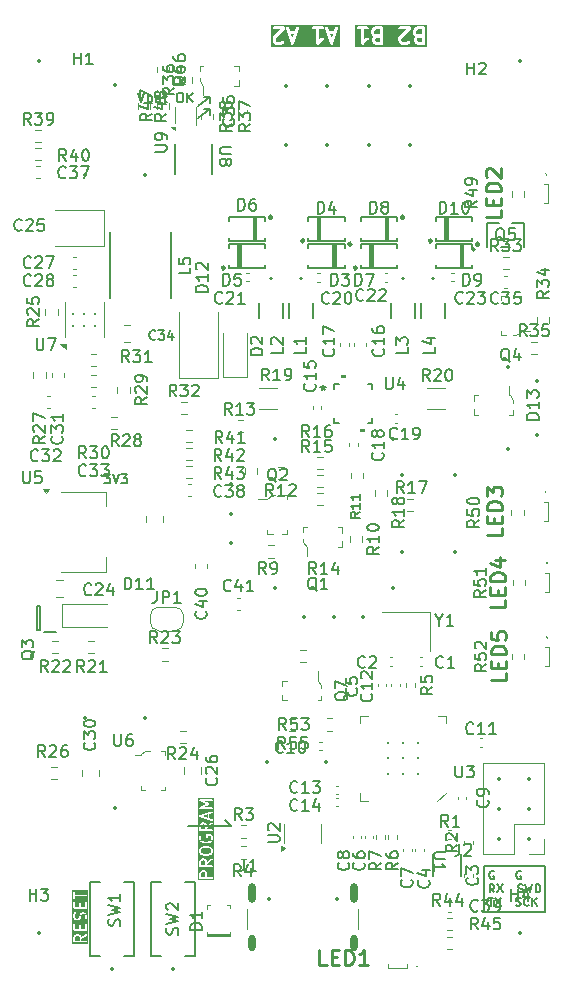
<source format=gto>
%TF.GenerationSoftware,KiCad,Pcbnew,8.0.6*%
%TF.CreationDate,2024-10-28T23:36:15+00:00*%
%TF.ProjectId,StepUp,53746570-5570-42e6-9b69-6361645f7063,v0.1*%
%TF.SameCoordinates,Original*%
%TF.FileFunction,Legend,Top*%
%TF.FilePolarity,Positive*%
%FSLAX46Y46*%
G04 Gerber Fmt 4.6, Leading zero omitted, Abs format (unit mm)*
G04 Created by KiCad (PCBNEW 8.0.6) date 2024-10-28 23:36:15*
%MOMM*%
%LPD*%
G01*
G04 APERTURE LIST*
%ADD10C,0.150000*%
%ADD11C,0.260000*%
%ADD12C,0.254000*%
%ADD13C,0.152400*%
%ADD14C,0.100000*%
%ADD15C,0.250000*%
%ADD16C,0.120000*%
%ADD17C,0.200000*%
%ADD18C,0.000000*%
%ADD19C,0.350000*%
%ADD20O,0.600000X1.700000*%
%ADD21O,0.600000X1.400000*%
%ADD22C,0.300000*%
G04 APERTURE END LIST*
D10*
X73700000Y-57150000D02*
X74200000Y-57150000D01*
X74200000Y-57150000D02*
X74200000Y-57650000D01*
X75969000Y-117815750D02*
X75469000Y-117315750D01*
X73700000Y-56150000D02*
X74200000Y-56150000D01*
X73200000Y-56900000D02*
X74200000Y-56150000D01*
X72319000Y-117815750D02*
X75969000Y-117815750D01*
X74200000Y-56150000D02*
X74200000Y-56650000D01*
X97391000Y-121180000D02*
X102541000Y-121180000D01*
X102541000Y-125130000D01*
X97391000Y-125130000D01*
X97391000Y-121180000D01*
X73200000Y-57900000D02*
X74200000Y-57150000D01*
G36*
X63111963Y-127151639D02*
G01*
X63142370Y-127182046D01*
X63176628Y-127250562D01*
X63176628Y-127538809D01*
X62802819Y-127538809D01*
X62802819Y-127250562D01*
X62837077Y-127182046D01*
X62867484Y-127151639D01*
X62936000Y-127117381D01*
X63043447Y-127117381D01*
X63111963Y-127151639D01*
G37*
G36*
X63913930Y-127799920D02*
G01*
X62541708Y-127799920D01*
X62541708Y-127232857D01*
X62652819Y-127232857D01*
X62652819Y-127613809D01*
X62654260Y-127628441D01*
X62665459Y-127655477D01*
X62686151Y-127676169D01*
X62713187Y-127687368D01*
X62727819Y-127688809D01*
X63727819Y-127688809D01*
X63742451Y-127687368D01*
X63769487Y-127676169D01*
X63790179Y-127655477D01*
X63801378Y-127628441D01*
X63801378Y-127599177D01*
X63790179Y-127572141D01*
X63769487Y-127551449D01*
X63742451Y-127540250D01*
X63727819Y-127538809D01*
X63326628Y-127538809D01*
X63326628Y-127414763D01*
X63770829Y-127103823D01*
X63781989Y-127094252D01*
X63797716Y-127069573D01*
X63802802Y-127040756D01*
X63796472Y-127012185D01*
X63779690Y-126988211D01*
X63755012Y-126972484D01*
X63726194Y-126967399D01*
X63697623Y-126973728D01*
X63684810Y-126980938D01*
X63326518Y-127231741D01*
X63325187Y-127218225D01*
X63324156Y-127215736D01*
X63323965Y-127213047D01*
X63318710Y-127199316D01*
X63271091Y-127104078D01*
X63267126Y-127097778D01*
X63266369Y-127095951D01*
X63264680Y-127093894D01*
X63263259Y-127091635D01*
X63261760Y-127090335D01*
X63257042Y-127084586D01*
X63209423Y-127036967D01*
X63203673Y-127032248D01*
X63202374Y-127030750D01*
X63200114Y-127029328D01*
X63198058Y-127027640D01*
X63196230Y-127026882D01*
X63189931Y-127022918D01*
X63094693Y-126975299D01*
X63080961Y-126970044D01*
X63078273Y-126969853D01*
X63075784Y-126968822D01*
X63061152Y-126967381D01*
X62918295Y-126967381D01*
X62903663Y-126968822D01*
X62901174Y-126969852D01*
X62898485Y-126970044D01*
X62884754Y-126975299D01*
X62789516Y-127022918D01*
X62783216Y-127026882D01*
X62781389Y-127027640D01*
X62779332Y-127029328D01*
X62777073Y-127030750D01*
X62775773Y-127032248D01*
X62770024Y-127036967D01*
X62722405Y-127084586D01*
X62717686Y-127090335D01*
X62716188Y-127091635D01*
X62714766Y-127093894D01*
X62713078Y-127095951D01*
X62712320Y-127097778D01*
X62708356Y-127104078D01*
X62660737Y-127199316D01*
X62655482Y-127213048D01*
X62655291Y-127215735D01*
X62654260Y-127218225D01*
X62652819Y-127232857D01*
X62541708Y-127232857D01*
X62541708Y-126137619D01*
X62652819Y-126137619D01*
X62652819Y-126613809D01*
X62654260Y-126628441D01*
X62665459Y-126655477D01*
X62686151Y-126676169D01*
X62713187Y-126687368D01*
X62727819Y-126688809D01*
X63727819Y-126688809D01*
X63742451Y-126687368D01*
X63769487Y-126676169D01*
X63790179Y-126655477D01*
X63801378Y-126628441D01*
X63802819Y-126613809D01*
X63802819Y-126137619D01*
X63801378Y-126122987D01*
X63790179Y-126095951D01*
X63769487Y-126075259D01*
X63742451Y-126064060D01*
X63713187Y-126064060D01*
X63686151Y-126075259D01*
X63665459Y-126095951D01*
X63654260Y-126122987D01*
X63652819Y-126137619D01*
X63652819Y-126538809D01*
X63279009Y-126538809D01*
X63279009Y-126280476D01*
X63277568Y-126265844D01*
X63266369Y-126238808D01*
X63245677Y-126218116D01*
X63218641Y-126206917D01*
X63189377Y-126206917D01*
X63162341Y-126218116D01*
X63141649Y-126238808D01*
X63130450Y-126265844D01*
X63129009Y-126280476D01*
X63129009Y-126538809D01*
X62802819Y-126538809D01*
X62802819Y-126137619D01*
X62801378Y-126122987D01*
X62790179Y-126095951D01*
X62769487Y-126075259D01*
X62742451Y-126064060D01*
X62713187Y-126064060D01*
X62686151Y-126075259D01*
X62665459Y-126095951D01*
X62654260Y-126122987D01*
X62652819Y-126137619D01*
X62541708Y-126137619D01*
X62541708Y-125328095D01*
X62652819Y-125328095D01*
X62652819Y-125566190D01*
X62654260Y-125580822D01*
X62655291Y-125583311D01*
X62655482Y-125585999D01*
X62660737Y-125599731D01*
X62708356Y-125694969D01*
X62712320Y-125701268D01*
X62713078Y-125703096D01*
X62714766Y-125705152D01*
X62716188Y-125707412D01*
X62717686Y-125708711D01*
X62722405Y-125714461D01*
X62770024Y-125762080D01*
X62775773Y-125766798D01*
X62777073Y-125768297D01*
X62779332Y-125769718D01*
X62781389Y-125771407D01*
X62783216Y-125772164D01*
X62789516Y-125776129D01*
X62884754Y-125823748D01*
X62898485Y-125829003D01*
X62901174Y-125829194D01*
X62903663Y-125830225D01*
X62918295Y-125831666D01*
X63013533Y-125831666D01*
X63028165Y-125830225D01*
X63030654Y-125829193D01*
X63033342Y-125829003D01*
X63047074Y-125823748D01*
X63142312Y-125776129D01*
X63148611Y-125772164D01*
X63150439Y-125771407D01*
X63152495Y-125769718D01*
X63154755Y-125768297D01*
X63156054Y-125766798D01*
X63161804Y-125762080D01*
X63209423Y-125714461D01*
X63214141Y-125708711D01*
X63215640Y-125707412D01*
X63217061Y-125705152D01*
X63218750Y-125703096D01*
X63219507Y-125701268D01*
X63223472Y-125694969D01*
X63271091Y-125599731D01*
X63271500Y-125598661D01*
X63271823Y-125598226D01*
X63274015Y-125592089D01*
X63276346Y-125586000D01*
X63276384Y-125585459D01*
X63276770Y-125584380D01*
X63322392Y-125401890D01*
X63360886Y-125324903D01*
X63391293Y-125294496D01*
X63459809Y-125260238D01*
X63519637Y-125260238D01*
X63588153Y-125294496D01*
X63618561Y-125324903D01*
X63652819Y-125393419D01*
X63652819Y-125601639D01*
X63609049Y-125732949D01*
X63605789Y-125747286D01*
X63607864Y-125776476D01*
X63620950Y-125802649D01*
X63643057Y-125821823D01*
X63670820Y-125831077D01*
X63700010Y-125829002D01*
X63726183Y-125815916D01*
X63745357Y-125793809D01*
X63751351Y-125780383D01*
X63798970Y-125637527D01*
X63800619Y-125630271D01*
X63801378Y-125628441D01*
X63801639Y-125625787D01*
X63802230Y-125623190D01*
X63802089Y-125621215D01*
X63802819Y-125613809D01*
X63802819Y-125375714D01*
X63801378Y-125361082D01*
X63800347Y-125358593D01*
X63800156Y-125355904D01*
X63794901Y-125342173D01*
X63747282Y-125246935D01*
X63743317Y-125240635D01*
X63742560Y-125238808D01*
X63740872Y-125236751D01*
X63739450Y-125234492D01*
X63737950Y-125233191D01*
X63733232Y-125227442D01*
X63685612Y-125179823D01*
X63679863Y-125175105D01*
X63678564Y-125173607D01*
X63676305Y-125172185D01*
X63674247Y-125170496D01*
X63672417Y-125169738D01*
X63666121Y-125165775D01*
X63570883Y-125118156D01*
X63557151Y-125112901D01*
X63554463Y-125112710D01*
X63551974Y-125111679D01*
X63537342Y-125110238D01*
X63442104Y-125110238D01*
X63427472Y-125111679D01*
X63424983Y-125112709D01*
X63422294Y-125112901D01*
X63408563Y-125118156D01*
X63313325Y-125165775D01*
X63307025Y-125169739D01*
X63305198Y-125170497D01*
X63303141Y-125172185D01*
X63300882Y-125173607D01*
X63299582Y-125175105D01*
X63293833Y-125179824D01*
X63246214Y-125227443D01*
X63241495Y-125233192D01*
X63239997Y-125234492D01*
X63238575Y-125236751D01*
X63236887Y-125238808D01*
X63236129Y-125240635D01*
X63232165Y-125246935D01*
X63184546Y-125342173D01*
X63184136Y-125343242D01*
X63183814Y-125343678D01*
X63181618Y-125349823D01*
X63179291Y-125355905D01*
X63179252Y-125356444D01*
X63178867Y-125357524D01*
X63133244Y-125540014D01*
X63094751Y-125617001D01*
X63064344Y-125647408D01*
X62995828Y-125681666D01*
X62936000Y-125681666D01*
X62867484Y-125647408D01*
X62837077Y-125617001D01*
X62802819Y-125548485D01*
X62802819Y-125340265D01*
X62846589Y-125208956D01*
X62849849Y-125194619D01*
X62847774Y-125165429D01*
X62834688Y-125139255D01*
X62812580Y-125120081D01*
X62784818Y-125110827D01*
X62755628Y-125112902D01*
X62729455Y-125125989D01*
X62710281Y-125148096D01*
X62704287Y-125161521D01*
X62656668Y-125304378D01*
X62655018Y-125311631D01*
X62654260Y-125313463D01*
X62653998Y-125316117D01*
X62653408Y-125318715D01*
X62653548Y-125320689D01*
X62652819Y-125328095D01*
X62541708Y-125328095D01*
X62541708Y-124280476D01*
X62652819Y-124280476D01*
X62652819Y-124756666D01*
X62654260Y-124771298D01*
X62665459Y-124798334D01*
X62686151Y-124819026D01*
X62713187Y-124830225D01*
X62727819Y-124831666D01*
X63727819Y-124831666D01*
X63742451Y-124830225D01*
X63769487Y-124819026D01*
X63790179Y-124798334D01*
X63801378Y-124771298D01*
X63802819Y-124756666D01*
X63802819Y-124280476D01*
X63801378Y-124265844D01*
X63790179Y-124238808D01*
X63769487Y-124218116D01*
X63742451Y-124206917D01*
X63713187Y-124206917D01*
X63686151Y-124218116D01*
X63665459Y-124238808D01*
X63654260Y-124265844D01*
X63652819Y-124280476D01*
X63652819Y-124681666D01*
X63279009Y-124681666D01*
X63279009Y-124423333D01*
X63277568Y-124408701D01*
X63266369Y-124381665D01*
X63245677Y-124360973D01*
X63218641Y-124349774D01*
X63189377Y-124349774D01*
X63162341Y-124360973D01*
X63141649Y-124381665D01*
X63130450Y-124408701D01*
X63129009Y-124423333D01*
X63129009Y-124681666D01*
X62802819Y-124681666D01*
X62802819Y-124280476D01*
X62801378Y-124265844D01*
X62790179Y-124238808D01*
X62769487Y-124218116D01*
X62742451Y-124206917D01*
X62713187Y-124206917D01*
X62686151Y-124218116D01*
X62665459Y-124238808D01*
X62654260Y-124265844D01*
X62652819Y-124280476D01*
X62541708Y-124280476D01*
X62541708Y-123423333D01*
X62652819Y-123423333D01*
X62652819Y-123994761D01*
X62654260Y-124009393D01*
X62665459Y-124036429D01*
X62686151Y-124057121D01*
X62713187Y-124068320D01*
X62742451Y-124068320D01*
X62769487Y-124057121D01*
X62790179Y-124036429D01*
X62801378Y-124009393D01*
X62802819Y-123994761D01*
X62802819Y-123784047D01*
X63727819Y-123784047D01*
X63742451Y-123782606D01*
X63769487Y-123771407D01*
X63790179Y-123750715D01*
X63801378Y-123723679D01*
X63801378Y-123694415D01*
X63790179Y-123667379D01*
X63769487Y-123646687D01*
X63742451Y-123635488D01*
X63727819Y-123634047D01*
X62802819Y-123634047D01*
X62802819Y-123423333D01*
X62801378Y-123408701D01*
X62790179Y-123381665D01*
X62769487Y-123360973D01*
X62742451Y-123349774D01*
X62713187Y-123349774D01*
X62686151Y-123360973D01*
X62665459Y-123381665D01*
X62654260Y-123408701D01*
X62652819Y-123423333D01*
X62541708Y-123423333D01*
X62541708Y-123238663D01*
X63913930Y-123238663D01*
X63913930Y-127799920D01*
G37*
G36*
X73761963Y-121763543D02*
G01*
X73792370Y-121793950D01*
X73826628Y-121862466D01*
X73826628Y-122150713D01*
X73452819Y-122150713D01*
X73452819Y-121862466D01*
X73487077Y-121793950D01*
X73517484Y-121763543D01*
X73586000Y-121729285D01*
X73693447Y-121729285D01*
X73761963Y-121763543D01*
G37*
G36*
X73761963Y-120763543D02*
G01*
X73792370Y-120793950D01*
X73826628Y-120862466D01*
X73826628Y-121150713D01*
X73452819Y-121150713D01*
X73452819Y-120862466D01*
X73487077Y-120793950D01*
X73517484Y-120763543D01*
X73586000Y-120729285D01*
X73693447Y-120729285D01*
X73761963Y-120763543D01*
G37*
G36*
X74196617Y-119722007D02*
G01*
X74268561Y-119793950D01*
X74302819Y-119862466D01*
X74302819Y-120017532D01*
X74268561Y-120086047D01*
X74196617Y-120157990D01*
X74035251Y-120198332D01*
X73720386Y-120198332D01*
X73559019Y-120157990D01*
X73487077Y-120086048D01*
X73452819Y-120017532D01*
X73452819Y-119862466D01*
X73487077Y-119793950D01*
X73559019Y-119722007D01*
X73720386Y-119681666D01*
X74035251Y-119681666D01*
X74196617Y-119722007D01*
G37*
G36*
X73761963Y-117715924D02*
G01*
X73792370Y-117746331D01*
X73826628Y-117814847D01*
X73826628Y-118103094D01*
X73452819Y-118103094D01*
X73452819Y-117814847D01*
X73487077Y-117746331D01*
X73517484Y-117715924D01*
X73586000Y-117681666D01*
X73693447Y-117681666D01*
X73761963Y-117715924D01*
G37*
G36*
X74017104Y-117121656D02*
G01*
X73614989Y-116987618D01*
X74017104Y-116853579D01*
X74017104Y-117121656D01*
G37*
G36*
X74563930Y-122411824D02*
G01*
X73191708Y-122411824D01*
X73191708Y-121844761D01*
X73302819Y-121844761D01*
X73302819Y-122225713D01*
X73304260Y-122240345D01*
X73315459Y-122267381D01*
X73336151Y-122288073D01*
X73363187Y-122299272D01*
X73377819Y-122300713D01*
X74377819Y-122300713D01*
X74392451Y-122299272D01*
X74419487Y-122288073D01*
X74440179Y-122267381D01*
X74451378Y-122240345D01*
X74451378Y-122211081D01*
X74440179Y-122184045D01*
X74419487Y-122163353D01*
X74392451Y-122152154D01*
X74377819Y-122150713D01*
X73976628Y-122150713D01*
X73976628Y-121844761D01*
X73975187Y-121830129D01*
X73974156Y-121827640D01*
X73973965Y-121824951D01*
X73968710Y-121811220D01*
X73921091Y-121715982D01*
X73917126Y-121709682D01*
X73916369Y-121707855D01*
X73914680Y-121705798D01*
X73913259Y-121703539D01*
X73911760Y-121702239D01*
X73907042Y-121696490D01*
X73859423Y-121648871D01*
X73853673Y-121644152D01*
X73852374Y-121642654D01*
X73850114Y-121641232D01*
X73848058Y-121639544D01*
X73846230Y-121638786D01*
X73839931Y-121634822D01*
X73744693Y-121587203D01*
X73730961Y-121581948D01*
X73728273Y-121581757D01*
X73725784Y-121580726D01*
X73711152Y-121579285D01*
X73568295Y-121579285D01*
X73553663Y-121580726D01*
X73551174Y-121581756D01*
X73548485Y-121581948D01*
X73534754Y-121587203D01*
X73439516Y-121634822D01*
X73433216Y-121638786D01*
X73431389Y-121639544D01*
X73429332Y-121641232D01*
X73427073Y-121642654D01*
X73425773Y-121644152D01*
X73420024Y-121648871D01*
X73372405Y-121696490D01*
X73367686Y-121702239D01*
X73366188Y-121703539D01*
X73364766Y-121705798D01*
X73363078Y-121707855D01*
X73362320Y-121709682D01*
X73358356Y-121715982D01*
X73310737Y-121811220D01*
X73305482Y-121824952D01*
X73305291Y-121827639D01*
X73304260Y-121830129D01*
X73302819Y-121844761D01*
X73191708Y-121844761D01*
X73191708Y-120844761D01*
X73302819Y-120844761D01*
X73302819Y-121225713D01*
X73304260Y-121240345D01*
X73315459Y-121267381D01*
X73336151Y-121288073D01*
X73363187Y-121299272D01*
X73377819Y-121300713D01*
X74377819Y-121300713D01*
X74392451Y-121299272D01*
X74419487Y-121288073D01*
X74440179Y-121267381D01*
X74451378Y-121240345D01*
X74451378Y-121211081D01*
X74440179Y-121184045D01*
X74419487Y-121163353D01*
X74392451Y-121152154D01*
X74377819Y-121150713D01*
X73976628Y-121150713D01*
X73976628Y-121026667D01*
X74420829Y-120715727D01*
X74431989Y-120706156D01*
X74447716Y-120681477D01*
X74452802Y-120652660D01*
X74446472Y-120624089D01*
X74429690Y-120600115D01*
X74405012Y-120584388D01*
X74376194Y-120579303D01*
X74347623Y-120585632D01*
X74334810Y-120592842D01*
X73976518Y-120843645D01*
X73975187Y-120830129D01*
X73974156Y-120827640D01*
X73973965Y-120824951D01*
X73968710Y-120811220D01*
X73921091Y-120715982D01*
X73917126Y-120709682D01*
X73916369Y-120707855D01*
X73914680Y-120705798D01*
X73913259Y-120703539D01*
X73911760Y-120702239D01*
X73907042Y-120696490D01*
X73859423Y-120648871D01*
X73853673Y-120644152D01*
X73852374Y-120642654D01*
X73850114Y-120641232D01*
X73848058Y-120639544D01*
X73846230Y-120638786D01*
X73839931Y-120634822D01*
X73744693Y-120587203D01*
X73730961Y-120581948D01*
X73728273Y-120581757D01*
X73725784Y-120580726D01*
X73711152Y-120579285D01*
X73568295Y-120579285D01*
X73553663Y-120580726D01*
X73551174Y-120581756D01*
X73548485Y-120581948D01*
X73534754Y-120587203D01*
X73439516Y-120634822D01*
X73433216Y-120638786D01*
X73431389Y-120639544D01*
X73429332Y-120641232D01*
X73427073Y-120642654D01*
X73425773Y-120644152D01*
X73420024Y-120648871D01*
X73372405Y-120696490D01*
X73367686Y-120702239D01*
X73366188Y-120703539D01*
X73364766Y-120705798D01*
X73363078Y-120707855D01*
X73362320Y-120709682D01*
X73358356Y-120715982D01*
X73310737Y-120811220D01*
X73305482Y-120824952D01*
X73305291Y-120827639D01*
X73304260Y-120830129D01*
X73302819Y-120844761D01*
X73191708Y-120844761D01*
X73191708Y-119844761D01*
X73302819Y-119844761D01*
X73302819Y-120035237D01*
X73304260Y-120049869D01*
X73305291Y-120052358D01*
X73305482Y-120055046D01*
X73310737Y-120068778D01*
X73358356Y-120164016D01*
X73362320Y-120170315D01*
X73363078Y-120172143D01*
X73364766Y-120174199D01*
X73366188Y-120176459D01*
X73367686Y-120177758D01*
X73372405Y-120183508D01*
X73467643Y-120278746D01*
X73479008Y-120288074D01*
X73484161Y-120290208D01*
X73488640Y-120293527D01*
X73502486Y-120298474D01*
X73692962Y-120346093D01*
X73695498Y-120346468D01*
X73696520Y-120346891D01*
X73702032Y-120347433D01*
X73707506Y-120348243D01*
X73708598Y-120348080D01*
X73711152Y-120348332D01*
X74044485Y-120348332D01*
X74047038Y-120348080D01*
X74048131Y-120348243D01*
X74053604Y-120347433D01*
X74059117Y-120346891D01*
X74060138Y-120346468D01*
X74062675Y-120346093D01*
X74253151Y-120298474D01*
X74266997Y-120293527D01*
X74271476Y-120290207D01*
X74276628Y-120288074D01*
X74287994Y-120278746D01*
X74383233Y-120183508D01*
X74387953Y-120177757D01*
X74389450Y-120176459D01*
X74390869Y-120174204D01*
X74392561Y-120172143D01*
X74393319Y-120170310D01*
X74397282Y-120164016D01*
X74444901Y-120068778D01*
X74450156Y-120055047D01*
X74450347Y-120052357D01*
X74451378Y-120049869D01*
X74452819Y-120035237D01*
X74452819Y-119844761D01*
X74451378Y-119830129D01*
X74450347Y-119827640D01*
X74450156Y-119824951D01*
X74444901Y-119811220D01*
X74397282Y-119715982D01*
X74393319Y-119709687D01*
X74392561Y-119707855D01*
X74390869Y-119705793D01*
X74389450Y-119703539D01*
X74387953Y-119702240D01*
X74383233Y-119696490D01*
X74287994Y-119601252D01*
X74276628Y-119591924D01*
X74271476Y-119589790D01*
X74266997Y-119586471D01*
X74253151Y-119581524D01*
X74062675Y-119533905D01*
X74060138Y-119533529D01*
X74059117Y-119533107D01*
X74053604Y-119532564D01*
X74048131Y-119531755D01*
X74047038Y-119531917D01*
X74044485Y-119531666D01*
X73711152Y-119531666D01*
X73708598Y-119531917D01*
X73707506Y-119531755D01*
X73702032Y-119532564D01*
X73696520Y-119533107D01*
X73695498Y-119533529D01*
X73692962Y-119533905D01*
X73502486Y-119581524D01*
X73488640Y-119586471D01*
X73484161Y-119589789D01*
X73479008Y-119591924D01*
X73467643Y-119601252D01*
X73372405Y-119696490D01*
X73367686Y-119702239D01*
X73366188Y-119703539D01*
X73364766Y-119705798D01*
X73363078Y-119707855D01*
X73362320Y-119709682D01*
X73358356Y-119715982D01*
X73310737Y-119811220D01*
X73305482Y-119824952D01*
X73305291Y-119827639D01*
X73304260Y-119830129D01*
X73302819Y-119844761D01*
X73191708Y-119844761D01*
X73191708Y-118749523D01*
X73302819Y-118749523D01*
X73302819Y-118892380D01*
X73303548Y-118899785D01*
X73303408Y-118901760D01*
X73303998Y-118904357D01*
X73304260Y-118907012D01*
X73305018Y-118908843D01*
X73306668Y-118916097D01*
X73354287Y-119058954D01*
X73360281Y-119072379D01*
X73362046Y-119074414D01*
X73363078Y-119076905D01*
X73372405Y-119088270D01*
X73467643Y-119183508D01*
X73473393Y-119188228D01*
X73474692Y-119189725D01*
X73476946Y-119191144D01*
X73479008Y-119192836D01*
X73480840Y-119193594D01*
X73487135Y-119197557D01*
X73582373Y-119245176D01*
X73583442Y-119245585D01*
X73583878Y-119245908D01*
X73590014Y-119248100D01*
X73596104Y-119250431D01*
X73596644Y-119250469D01*
X73597724Y-119250855D01*
X73788200Y-119298474D01*
X73790736Y-119298849D01*
X73791758Y-119299272D01*
X73797270Y-119299814D01*
X73802744Y-119300624D01*
X73803836Y-119300461D01*
X73806390Y-119300713D01*
X73949247Y-119300713D01*
X73951800Y-119300461D01*
X73952893Y-119300624D01*
X73958366Y-119299814D01*
X73963879Y-119299272D01*
X73964900Y-119298849D01*
X73967437Y-119298474D01*
X74157913Y-119250855D01*
X74158992Y-119250469D01*
X74159532Y-119250431D01*
X74165613Y-119248103D01*
X74171759Y-119245908D01*
X74172194Y-119245585D01*
X74173264Y-119245176D01*
X74268502Y-119197557D01*
X74274798Y-119193593D01*
X74276628Y-119192836D01*
X74278686Y-119191146D01*
X74280945Y-119189725D01*
X74282244Y-119188226D01*
X74287994Y-119183508D01*
X74383233Y-119088270D01*
X74392561Y-119076905D01*
X74393592Y-119074414D01*
X74395357Y-119072380D01*
X74401351Y-119058954D01*
X74448970Y-118916098D01*
X74450619Y-118908842D01*
X74451378Y-118907012D01*
X74451639Y-118904358D01*
X74452230Y-118901761D01*
X74452089Y-118899786D01*
X74452819Y-118892380D01*
X74452819Y-118797142D01*
X74452089Y-118789735D01*
X74452230Y-118787761D01*
X74451639Y-118785163D01*
X74451378Y-118782510D01*
X74450619Y-118780679D01*
X74448970Y-118773424D01*
X74401351Y-118630568D01*
X74395357Y-118617142D01*
X74393590Y-118615105D01*
X74392560Y-118612617D01*
X74383232Y-118601251D01*
X74335612Y-118553632D01*
X74324247Y-118544305D01*
X74308410Y-118537745D01*
X74297212Y-118533107D01*
X74282580Y-118531666D01*
X73949247Y-118531666D01*
X73934615Y-118533107D01*
X73907579Y-118544306D01*
X73886887Y-118564998D01*
X73875688Y-118592034D01*
X73874247Y-118606666D01*
X73874247Y-118797142D01*
X73875688Y-118811774D01*
X73886887Y-118838810D01*
X73907579Y-118859502D01*
X73934615Y-118870701D01*
X73963879Y-118870701D01*
X73990915Y-118859502D01*
X74011607Y-118838810D01*
X74022806Y-118811774D01*
X74024247Y-118797142D01*
X74024247Y-118681666D01*
X74251514Y-118681666D01*
X74264648Y-118694799D01*
X74302819Y-118809312D01*
X74302819Y-118880210D01*
X74264648Y-118994722D01*
X74190534Y-119068835D01*
X74113547Y-119107329D01*
X73940013Y-119150713D01*
X73815624Y-119150713D01*
X73642090Y-119107329D01*
X73565103Y-119068836D01*
X73490990Y-118994723D01*
X73452819Y-118880209D01*
X73452819Y-118767228D01*
X73492520Y-118687826D01*
X73497775Y-118674095D01*
X73499849Y-118644905D01*
X73490595Y-118617143D01*
X73471422Y-118595036D01*
X73445247Y-118581948D01*
X73416057Y-118579874D01*
X73388296Y-118589128D01*
X73366188Y-118608301D01*
X73358356Y-118620744D01*
X73310737Y-118715982D01*
X73305482Y-118729714D01*
X73305291Y-118732401D01*
X73304260Y-118734891D01*
X73302819Y-118749523D01*
X73191708Y-118749523D01*
X73191708Y-117797142D01*
X73302819Y-117797142D01*
X73302819Y-118178094D01*
X73304260Y-118192726D01*
X73315459Y-118219762D01*
X73336151Y-118240454D01*
X73363187Y-118251653D01*
X73377819Y-118253094D01*
X74377819Y-118253094D01*
X74392451Y-118251653D01*
X74419487Y-118240454D01*
X74440179Y-118219762D01*
X74451378Y-118192726D01*
X74451378Y-118163462D01*
X74440179Y-118136426D01*
X74419487Y-118115734D01*
X74392451Y-118104535D01*
X74377819Y-118103094D01*
X73976628Y-118103094D01*
X73976628Y-117979048D01*
X74420829Y-117668108D01*
X74431989Y-117658537D01*
X74447716Y-117633858D01*
X74452802Y-117605041D01*
X74446472Y-117576470D01*
X74429690Y-117552496D01*
X74405012Y-117536769D01*
X74376194Y-117531684D01*
X74347623Y-117538013D01*
X74334810Y-117545223D01*
X73976518Y-117796026D01*
X73975187Y-117782510D01*
X73974156Y-117780021D01*
X73973965Y-117777332D01*
X73968710Y-117763601D01*
X73921091Y-117668363D01*
X73917126Y-117662063D01*
X73916369Y-117660236D01*
X73914680Y-117658179D01*
X73913259Y-117655920D01*
X73911760Y-117654620D01*
X73907042Y-117648871D01*
X73859423Y-117601252D01*
X73853673Y-117596533D01*
X73852374Y-117595035D01*
X73850114Y-117593613D01*
X73848058Y-117591925D01*
X73846230Y-117591167D01*
X73839931Y-117587203D01*
X73744693Y-117539584D01*
X73730961Y-117534329D01*
X73728273Y-117534138D01*
X73725784Y-117533107D01*
X73711152Y-117531666D01*
X73568295Y-117531666D01*
X73553663Y-117533107D01*
X73551174Y-117534137D01*
X73548485Y-117534329D01*
X73534754Y-117539584D01*
X73439516Y-117587203D01*
X73433216Y-117591167D01*
X73431389Y-117591925D01*
X73429332Y-117593613D01*
X73427073Y-117595035D01*
X73425773Y-117596533D01*
X73420024Y-117601252D01*
X73372405Y-117648871D01*
X73367686Y-117654620D01*
X73366188Y-117655920D01*
X73364766Y-117658179D01*
X73363078Y-117660236D01*
X73362320Y-117662063D01*
X73358356Y-117668363D01*
X73310737Y-117763601D01*
X73305482Y-117777333D01*
X73305291Y-117780020D01*
X73304260Y-117782510D01*
X73302819Y-117797142D01*
X73191708Y-117797142D01*
X73191708Y-116978238D01*
X73303408Y-116978238D01*
X73304074Y-116987618D01*
X73303408Y-116996998D01*
X73305103Y-117002083D01*
X73305483Y-117007428D01*
X73309687Y-117015837D01*
X73312662Y-117024761D01*
X73316173Y-117028809D01*
X73318569Y-117033601D01*
X73325673Y-117039763D01*
X73331836Y-117046868D01*
X73336627Y-117049263D01*
X73340676Y-117052775D01*
X73354102Y-117058769D01*
X74354102Y-117392102D01*
X74368438Y-117395362D01*
X74397628Y-117393287D01*
X74423802Y-117380201D01*
X74442976Y-117358093D01*
X74452230Y-117330331D01*
X74450155Y-117301141D01*
X74437068Y-117274968D01*
X74414961Y-117255794D01*
X74401536Y-117249800D01*
X74167104Y-117171656D01*
X74167104Y-116803579D01*
X74401536Y-116725436D01*
X74414961Y-116719442D01*
X74437068Y-116700268D01*
X74450155Y-116674095D01*
X74452230Y-116644905D01*
X74442976Y-116617143D01*
X74423802Y-116595035D01*
X74397628Y-116581949D01*
X74368438Y-116579874D01*
X74354102Y-116583134D01*
X73354102Y-116916467D01*
X73340676Y-116922461D01*
X73336627Y-116925972D01*
X73331836Y-116928368D01*
X73325673Y-116935472D01*
X73318569Y-116941635D01*
X73316173Y-116946426D01*
X73312662Y-116950475D01*
X73309687Y-116959398D01*
X73305483Y-116967808D01*
X73305103Y-116973152D01*
X73303408Y-116978238D01*
X73191708Y-116978238D01*
X73191708Y-115665673D01*
X73303689Y-115665673D01*
X73304260Y-115667243D01*
X73304260Y-115668917D01*
X73309241Y-115680943D01*
X73313689Y-115693174D01*
X73314818Y-115694407D01*
X73315459Y-115695953D01*
X73324664Y-115705158D01*
X73333453Y-115714755D01*
X73335435Y-115715929D01*
X73336151Y-115716645D01*
X73337787Y-115717323D01*
X73346103Y-115722249D01*
X73914750Y-115987618D01*
X73346103Y-116252987D01*
X73337787Y-116257912D01*
X73336151Y-116258591D01*
X73335435Y-116259306D01*
X73333453Y-116260481D01*
X73324664Y-116270077D01*
X73315459Y-116279283D01*
X73314818Y-116280828D01*
X73313689Y-116282062D01*
X73309241Y-116294292D01*
X73304260Y-116306319D01*
X73304260Y-116307992D01*
X73303689Y-116309563D01*
X73304260Y-116322564D01*
X73304260Y-116335583D01*
X73304899Y-116337127D01*
X73304973Y-116338799D01*
X73310479Y-116350597D01*
X73315459Y-116362619D01*
X73316641Y-116363801D01*
X73317349Y-116365317D01*
X73326945Y-116374105D01*
X73336151Y-116383311D01*
X73337696Y-116383951D01*
X73338930Y-116385081D01*
X73351160Y-116389528D01*
X73363187Y-116394510D01*
X73365482Y-116394736D01*
X73366431Y-116395081D01*
X73368197Y-116395003D01*
X73377819Y-116395951D01*
X74377819Y-116395951D01*
X74392451Y-116394510D01*
X74419487Y-116383311D01*
X74440179Y-116362619D01*
X74451378Y-116335583D01*
X74451378Y-116306319D01*
X74440179Y-116279283D01*
X74419487Y-116258591D01*
X74392451Y-116247392D01*
X74377819Y-116245951D01*
X73715887Y-116245951D01*
X74123821Y-116055582D01*
X74129180Y-116052407D01*
X74130993Y-116051748D01*
X74132275Y-116050573D01*
X74136471Y-116048088D01*
X74144168Y-116039682D01*
X74152575Y-116031984D01*
X74153984Y-116028963D01*
X74156234Y-116026507D01*
X74160128Y-116015797D01*
X74164950Y-116005466D01*
X74165096Y-116002137D01*
X74166235Y-115999006D01*
X74165734Y-115987618D01*
X74166235Y-115976230D01*
X74165096Y-115973098D01*
X74164950Y-115969770D01*
X74160128Y-115959438D01*
X74156234Y-115948729D01*
X74153984Y-115946272D01*
X74152575Y-115943252D01*
X74144168Y-115935553D01*
X74136471Y-115927148D01*
X74132275Y-115924662D01*
X74130993Y-115923488D01*
X74129180Y-115922828D01*
X74123821Y-115919654D01*
X73715887Y-115729285D01*
X74377819Y-115729285D01*
X74392451Y-115727844D01*
X74419487Y-115716645D01*
X74440179Y-115695953D01*
X74451378Y-115668917D01*
X74451378Y-115639653D01*
X74440179Y-115612617D01*
X74419487Y-115591925D01*
X74392451Y-115580726D01*
X74377819Y-115579285D01*
X73377819Y-115579285D01*
X73368197Y-115580232D01*
X73366431Y-115580155D01*
X73365482Y-115580499D01*
X73363187Y-115580726D01*
X73351160Y-115585707D01*
X73338930Y-115590155D01*
X73337696Y-115591284D01*
X73336151Y-115591925D01*
X73326945Y-115601130D01*
X73317349Y-115609919D01*
X73316641Y-115611434D01*
X73315459Y-115612617D01*
X73310479Y-115624638D01*
X73304973Y-115636437D01*
X73304899Y-115638108D01*
X73304260Y-115639653D01*
X73304260Y-115652671D01*
X73303689Y-115665673D01*
X73191708Y-115665673D01*
X73191708Y-115468174D01*
X74563930Y-115468174D01*
X74563930Y-122411824D01*
G37*
D11*
G36*
X88618853Y-51432615D02*
G01*
X88346207Y-51432615D01*
X88268718Y-51393870D01*
X88236644Y-51361796D01*
X88197900Y-51284307D01*
X88197900Y-51221874D01*
X88236644Y-51144385D01*
X88268718Y-51112311D01*
X88346207Y-51073567D01*
X88618853Y-51073567D01*
X88618853Y-51432615D01*
G37*
G36*
X88618853Y-50813567D02*
G01*
X88336616Y-50813567D01*
X88200028Y-50768037D01*
X88174741Y-50742750D01*
X88135996Y-50665259D01*
X88135996Y-50540922D01*
X88174741Y-50463431D01*
X88206810Y-50431361D01*
X88284303Y-50392615D01*
X88618853Y-50392615D01*
X88618853Y-50813567D01*
G37*
G36*
X92147424Y-51432615D02*
G01*
X91874778Y-51432615D01*
X91797289Y-51393870D01*
X91765215Y-51361796D01*
X91726471Y-51284307D01*
X91726471Y-51221874D01*
X91765215Y-51144385D01*
X91797289Y-51112311D01*
X91874778Y-51073567D01*
X92147424Y-51073567D01*
X92147424Y-51432615D01*
G37*
G36*
X92147424Y-50813567D02*
G01*
X91865187Y-50813567D01*
X91728599Y-50768037D01*
X91703312Y-50742750D01*
X91664567Y-50665259D01*
X91664567Y-50540922D01*
X91703312Y-50463431D01*
X91735381Y-50431361D01*
X91812874Y-50392615D01*
X92147424Y-50392615D01*
X92147424Y-50813567D01*
G37*
G36*
X92551868Y-51837059D02*
G01*
X86495954Y-51837059D01*
X86495954Y-50237253D01*
X86640398Y-50237253D01*
X86640398Y-50287977D01*
X86659809Y-50334839D01*
X86695676Y-50370706D01*
X86742538Y-50390117D01*
X86767900Y-50392615D01*
X87009329Y-50392615D01*
X87009329Y-51562615D01*
X87009337Y-51562705D01*
X87009329Y-51562751D01*
X87009355Y-51562882D01*
X87011827Y-51587977D01*
X87016752Y-51599868D01*
X87019277Y-51612490D01*
X87026364Y-51623073D01*
X87031238Y-51634839D01*
X87040338Y-51643939D01*
X87047501Y-51654635D01*
X87058099Y-51661700D01*
X87067105Y-51670706D01*
X87078996Y-51675631D01*
X87089707Y-51682772D01*
X87102201Y-51685243D01*
X87113967Y-51690117D01*
X87126837Y-51690117D01*
X87139465Y-51692615D01*
X87151955Y-51690117D01*
X87164691Y-51690117D01*
X87176582Y-51685191D01*
X87189204Y-51682667D01*
X87199787Y-51675579D01*
X87211553Y-51670706D01*
X87220653Y-51661605D01*
X87231349Y-51654443D01*
X87247328Y-51634930D01*
X87247420Y-51634839D01*
X87247436Y-51634798D01*
X87247496Y-51634726D01*
X87364165Y-51459720D01*
X87463954Y-51359931D01*
X87568895Y-51307461D01*
X87590463Y-51293885D01*
X87623696Y-51255566D01*
X87639736Y-51207445D01*
X87636140Y-51156849D01*
X87613456Y-51111481D01*
X87575137Y-51078247D01*
X87527016Y-51062207D01*
X87476421Y-51065803D01*
X87452619Y-51074911D01*
X87328810Y-51136816D01*
X87317896Y-51143686D01*
X87314724Y-51145000D01*
X87311152Y-51147931D01*
X87307243Y-51150392D01*
X87304994Y-51152984D01*
X87295024Y-51161167D01*
X87269329Y-51186861D01*
X87269329Y-50510234D01*
X87875996Y-50510234D01*
X87875996Y-50695948D01*
X87878494Y-50721310D01*
X87880280Y-50725624D01*
X87880612Y-50730283D01*
X87889720Y-50754085D01*
X87951624Y-50877895D01*
X87958494Y-50888809D01*
X87959809Y-50891983D01*
X87962740Y-50895555D01*
X87965200Y-50899462D01*
X87967792Y-50901710D01*
X87975977Y-50911683D01*
X88037882Y-50973586D01*
X88038906Y-50974427D01*
X88037881Y-50975453D01*
X88029701Y-50985420D01*
X88027106Y-50987671D01*
X88024643Y-50991583D01*
X88021714Y-50995153D01*
X88020400Y-50998323D01*
X88013530Y-51009239D01*
X87951625Y-51133048D01*
X87942517Y-51156849D01*
X87942185Y-51161507D01*
X87940398Y-51165824D01*
X87937900Y-51191186D01*
X87937900Y-51314996D01*
X87940398Y-51340358D01*
X87942185Y-51344674D01*
X87942517Y-51349333D01*
X87951625Y-51373134D01*
X88013530Y-51496943D01*
X88020400Y-51507858D01*
X88021714Y-51511029D01*
X88024643Y-51514598D01*
X88027106Y-51518511D01*
X88029701Y-51520761D01*
X88037881Y-51530729D01*
X88099786Y-51592634D01*
X88109756Y-51600816D01*
X88112005Y-51603409D01*
X88115914Y-51605869D01*
X88119486Y-51608801D01*
X88122658Y-51610114D01*
X88133572Y-51616985D01*
X88257381Y-51678890D01*
X88281183Y-51687998D01*
X88285840Y-51688329D01*
X88290157Y-51690117D01*
X88315519Y-51692615D01*
X88748853Y-51692615D01*
X88774215Y-51690117D01*
X88821077Y-51670706D01*
X88856944Y-51634839D01*
X88876355Y-51587977D01*
X88878853Y-51562615D01*
X88878853Y-51191186D01*
X90166471Y-51191186D01*
X90166471Y-51314996D01*
X90168969Y-51340358D01*
X90170756Y-51344674D01*
X90171088Y-51349333D01*
X90180196Y-51373134D01*
X90242101Y-51496943D01*
X90248971Y-51507858D01*
X90250285Y-51511029D01*
X90253214Y-51514598D01*
X90255677Y-51518511D01*
X90258272Y-51520761D01*
X90266452Y-51530729D01*
X90328357Y-51592634D01*
X90338327Y-51600816D01*
X90340576Y-51603409D01*
X90344485Y-51605869D01*
X90348057Y-51608801D01*
X90351229Y-51610114D01*
X90362143Y-51616985D01*
X90485952Y-51678890D01*
X90509754Y-51687998D01*
X90514411Y-51688329D01*
X90518728Y-51690117D01*
X90544090Y-51692615D01*
X90853614Y-51692615D01*
X90878976Y-51690117D01*
X90883292Y-51688329D01*
X90887950Y-51687998D01*
X90911752Y-51678891D01*
X91035562Y-51616985D01*
X91046473Y-51610116D01*
X91049649Y-51608801D01*
X91053223Y-51605867D01*
X91057129Y-51603409D01*
X91059376Y-51600817D01*
X91069349Y-51592633D01*
X91131252Y-51530728D01*
X91147420Y-51511028D01*
X91166830Y-51464166D01*
X91166830Y-51413442D01*
X91147418Y-51366580D01*
X91111551Y-51330713D01*
X91064689Y-51311303D01*
X91013965Y-51311303D01*
X90967103Y-51330715D01*
X90947403Y-51346882D01*
X90900417Y-51393868D01*
X90822924Y-51432615D01*
X90574778Y-51432615D01*
X90497289Y-51393870D01*
X90465215Y-51361796D01*
X90426471Y-51284307D01*
X90426471Y-51212283D01*
X90472000Y-51075695D01*
X91037462Y-50510234D01*
X91404567Y-50510234D01*
X91404567Y-50695948D01*
X91407065Y-50721310D01*
X91408851Y-50725624D01*
X91409183Y-50730283D01*
X91418291Y-50754085D01*
X91480195Y-50877895D01*
X91487065Y-50888809D01*
X91488380Y-50891983D01*
X91491311Y-50895555D01*
X91493771Y-50899462D01*
X91496363Y-50901710D01*
X91504548Y-50911683D01*
X91566453Y-50973586D01*
X91567477Y-50974427D01*
X91566452Y-50975453D01*
X91558272Y-50985420D01*
X91555677Y-50987671D01*
X91553214Y-50991583D01*
X91550285Y-50995153D01*
X91548971Y-50998323D01*
X91542101Y-51009239D01*
X91480196Y-51133048D01*
X91471088Y-51156849D01*
X91470756Y-51161507D01*
X91468969Y-51165824D01*
X91466471Y-51191186D01*
X91466471Y-51314996D01*
X91468969Y-51340358D01*
X91470756Y-51344674D01*
X91471088Y-51349333D01*
X91480196Y-51373134D01*
X91542101Y-51496943D01*
X91548971Y-51507858D01*
X91550285Y-51511029D01*
X91553214Y-51514598D01*
X91555677Y-51518511D01*
X91558272Y-51520761D01*
X91566452Y-51530729D01*
X91628357Y-51592634D01*
X91638327Y-51600816D01*
X91640576Y-51603409D01*
X91644485Y-51605869D01*
X91648057Y-51608801D01*
X91651229Y-51610114D01*
X91662143Y-51616985D01*
X91785952Y-51678890D01*
X91809754Y-51687998D01*
X91814411Y-51688329D01*
X91818728Y-51690117D01*
X91844090Y-51692615D01*
X92277424Y-51692615D01*
X92302786Y-51690117D01*
X92349648Y-51670706D01*
X92385515Y-51634839D01*
X92404926Y-51587977D01*
X92407424Y-51562615D01*
X92407424Y-50262615D01*
X92404926Y-50237253D01*
X92385515Y-50190391D01*
X92349648Y-50154524D01*
X92302786Y-50135113D01*
X92277424Y-50132615D01*
X91782186Y-50132615D01*
X91756824Y-50135113D01*
X91752510Y-50136899D01*
X91747850Y-50137231D01*
X91724048Y-50146339D01*
X91600238Y-50208244D01*
X91589324Y-50215114D01*
X91586153Y-50216428D01*
X91582581Y-50219359D01*
X91578671Y-50221821D01*
X91576421Y-50224414D01*
X91566453Y-50232596D01*
X91504548Y-50294499D01*
X91496363Y-50304471D01*
X91493771Y-50306720D01*
X91491311Y-50310626D01*
X91488380Y-50314199D01*
X91487065Y-50317372D01*
X91480195Y-50328287D01*
X91418291Y-50452097D01*
X91409183Y-50475899D01*
X91408851Y-50480557D01*
X91407065Y-50484872D01*
X91404567Y-50510234D01*
X91037462Y-50510234D01*
X91193157Y-50354539D01*
X91209324Y-50334839D01*
X91228735Y-50287977D01*
X91228735Y-50237254D01*
X91225017Y-50228279D01*
X91209324Y-50190391D01*
X91173457Y-50154524D01*
X91126595Y-50135113D01*
X91101233Y-50132615D01*
X90296471Y-50132615D01*
X90271109Y-50135113D01*
X90224247Y-50154524D01*
X90188380Y-50190391D01*
X90168969Y-50237253D01*
X90168969Y-50287977D01*
X90188380Y-50334839D01*
X90224247Y-50370706D01*
X90271109Y-50390117D01*
X90296471Y-50392615D01*
X90787385Y-50392615D01*
X90266452Y-50913548D01*
X90250285Y-50933248D01*
X90248498Y-50937561D01*
X90245437Y-50941091D01*
X90235047Y-50964362D01*
X90173142Y-51150076D01*
X90170282Y-51162652D01*
X90168969Y-51165824D01*
X90168516Y-51170422D01*
X90167492Y-51174927D01*
X90167735Y-51178349D01*
X90166471Y-51191186D01*
X88878853Y-51191186D01*
X88878853Y-50262615D01*
X88876355Y-50237253D01*
X88856944Y-50190391D01*
X88821077Y-50154524D01*
X88774215Y-50135113D01*
X88748853Y-50132615D01*
X88253615Y-50132615D01*
X88228253Y-50135113D01*
X88223939Y-50136899D01*
X88219279Y-50137231D01*
X88195477Y-50146339D01*
X88071667Y-50208244D01*
X88060753Y-50215114D01*
X88057582Y-50216428D01*
X88054010Y-50219359D01*
X88050100Y-50221821D01*
X88047850Y-50224414D01*
X88037882Y-50232596D01*
X87975977Y-50294499D01*
X87967792Y-50304471D01*
X87965200Y-50306720D01*
X87962740Y-50310626D01*
X87959809Y-50314199D01*
X87958494Y-50317372D01*
X87951624Y-50328287D01*
X87889720Y-50452097D01*
X87880612Y-50475899D01*
X87880280Y-50480557D01*
X87878494Y-50484872D01*
X87875996Y-50510234D01*
X87269329Y-50510234D01*
X87269329Y-50392615D01*
X87510757Y-50392615D01*
X87536119Y-50390117D01*
X87582981Y-50370706D01*
X87618848Y-50334839D01*
X87638259Y-50287977D01*
X87638259Y-50237253D01*
X87618848Y-50190391D01*
X87582981Y-50154524D01*
X87536119Y-50135113D01*
X87510757Y-50132615D01*
X86767900Y-50132615D01*
X86742538Y-50135113D01*
X86695676Y-50154524D01*
X86659809Y-50190391D01*
X86640398Y-50237253D01*
X86495954Y-50237253D01*
X86495954Y-49988171D01*
X92551868Y-49988171D01*
X92551868Y-51837059D01*
G37*
G36*
X81186947Y-51151518D02*
G01*
X81057789Y-50764043D01*
X81316106Y-50764043D01*
X81186947Y-51151518D01*
G37*
G36*
X84529804Y-51151518D02*
G01*
X84400646Y-50764043D01*
X84658963Y-50764043D01*
X84529804Y-51151518D01*
G37*
G36*
X85236561Y-51837059D02*
G01*
X79364884Y-51837059D01*
X79364884Y-51191186D01*
X79509328Y-51191186D01*
X79509328Y-51314996D01*
X79511826Y-51340358D01*
X79513613Y-51344674D01*
X79513945Y-51349333D01*
X79523053Y-51373134D01*
X79584958Y-51496943D01*
X79591828Y-51507858D01*
X79593142Y-51511029D01*
X79596071Y-51514598D01*
X79598534Y-51518511D01*
X79601129Y-51520761D01*
X79609309Y-51530729D01*
X79671214Y-51592634D01*
X79681184Y-51600816D01*
X79683433Y-51603409D01*
X79687342Y-51605869D01*
X79690914Y-51608801D01*
X79694086Y-51610114D01*
X79705000Y-51616985D01*
X79828809Y-51678890D01*
X79852611Y-51687998D01*
X79857268Y-51688329D01*
X79861585Y-51690117D01*
X79886947Y-51692615D01*
X80196471Y-51692615D01*
X80221833Y-51690117D01*
X80226149Y-51688329D01*
X80230807Y-51687998D01*
X80254609Y-51678891D01*
X80378419Y-51616985D01*
X80389330Y-51610116D01*
X80392506Y-51608801D01*
X80396080Y-51605867D01*
X80399986Y-51603409D01*
X80402233Y-51600817D01*
X80412206Y-51592633D01*
X80474109Y-51530728D01*
X80490277Y-51511028D01*
X80509687Y-51464166D01*
X80509687Y-51413442D01*
X80490275Y-51366580D01*
X80454408Y-51330713D01*
X80407546Y-51311303D01*
X80356822Y-51311303D01*
X80309960Y-51330715D01*
X80290260Y-51346882D01*
X80243274Y-51393868D01*
X80165781Y-51432615D01*
X79917635Y-51432615D01*
X79840146Y-51393870D01*
X79808072Y-51361796D01*
X79769328Y-51284307D01*
X79769328Y-51212283D01*
X79814857Y-51075695D01*
X80536014Y-50354539D01*
X80552181Y-50334839D01*
X80571592Y-50287977D01*
X80571592Y-50278874D01*
X80624635Y-50278874D01*
X80630285Y-50303725D01*
X81063619Y-51603725D01*
X81074009Y-51626996D01*
X81080096Y-51634015D01*
X81084249Y-51642320D01*
X81096559Y-51652996D01*
X81107243Y-51665315D01*
X81115553Y-51669469D01*
X81122568Y-51675554D01*
X81138028Y-51680707D01*
X81152612Y-51687999D01*
X81161879Y-51688657D01*
X81170689Y-51691594D01*
X81186940Y-51690438D01*
X81203207Y-51691595D01*
X81212022Y-51688656D01*
X81221284Y-51687998D01*
X81235859Y-51680710D01*
X81251328Y-51675554D01*
X81258345Y-51669467D01*
X81266653Y-51665314D01*
X81277332Y-51652999D01*
X81289647Y-51642320D01*
X81293801Y-51634011D01*
X81299887Y-51626995D01*
X81310277Y-51603725D01*
X81743610Y-50303725D01*
X81749260Y-50278874D01*
X81746302Y-50237253D01*
X82854683Y-50237253D01*
X82854683Y-50287977D01*
X82874094Y-50334839D01*
X82909961Y-50370706D01*
X82956823Y-50390117D01*
X82982185Y-50392615D01*
X83223614Y-50392615D01*
X83223614Y-51562615D01*
X83223622Y-51562705D01*
X83223614Y-51562751D01*
X83223640Y-51562882D01*
X83226112Y-51587977D01*
X83231037Y-51599868D01*
X83233562Y-51612490D01*
X83240649Y-51623073D01*
X83245523Y-51634839D01*
X83254623Y-51643939D01*
X83261786Y-51654635D01*
X83272384Y-51661700D01*
X83281390Y-51670706D01*
X83293281Y-51675631D01*
X83303992Y-51682772D01*
X83316486Y-51685243D01*
X83328252Y-51690117D01*
X83341122Y-51690117D01*
X83353750Y-51692615D01*
X83366240Y-51690117D01*
X83378976Y-51690117D01*
X83390867Y-51685191D01*
X83403489Y-51682667D01*
X83414072Y-51675579D01*
X83425838Y-51670706D01*
X83434938Y-51661605D01*
X83445634Y-51654443D01*
X83461613Y-51634930D01*
X83461705Y-51634839D01*
X83461721Y-51634798D01*
X83461781Y-51634726D01*
X83578450Y-51459720D01*
X83678239Y-51359931D01*
X83783180Y-51307461D01*
X83804748Y-51293885D01*
X83837981Y-51255566D01*
X83854021Y-51207445D01*
X83850425Y-51156849D01*
X83827741Y-51111481D01*
X83789422Y-51078247D01*
X83741301Y-51062207D01*
X83690706Y-51065803D01*
X83666904Y-51074911D01*
X83543095Y-51136816D01*
X83532181Y-51143686D01*
X83529009Y-51145000D01*
X83525437Y-51147931D01*
X83521528Y-51150392D01*
X83519279Y-51152984D01*
X83509309Y-51161167D01*
X83483614Y-51186861D01*
X83483614Y-50392615D01*
X83725042Y-50392615D01*
X83750404Y-50390117D01*
X83797266Y-50370706D01*
X83833133Y-50334839D01*
X83852544Y-50287977D01*
X83852544Y-50278874D01*
X83967492Y-50278874D01*
X83973142Y-50303725D01*
X84406476Y-51603725D01*
X84416866Y-51626996D01*
X84422953Y-51634015D01*
X84427106Y-51642320D01*
X84439416Y-51652996D01*
X84450100Y-51665315D01*
X84458410Y-51669469D01*
X84465425Y-51675554D01*
X84480885Y-51680707D01*
X84495469Y-51687999D01*
X84504736Y-51688657D01*
X84513546Y-51691594D01*
X84529797Y-51690438D01*
X84546064Y-51691595D01*
X84554879Y-51688656D01*
X84564141Y-51687998D01*
X84578716Y-51680710D01*
X84594185Y-51675554D01*
X84601202Y-51669467D01*
X84609510Y-51665314D01*
X84620189Y-51652999D01*
X84632504Y-51642320D01*
X84636658Y-51634011D01*
X84642744Y-51626995D01*
X84653134Y-51603725D01*
X85086467Y-50303725D01*
X85092117Y-50278874D01*
X85088521Y-50228279D01*
X85065837Y-50182910D01*
X85027518Y-50149676D01*
X84979397Y-50133636D01*
X84928802Y-50137232D01*
X84883433Y-50159916D01*
X84850199Y-50198235D01*
X84839809Y-50221506D01*
X84745630Y-50504043D01*
X84313979Y-50504043D01*
X84219800Y-50221505D01*
X84209410Y-50198235D01*
X84176176Y-50159916D01*
X84130807Y-50137232D01*
X84080212Y-50133636D01*
X84032091Y-50149676D01*
X83993772Y-50182910D01*
X83971088Y-50228279D01*
X83967492Y-50278874D01*
X83852544Y-50278874D01*
X83852544Y-50237253D01*
X83833133Y-50190391D01*
X83797266Y-50154524D01*
X83750404Y-50135113D01*
X83725042Y-50132615D01*
X82982185Y-50132615D01*
X82956823Y-50135113D01*
X82909961Y-50154524D01*
X82874094Y-50190391D01*
X82854683Y-50237253D01*
X81746302Y-50237253D01*
X81745664Y-50228279D01*
X81722980Y-50182910D01*
X81684661Y-50149676D01*
X81636540Y-50133636D01*
X81585945Y-50137232D01*
X81540576Y-50159916D01*
X81507342Y-50198235D01*
X81496952Y-50221506D01*
X81402773Y-50504043D01*
X80971122Y-50504043D01*
X80876943Y-50221505D01*
X80866553Y-50198235D01*
X80833319Y-50159916D01*
X80787950Y-50137232D01*
X80737355Y-50133636D01*
X80689234Y-50149676D01*
X80650915Y-50182910D01*
X80628231Y-50228279D01*
X80624635Y-50278874D01*
X80571592Y-50278874D01*
X80571592Y-50237254D01*
X80567874Y-50228279D01*
X80552181Y-50190391D01*
X80516314Y-50154524D01*
X80469452Y-50135113D01*
X80444090Y-50132615D01*
X79639328Y-50132615D01*
X79613966Y-50135113D01*
X79567104Y-50154524D01*
X79531237Y-50190391D01*
X79511826Y-50237253D01*
X79511826Y-50287977D01*
X79531237Y-50334839D01*
X79567104Y-50370706D01*
X79613966Y-50390117D01*
X79639328Y-50392615D01*
X80130242Y-50392615D01*
X79609309Y-50913548D01*
X79593142Y-50933248D01*
X79591355Y-50937561D01*
X79588294Y-50941091D01*
X79577904Y-50964362D01*
X79515999Y-51150076D01*
X79513139Y-51162652D01*
X79511826Y-51165824D01*
X79511373Y-51170422D01*
X79510349Y-51174927D01*
X79510592Y-51178349D01*
X79509328Y-51191186D01*
X79364884Y-51191186D01*
X79364884Y-49988171D01*
X85236561Y-49988171D01*
X85236561Y-51837059D01*
G37*
D10*
X65270969Y-88034295D02*
X65766207Y-88034295D01*
X65766207Y-88034295D02*
X65499541Y-88339057D01*
X65499541Y-88339057D02*
X65613826Y-88339057D01*
X65613826Y-88339057D02*
X65690017Y-88377152D01*
X65690017Y-88377152D02*
X65728112Y-88415247D01*
X65728112Y-88415247D02*
X65766207Y-88491438D01*
X65766207Y-88491438D02*
X65766207Y-88681914D01*
X65766207Y-88681914D02*
X65728112Y-88758104D01*
X65728112Y-88758104D02*
X65690017Y-88796200D01*
X65690017Y-88796200D02*
X65613826Y-88834295D01*
X65613826Y-88834295D02*
X65385255Y-88834295D01*
X65385255Y-88834295D02*
X65309064Y-88796200D01*
X65309064Y-88796200D02*
X65270969Y-88758104D01*
X65994779Y-88034295D02*
X66261446Y-88834295D01*
X66261446Y-88834295D02*
X66528112Y-88034295D01*
X66718588Y-88034295D02*
X67213826Y-88034295D01*
X67213826Y-88034295D02*
X66947160Y-88339057D01*
X66947160Y-88339057D02*
X67061445Y-88339057D01*
X67061445Y-88339057D02*
X67137636Y-88377152D01*
X67137636Y-88377152D02*
X67175731Y-88415247D01*
X67175731Y-88415247D02*
X67213826Y-88491438D01*
X67213826Y-88491438D02*
X67213826Y-88681914D01*
X67213826Y-88681914D02*
X67175731Y-88758104D01*
X67175731Y-88758104D02*
X67137636Y-88796200D01*
X67137636Y-88796200D02*
X67061445Y-88834295D01*
X67061445Y-88834295D02*
X66832874Y-88834295D01*
X66832874Y-88834295D02*
X66756683Y-88796200D01*
X66756683Y-88796200D02*
X66718588Y-88758104D01*
X68124874Y-55744295D02*
X68391541Y-56544295D01*
X68391541Y-56544295D02*
X68658207Y-55744295D01*
X68924874Y-56544295D02*
X68924874Y-55744295D01*
X68924874Y-56049057D02*
X69001064Y-56010961D01*
X69001064Y-56010961D02*
X69153445Y-56010961D01*
X69153445Y-56010961D02*
X69229636Y-56049057D01*
X69229636Y-56049057D02*
X69267731Y-56087152D01*
X69267731Y-56087152D02*
X69305826Y-56163342D01*
X69305826Y-56163342D02*
X69305826Y-56391914D01*
X69305826Y-56391914D02*
X69267731Y-56468104D01*
X69267731Y-56468104D02*
X69229636Y-56506200D01*
X69229636Y-56506200D02*
X69153445Y-56544295D01*
X69153445Y-56544295D02*
X69001064Y-56544295D01*
X69001064Y-56544295D02*
X68924874Y-56506200D01*
X69991541Y-56544295D02*
X69991541Y-56125247D01*
X69991541Y-56125247D02*
X69953446Y-56049057D01*
X69953446Y-56049057D02*
X69877255Y-56010961D01*
X69877255Y-56010961D02*
X69724874Y-56010961D01*
X69724874Y-56010961D02*
X69648684Y-56049057D01*
X69991541Y-56506200D02*
X69915350Y-56544295D01*
X69915350Y-56544295D02*
X69724874Y-56544295D01*
X69724874Y-56544295D02*
X69648684Y-56506200D01*
X69648684Y-56506200D02*
X69610588Y-56430009D01*
X69610588Y-56430009D02*
X69610588Y-56353819D01*
X69610588Y-56353819D02*
X69648684Y-56277628D01*
X69648684Y-56277628D02*
X69724874Y-56239533D01*
X69724874Y-56239533D02*
X69915350Y-56239533D01*
X69915350Y-56239533D02*
X69991541Y-56201438D01*
X70258208Y-56010961D02*
X70562970Y-56010961D01*
X70372494Y-55744295D02*
X70372494Y-56430009D01*
X70372494Y-56430009D02*
X70410589Y-56506200D01*
X70410589Y-56506200D02*
X70486779Y-56544295D01*
X70486779Y-56544295D02*
X70562970Y-56544295D01*
X71591542Y-55744295D02*
X71743923Y-55744295D01*
X71743923Y-55744295D02*
X71820113Y-55782390D01*
X71820113Y-55782390D02*
X71896304Y-55858580D01*
X71896304Y-55858580D02*
X71934399Y-56010961D01*
X71934399Y-56010961D02*
X71934399Y-56277628D01*
X71934399Y-56277628D02*
X71896304Y-56430009D01*
X71896304Y-56430009D02*
X71820113Y-56506200D01*
X71820113Y-56506200D02*
X71743923Y-56544295D01*
X71743923Y-56544295D02*
X71591542Y-56544295D01*
X71591542Y-56544295D02*
X71515351Y-56506200D01*
X71515351Y-56506200D02*
X71439161Y-56430009D01*
X71439161Y-56430009D02*
X71401065Y-56277628D01*
X71401065Y-56277628D02*
X71401065Y-56010961D01*
X71401065Y-56010961D02*
X71439161Y-55858580D01*
X71439161Y-55858580D02*
X71515351Y-55782390D01*
X71515351Y-55782390D02*
X71591542Y-55744295D01*
X72277256Y-56544295D02*
X72277256Y-55744295D01*
X72734399Y-56544295D02*
X72391541Y-56087152D01*
X72734399Y-55744295D02*
X72277256Y-56201438D01*
X98248017Y-121665944D02*
X98181350Y-121632611D01*
X98181350Y-121632611D02*
X98081350Y-121632611D01*
X98081350Y-121632611D02*
X97981350Y-121665944D01*
X97981350Y-121665944D02*
X97914684Y-121732611D01*
X97914684Y-121732611D02*
X97881350Y-121799278D01*
X97881350Y-121799278D02*
X97848017Y-121932611D01*
X97848017Y-121932611D02*
X97848017Y-122032611D01*
X97848017Y-122032611D02*
X97881350Y-122165944D01*
X97881350Y-122165944D02*
X97914684Y-122232611D01*
X97914684Y-122232611D02*
X97981350Y-122299278D01*
X97981350Y-122299278D02*
X98081350Y-122332611D01*
X98081350Y-122332611D02*
X98148017Y-122332611D01*
X98148017Y-122332611D02*
X98248017Y-122299278D01*
X98248017Y-122299278D02*
X98281350Y-122265944D01*
X98281350Y-122265944D02*
X98281350Y-122032611D01*
X98281350Y-122032611D02*
X98148017Y-122032611D01*
X100548016Y-121665944D02*
X100481349Y-121632611D01*
X100481349Y-121632611D02*
X100381349Y-121632611D01*
X100381349Y-121632611D02*
X100281349Y-121665944D01*
X100281349Y-121665944D02*
X100214683Y-121732611D01*
X100214683Y-121732611D02*
X100181349Y-121799278D01*
X100181349Y-121799278D02*
X100148016Y-121932611D01*
X100148016Y-121932611D02*
X100148016Y-122032611D01*
X100148016Y-122032611D02*
X100181349Y-122165944D01*
X100181349Y-122165944D02*
X100214683Y-122232611D01*
X100214683Y-122232611D02*
X100281349Y-122299278D01*
X100281349Y-122299278D02*
X100381349Y-122332611D01*
X100381349Y-122332611D02*
X100448016Y-122332611D01*
X100448016Y-122332611D02*
X100548016Y-122299278D01*
X100548016Y-122299278D02*
X100581349Y-122265944D01*
X100581349Y-122265944D02*
X100581349Y-122032611D01*
X100581349Y-122032611D02*
X100448016Y-122032611D01*
X98281350Y-123459572D02*
X98048017Y-123126239D01*
X97881350Y-123459572D02*
X97881350Y-122759572D01*
X97881350Y-122759572D02*
X98148017Y-122759572D01*
X98148017Y-122759572D02*
X98214684Y-122792905D01*
X98214684Y-122792905D02*
X98248017Y-122826239D01*
X98248017Y-122826239D02*
X98281350Y-122892905D01*
X98281350Y-122892905D02*
X98281350Y-122992905D01*
X98281350Y-122992905D02*
X98248017Y-123059572D01*
X98248017Y-123059572D02*
X98214684Y-123092905D01*
X98214684Y-123092905D02*
X98148017Y-123126239D01*
X98148017Y-123126239D02*
X97881350Y-123126239D01*
X98514684Y-122759572D02*
X98981350Y-123459572D01*
X98981350Y-122759572D02*
X98514684Y-123459572D01*
X100281350Y-123426239D02*
X100381350Y-123459572D01*
X100381350Y-123459572D02*
X100548017Y-123459572D01*
X100548017Y-123459572D02*
X100614683Y-123426239D01*
X100614683Y-123426239D02*
X100648017Y-123392905D01*
X100648017Y-123392905D02*
X100681350Y-123326239D01*
X100681350Y-123326239D02*
X100681350Y-123259572D01*
X100681350Y-123259572D02*
X100648017Y-123192905D01*
X100648017Y-123192905D02*
X100614683Y-123159572D01*
X100614683Y-123159572D02*
X100548017Y-123126239D01*
X100548017Y-123126239D02*
X100414683Y-123092905D01*
X100414683Y-123092905D02*
X100348017Y-123059572D01*
X100348017Y-123059572D02*
X100314683Y-123026239D01*
X100314683Y-123026239D02*
X100281350Y-122959572D01*
X100281350Y-122959572D02*
X100281350Y-122892905D01*
X100281350Y-122892905D02*
X100314683Y-122826239D01*
X100314683Y-122826239D02*
X100348017Y-122792905D01*
X100348017Y-122792905D02*
X100414683Y-122759572D01*
X100414683Y-122759572D02*
X100581350Y-122759572D01*
X100581350Y-122759572D02*
X100681350Y-122792905D01*
X100914684Y-122759572D02*
X101081350Y-123459572D01*
X101081350Y-123459572D02*
X101214684Y-122959572D01*
X101214684Y-122959572D02*
X101348017Y-123459572D01*
X101348017Y-123459572D02*
X101514684Y-122759572D01*
X101781350Y-123459572D02*
X101781350Y-122759572D01*
X101781350Y-122759572D02*
X101948017Y-122759572D01*
X101948017Y-122759572D02*
X102048017Y-122792905D01*
X102048017Y-122792905D02*
X102114684Y-122859572D01*
X102114684Y-122859572D02*
X102148017Y-122926239D01*
X102148017Y-122926239D02*
X102181350Y-123059572D01*
X102181350Y-123059572D02*
X102181350Y-123159572D01*
X102181350Y-123159572D02*
X102148017Y-123292905D01*
X102148017Y-123292905D02*
X102114684Y-123359572D01*
X102114684Y-123359572D02*
X102048017Y-123426239D01*
X102048017Y-123426239D02*
X101948017Y-123459572D01*
X101948017Y-123459572D02*
X101781350Y-123459572D01*
X97781350Y-123886533D02*
X98181350Y-123886533D01*
X97981350Y-124586533D02*
X97981350Y-123886533D01*
X98348017Y-123886533D02*
X98814683Y-124586533D01*
X98814683Y-123886533D02*
X98348017Y-124586533D01*
X100114683Y-124553200D02*
X100214683Y-124586533D01*
X100214683Y-124586533D02*
X100381350Y-124586533D01*
X100381350Y-124586533D02*
X100448016Y-124553200D01*
X100448016Y-124553200D02*
X100481350Y-124519866D01*
X100481350Y-124519866D02*
X100514683Y-124453200D01*
X100514683Y-124453200D02*
X100514683Y-124386533D01*
X100514683Y-124386533D02*
X100481350Y-124319866D01*
X100481350Y-124319866D02*
X100448016Y-124286533D01*
X100448016Y-124286533D02*
X100381350Y-124253200D01*
X100381350Y-124253200D02*
X100248016Y-124219866D01*
X100248016Y-124219866D02*
X100181350Y-124186533D01*
X100181350Y-124186533D02*
X100148016Y-124153200D01*
X100148016Y-124153200D02*
X100114683Y-124086533D01*
X100114683Y-124086533D02*
X100114683Y-124019866D01*
X100114683Y-124019866D02*
X100148016Y-123953200D01*
X100148016Y-123953200D02*
X100181350Y-123919866D01*
X100181350Y-123919866D02*
X100248016Y-123886533D01*
X100248016Y-123886533D02*
X100414683Y-123886533D01*
X100414683Y-123886533D02*
X100514683Y-123919866D01*
X101214683Y-124519866D02*
X101181350Y-124553200D01*
X101181350Y-124553200D02*
X101081350Y-124586533D01*
X101081350Y-124586533D02*
X101014683Y-124586533D01*
X101014683Y-124586533D02*
X100914683Y-124553200D01*
X100914683Y-124553200D02*
X100848017Y-124486533D01*
X100848017Y-124486533D02*
X100814683Y-124419866D01*
X100814683Y-124419866D02*
X100781350Y-124286533D01*
X100781350Y-124286533D02*
X100781350Y-124186533D01*
X100781350Y-124186533D02*
X100814683Y-124053200D01*
X100814683Y-124053200D02*
X100848017Y-123986533D01*
X100848017Y-123986533D02*
X100914683Y-123919866D01*
X100914683Y-123919866D02*
X101014683Y-123886533D01*
X101014683Y-123886533D02*
X101081350Y-123886533D01*
X101081350Y-123886533D02*
X101181350Y-123919866D01*
X101181350Y-123919866D02*
X101214683Y-123953200D01*
X101514683Y-124586533D02*
X101514683Y-123886533D01*
X101914683Y-124586533D02*
X101614683Y-124186533D01*
X101914683Y-123886533D02*
X101514683Y-124286533D01*
X84477305Y-72072820D02*
X84477305Y-71072820D01*
X84477305Y-71072820D02*
X84715400Y-71072820D01*
X84715400Y-71072820D02*
X84858257Y-71120439D01*
X84858257Y-71120439D02*
X84953495Y-71215677D01*
X84953495Y-71215677D02*
X85001114Y-71310915D01*
X85001114Y-71310915D02*
X85048733Y-71501391D01*
X85048733Y-71501391D02*
X85048733Y-71644248D01*
X85048733Y-71644248D02*
X85001114Y-71834724D01*
X85001114Y-71834724D02*
X84953495Y-71929962D01*
X84953495Y-71929962D02*
X84858257Y-72025201D01*
X84858257Y-72025201D02*
X84715400Y-72072820D01*
X84715400Y-72072820D02*
X84477305Y-72072820D01*
X85382067Y-71072820D02*
X86001114Y-71072820D01*
X86001114Y-71072820D02*
X85667781Y-71453772D01*
X85667781Y-71453772D02*
X85810638Y-71453772D01*
X85810638Y-71453772D02*
X85905876Y-71501391D01*
X85905876Y-71501391D02*
X85953495Y-71549010D01*
X85953495Y-71549010D02*
X86001114Y-71644248D01*
X86001114Y-71644248D02*
X86001114Y-71882343D01*
X86001114Y-71882343D02*
X85953495Y-71977581D01*
X85953495Y-71977581D02*
X85905876Y-72025201D01*
X85905876Y-72025201D02*
X85810638Y-72072820D01*
X85810638Y-72072820D02*
X85524924Y-72072820D01*
X85524924Y-72072820D02*
X85429686Y-72025201D01*
X85429686Y-72025201D02*
X85382067Y-71977581D01*
X92807142Y-80154819D02*
X92473809Y-79678628D01*
X92235714Y-80154819D02*
X92235714Y-79154819D01*
X92235714Y-79154819D02*
X92616666Y-79154819D01*
X92616666Y-79154819D02*
X92711904Y-79202438D01*
X92711904Y-79202438D02*
X92759523Y-79250057D01*
X92759523Y-79250057D02*
X92807142Y-79345295D01*
X92807142Y-79345295D02*
X92807142Y-79488152D01*
X92807142Y-79488152D02*
X92759523Y-79583390D01*
X92759523Y-79583390D02*
X92711904Y-79631009D01*
X92711904Y-79631009D02*
X92616666Y-79678628D01*
X92616666Y-79678628D02*
X92235714Y-79678628D01*
X93188095Y-79250057D02*
X93235714Y-79202438D01*
X93235714Y-79202438D02*
X93330952Y-79154819D01*
X93330952Y-79154819D02*
X93569047Y-79154819D01*
X93569047Y-79154819D02*
X93664285Y-79202438D01*
X93664285Y-79202438D02*
X93711904Y-79250057D01*
X93711904Y-79250057D02*
X93759523Y-79345295D01*
X93759523Y-79345295D02*
X93759523Y-79440533D01*
X93759523Y-79440533D02*
X93711904Y-79583390D01*
X93711904Y-79583390D02*
X93140476Y-80154819D01*
X93140476Y-80154819D02*
X93759523Y-80154819D01*
X94378571Y-79154819D02*
X94473809Y-79154819D01*
X94473809Y-79154819D02*
X94569047Y-79202438D01*
X94569047Y-79202438D02*
X94616666Y-79250057D01*
X94616666Y-79250057D02*
X94664285Y-79345295D01*
X94664285Y-79345295D02*
X94711904Y-79535771D01*
X94711904Y-79535771D02*
X94711904Y-79773866D01*
X94711904Y-79773866D02*
X94664285Y-79964342D01*
X94664285Y-79964342D02*
X94616666Y-80059580D01*
X94616666Y-80059580D02*
X94569047Y-80107200D01*
X94569047Y-80107200D02*
X94473809Y-80154819D01*
X94473809Y-80154819D02*
X94378571Y-80154819D01*
X94378571Y-80154819D02*
X94283333Y-80107200D01*
X94283333Y-80107200D02*
X94235714Y-80059580D01*
X94235714Y-80059580D02*
X94188095Y-79964342D01*
X94188095Y-79964342D02*
X94140476Y-79773866D01*
X94140476Y-79773866D02*
X94140476Y-79535771D01*
X94140476Y-79535771D02*
X94188095Y-79345295D01*
X94188095Y-79345295D02*
X94235714Y-79250057D01*
X94235714Y-79250057D02*
X94283333Y-79202438D01*
X94283333Y-79202438D02*
X94378571Y-79154819D01*
X96812819Y-64882857D02*
X96336628Y-65216190D01*
X96812819Y-65454285D02*
X95812819Y-65454285D01*
X95812819Y-65454285D02*
X95812819Y-65073333D01*
X95812819Y-65073333D02*
X95860438Y-64978095D01*
X95860438Y-64978095D02*
X95908057Y-64930476D01*
X95908057Y-64930476D02*
X96003295Y-64882857D01*
X96003295Y-64882857D02*
X96146152Y-64882857D01*
X96146152Y-64882857D02*
X96241390Y-64930476D01*
X96241390Y-64930476D02*
X96289009Y-64978095D01*
X96289009Y-64978095D02*
X96336628Y-65073333D01*
X96336628Y-65073333D02*
X96336628Y-65454285D01*
X96146152Y-64025714D02*
X96812819Y-64025714D01*
X95765200Y-64263809D02*
X96479485Y-64501904D01*
X96479485Y-64501904D02*
X96479485Y-63882857D01*
X96812819Y-63454285D02*
X96812819Y-63263809D01*
X96812819Y-63263809D02*
X96765200Y-63168571D01*
X96765200Y-63168571D02*
X96717580Y-63120952D01*
X96717580Y-63120952D02*
X96574723Y-63025714D01*
X96574723Y-63025714D02*
X96384247Y-62978095D01*
X96384247Y-62978095D02*
X96003295Y-62978095D01*
X96003295Y-62978095D02*
X95908057Y-63025714D01*
X95908057Y-63025714D02*
X95860438Y-63073333D01*
X95860438Y-63073333D02*
X95812819Y-63168571D01*
X95812819Y-63168571D02*
X95812819Y-63359047D01*
X95812819Y-63359047D02*
X95860438Y-63454285D01*
X95860438Y-63454285D02*
X95908057Y-63501904D01*
X95908057Y-63501904D02*
X96003295Y-63549523D01*
X96003295Y-63549523D02*
X96241390Y-63549523D01*
X96241390Y-63549523D02*
X96336628Y-63501904D01*
X96336628Y-63501904D02*
X96384247Y-63454285D01*
X96384247Y-63454285D02*
X96431866Y-63359047D01*
X96431866Y-63359047D02*
X96431866Y-63168571D01*
X96431866Y-63168571D02*
X96384247Y-63073333D01*
X96384247Y-63073333D02*
X96336628Y-63025714D01*
X96336628Y-63025714D02*
X96241390Y-62978095D01*
X98615142Y-69164819D02*
X98281809Y-68688628D01*
X98043714Y-69164819D02*
X98043714Y-68164819D01*
X98043714Y-68164819D02*
X98424666Y-68164819D01*
X98424666Y-68164819D02*
X98519904Y-68212438D01*
X98519904Y-68212438D02*
X98567523Y-68260057D01*
X98567523Y-68260057D02*
X98615142Y-68355295D01*
X98615142Y-68355295D02*
X98615142Y-68498152D01*
X98615142Y-68498152D02*
X98567523Y-68593390D01*
X98567523Y-68593390D02*
X98519904Y-68641009D01*
X98519904Y-68641009D02*
X98424666Y-68688628D01*
X98424666Y-68688628D02*
X98043714Y-68688628D01*
X98948476Y-68164819D02*
X99567523Y-68164819D01*
X99567523Y-68164819D02*
X99234190Y-68545771D01*
X99234190Y-68545771D02*
X99377047Y-68545771D01*
X99377047Y-68545771D02*
X99472285Y-68593390D01*
X99472285Y-68593390D02*
X99519904Y-68641009D01*
X99519904Y-68641009D02*
X99567523Y-68736247D01*
X99567523Y-68736247D02*
X99567523Y-68974342D01*
X99567523Y-68974342D02*
X99519904Y-69069580D01*
X99519904Y-69069580D02*
X99472285Y-69117200D01*
X99472285Y-69117200D02*
X99377047Y-69164819D01*
X99377047Y-69164819D02*
X99091333Y-69164819D01*
X99091333Y-69164819D02*
X98996095Y-69117200D01*
X98996095Y-69117200D02*
X98948476Y-69069580D01*
X99900857Y-68164819D02*
X100519904Y-68164819D01*
X100519904Y-68164819D02*
X100186571Y-68545771D01*
X100186571Y-68545771D02*
X100329428Y-68545771D01*
X100329428Y-68545771D02*
X100424666Y-68593390D01*
X100424666Y-68593390D02*
X100472285Y-68641009D01*
X100472285Y-68641009D02*
X100519904Y-68736247D01*
X100519904Y-68736247D02*
X100519904Y-68974342D01*
X100519904Y-68974342D02*
X100472285Y-69069580D01*
X100472285Y-69069580D02*
X100424666Y-69117200D01*
X100424666Y-69117200D02*
X100329428Y-69164819D01*
X100329428Y-69164819D02*
X100043714Y-69164819D01*
X100043714Y-69164819D02*
X99948476Y-69117200D01*
X99948476Y-69117200D02*
X99900857Y-69069580D01*
X80384642Y-111536080D02*
X80337023Y-111583700D01*
X80337023Y-111583700D02*
X80194166Y-111631319D01*
X80194166Y-111631319D02*
X80098928Y-111631319D01*
X80098928Y-111631319D02*
X79956071Y-111583700D01*
X79956071Y-111583700D02*
X79860833Y-111488461D01*
X79860833Y-111488461D02*
X79813214Y-111393223D01*
X79813214Y-111393223D02*
X79765595Y-111202747D01*
X79765595Y-111202747D02*
X79765595Y-111059890D01*
X79765595Y-111059890D02*
X79813214Y-110869414D01*
X79813214Y-110869414D02*
X79860833Y-110774176D01*
X79860833Y-110774176D02*
X79956071Y-110678938D01*
X79956071Y-110678938D02*
X80098928Y-110631319D01*
X80098928Y-110631319D02*
X80194166Y-110631319D01*
X80194166Y-110631319D02*
X80337023Y-110678938D01*
X80337023Y-110678938D02*
X80384642Y-110726557D01*
X81337023Y-111631319D02*
X80765595Y-111631319D01*
X81051309Y-111631319D02*
X81051309Y-110631319D01*
X81051309Y-110631319D02*
X80956071Y-110774176D01*
X80956071Y-110774176D02*
X80860833Y-110869414D01*
X80860833Y-110869414D02*
X80765595Y-110917033D01*
X81956071Y-110631319D02*
X82051309Y-110631319D01*
X82051309Y-110631319D02*
X82146547Y-110678938D01*
X82146547Y-110678938D02*
X82194166Y-110726557D01*
X82194166Y-110726557D02*
X82241785Y-110821795D01*
X82241785Y-110821795D02*
X82289404Y-111012271D01*
X82289404Y-111012271D02*
X82289404Y-111250366D01*
X82289404Y-111250366D02*
X82241785Y-111440842D01*
X82241785Y-111440842D02*
X82194166Y-111536080D01*
X82194166Y-111536080D02*
X82146547Y-111583700D01*
X82146547Y-111583700D02*
X82051309Y-111631319D01*
X82051309Y-111631319D02*
X81956071Y-111631319D01*
X81956071Y-111631319D02*
X81860833Y-111583700D01*
X81860833Y-111583700D02*
X81813214Y-111536080D01*
X81813214Y-111536080D02*
X81765595Y-111440842D01*
X81765595Y-111440842D02*
X81717976Y-111250366D01*
X81717976Y-111250366D02*
X81717976Y-111012271D01*
X81717976Y-111012271D02*
X81765595Y-110821795D01*
X81765595Y-110821795D02*
X81813214Y-110726557D01*
X81813214Y-110726557D02*
X81860833Y-110678938D01*
X81860833Y-110678938D02*
X81956071Y-110631319D01*
X86595580Y-106178666D02*
X86643200Y-106226285D01*
X86643200Y-106226285D02*
X86690819Y-106369142D01*
X86690819Y-106369142D02*
X86690819Y-106464380D01*
X86690819Y-106464380D02*
X86643200Y-106607237D01*
X86643200Y-106607237D02*
X86547961Y-106702475D01*
X86547961Y-106702475D02*
X86452723Y-106750094D01*
X86452723Y-106750094D02*
X86262247Y-106797713D01*
X86262247Y-106797713D02*
X86119390Y-106797713D01*
X86119390Y-106797713D02*
X85928914Y-106750094D01*
X85928914Y-106750094D02*
X85833676Y-106702475D01*
X85833676Y-106702475D02*
X85738438Y-106607237D01*
X85738438Y-106607237D02*
X85690819Y-106464380D01*
X85690819Y-106464380D02*
X85690819Y-106369142D01*
X85690819Y-106369142D02*
X85738438Y-106226285D01*
X85738438Y-106226285D02*
X85786057Y-106178666D01*
X85690819Y-105273904D02*
X85690819Y-105750094D01*
X85690819Y-105750094D02*
X86167009Y-105797713D01*
X86167009Y-105797713D02*
X86119390Y-105750094D01*
X86119390Y-105750094D02*
X86071771Y-105654856D01*
X86071771Y-105654856D02*
X86071771Y-105416761D01*
X86071771Y-105416761D02*
X86119390Y-105321523D01*
X86119390Y-105321523D02*
X86167009Y-105273904D01*
X86167009Y-105273904D02*
X86262247Y-105226285D01*
X86262247Y-105226285D02*
X86500342Y-105226285D01*
X86500342Y-105226285D02*
X86595580Y-105273904D01*
X86595580Y-105273904D02*
X86643200Y-105321523D01*
X86643200Y-105321523D02*
X86690819Y-105416761D01*
X86690819Y-105416761D02*
X86690819Y-105654856D01*
X86690819Y-105654856D02*
X86643200Y-105750094D01*
X86643200Y-105750094D02*
X86595580Y-105797713D01*
X90114819Y-120934666D02*
X89638628Y-121267999D01*
X90114819Y-121506094D02*
X89114819Y-121506094D01*
X89114819Y-121506094D02*
X89114819Y-121125142D01*
X89114819Y-121125142D02*
X89162438Y-121029904D01*
X89162438Y-121029904D02*
X89210057Y-120982285D01*
X89210057Y-120982285D02*
X89305295Y-120934666D01*
X89305295Y-120934666D02*
X89448152Y-120934666D01*
X89448152Y-120934666D02*
X89543390Y-120982285D01*
X89543390Y-120982285D02*
X89591009Y-121029904D01*
X89591009Y-121029904D02*
X89638628Y-121125142D01*
X89638628Y-121125142D02*
X89638628Y-121506094D01*
X89114819Y-120077523D02*
X89114819Y-120267999D01*
X89114819Y-120267999D02*
X89162438Y-120363237D01*
X89162438Y-120363237D02*
X89210057Y-120410856D01*
X89210057Y-120410856D02*
X89352914Y-120506094D01*
X89352914Y-120506094D02*
X89543390Y-120553713D01*
X89543390Y-120553713D02*
X89924342Y-120553713D01*
X89924342Y-120553713D02*
X90019580Y-120506094D01*
X90019580Y-120506094D02*
X90067200Y-120458475D01*
X90067200Y-120458475D02*
X90114819Y-120363237D01*
X90114819Y-120363237D02*
X90114819Y-120172761D01*
X90114819Y-120172761D02*
X90067200Y-120077523D01*
X90067200Y-120077523D02*
X90019580Y-120029904D01*
X90019580Y-120029904D02*
X89924342Y-119982285D01*
X89924342Y-119982285D02*
X89686247Y-119982285D01*
X89686247Y-119982285D02*
X89591009Y-120029904D01*
X89591009Y-120029904D02*
X89543390Y-120077523D01*
X89543390Y-120077523D02*
X89495771Y-120172761D01*
X89495771Y-120172761D02*
X89495771Y-120363237D01*
X89495771Y-120363237D02*
X89543390Y-120458475D01*
X89543390Y-120458475D02*
X89591009Y-120506094D01*
X89591009Y-120506094D02*
X89686247Y-120553713D01*
X85919580Y-120934666D02*
X85967200Y-120982285D01*
X85967200Y-120982285D02*
X86014819Y-121125142D01*
X86014819Y-121125142D02*
X86014819Y-121220380D01*
X86014819Y-121220380D02*
X85967200Y-121363237D01*
X85967200Y-121363237D02*
X85871961Y-121458475D01*
X85871961Y-121458475D02*
X85776723Y-121506094D01*
X85776723Y-121506094D02*
X85586247Y-121553713D01*
X85586247Y-121553713D02*
X85443390Y-121553713D01*
X85443390Y-121553713D02*
X85252914Y-121506094D01*
X85252914Y-121506094D02*
X85157676Y-121458475D01*
X85157676Y-121458475D02*
X85062438Y-121363237D01*
X85062438Y-121363237D02*
X85014819Y-121220380D01*
X85014819Y-121220380D02*
X85014819Y-121125142D01*
X85014819Y-121125142D02*
X85062438Y-120982285D01*
X85062438Y-120982285D02*
X85110057Y-120934666D01*
X85443390Y-120363237D02*
X85395771Y-120458475D01*
X85395771Y-120458475D02*
X85348152Y-120506094D01*
X85348152Y-120506094D02*
X85252914Y-120553713D01*
X85252914Y-120553713D02*
X85205295Y-120553713D01*
X85205295Y-120553713D02*
X85110057Y-120506094D01*
X85110057Y-120506094D02*
X85062438Y-120458475D01*
X85062438Y-120458475D02*
X85014819Y-120363237D01*
X85014819Y-120363237D02*
X85014819Y-120172761D01*
X85014819Y-120172761D02*
X85062438Y-120077523D01*
X85062438Y-120077523D02*
X85110057Y-120029904D01*
X85110057Y-120029904D02*
X85205295Y-119982285D01*
X85205295Y-119982285D02*
X85252914Y-119982285D01*
X85252914Y-119982285D02*
X85348152Y-120029904D01*
X85348152Y-120029904D02*
X85395771Y-120077523D01*
X85395771Y-120077523D02*
X85443390Y-120172761D01*
X85443390Y-120172761D02*
X85443390Y-120363237D01*
X85443390Y-120363237D02*
X85491009Y-120458475D01*
X85491009Y-120458475D02*
X85538628Y-120506094D01*
X85538628Y-120506094D02*
X85633866Y-120553713D01*
X85633866Y-120553713D02*
X85824342Y-120553713D01*
X85824342Y-120553713D02*
X85919580Y-120506094D01*
X85919580Y-120506094D02*
X85967200Y-120458475D01*
X85967200Y-120458475D02*
X86014819Y-120363237D01*
X86014819Y-120363237D02*
X86014819Y-120172761D01*
X86014819Y-120172761D02*
X85967200Y-120077523D01*
X85967200Y-120077523D02*
X85919580Y-120029904D01*
X85919580Y-120029904D02*
X85824342Y-119982285D01*
X85824342Y-119982285D02*
X85633866Y-119982285D01*
X85633866Y-119982285D02*
X85538628Y-120029904D01*
X85538628Y-120029904D02*
X85491009Y-120077523D01*
X85491009Y-120077523D02*
X85443390Y-120172761D01*
X77130666Y-120614819D02*
X77130666Y-121329104D01*
X77130666Y-121329104D02*
X77083047Y-121471961D01*
X77083047Y-121471961D02*
X76987809Y-121567200D01*
X76987809Y-121567200D02*
X76844952Y-121614819D01*
X76844952Y-121614819D02*
X76749714Y-121614819D01*
X78130666Y-121614819D02*
X77559238Y-121614819D01*
X77844952Y-121614819D02*
X77844952Y-120614819D01*
X77844952Y-120614819D02*
X77749714Y-120757676D01*
X77749714Y-120757676D02*
X77654476Y-120852914D01*
X77654476Y-120852914D02*
X77559238Y-120900533D01*
X90057142Y-85009580D02*
X90009523Y-85057200D01*
X90009523Y-85057200D02*
X89866666Y-85104819D01*
X89866666Y-85104819D02*
X89771428Y-85104819D01*
X89771428Y-85104819D02*
X89628571Y-85057200D01*
X89628571Y-85057200D02*
X89533333Y-84961961D01*
X89533333Y-84961961D02*
X89485714Y-84866723D01*
X89485714Y-84866723D02*
X89438095Y-84676247D01*
X89438095Y-84676247D02*
X89438095Y-84533390D01*
X89438095Y-84533390D02*
X89485714Y-84342914D01*
X89485714Y-84342914D02*
X89533333Y-84247676D01*
X89533333Y-84247676D02*
X89628571Y-84152438D01*
X89628571Y-84152438D02*
X89771428Y-84104819D01*
X89771428Y-84104819D02*
X89866666Y-84104819D01*
X89866666Y-84104819D02*
X90009523Y-84152438D01*
X90009523Y-84152438D02*
X90057142Y-84200057D01*
X91009523Y-85104819D02*
X90438095Y-85104819D01*
X90723809Y-85104819D02*
X90723809Y-84104819D01*
X90723809Y-84104819D02*
X90628571Y-84247676D01*
X90628571Y-84247676D02*
X90533333Y-84342914D01*
X90533333Y-84342914D02*
X90438095Y-84390533D01*
X91485714Y-85104819D02*
X91676190Y-85104819D01*
X91676190Y-85104819D02*
X91771428Y-85057200D01*
X91771428Y-85057200D02*
X91819047Y-85009580D01*
X91819047Y-85009580D02*
X91914285Y-84866723D01*
X91914285Y-84866723D02*
X91961904Y-84676247D01*
X91961904Y-84676247D02*
X91961904Y-84295295D01*
X91961904Y-84295295D02*
X91914285Y-84200057D01*
X91914285Y-84200057D02*
X91866666Y-84152438D01*
X91866666Y-84152438D02*
X91771428Y-84104819D01*
X91771428Y-84104819D02*
X91580952Y-84104819D01*
X91580952Y-84104819D02*
X91485714Y-84152438D01*
X91485714Y-84152438D02*
X91438095Y-84200057D01*
X91438095Y-84200057D02*
X91390476Y-84295295D01*
X91390476Y-84295295D02*
X91390476Y-84533390D01*
X91390476Y-84533390D02*
X91438095Y-84628628D01*
X91438095Y-84628628D02*
X91485714Y-84676247D01*
X91485714Y-84676247D02*
X91580952Y-84723866D01*
X91580952Y-84723866D02*
X91771428Y-84723866D01*
X91771428Y-84723866D02*
X91866666Y-84676247D01*
X91866666Y-84676247D02*
X91914285Y-84628628D01*
X91914285Y-84628628D02*
X91961904Y-84533390D01*
X62040142Y-61522819D02*
X61706809Y-61046628D01*
X61468714Y-61522819D02*
X61468714Y-60522819D01*
X61468714Y-60522819D02*
X61849666Y-60522819D01*
X61849666Y-60522819D02*
X61944904Y-60570438D01*
X61944904Y-60570438D02*
X61992523Y-60618057D01*
X61992523Y-60618057D02*
X62040142Y-60713295D01*
X62040142Y-60713295D02*
X62040142Y-60856152D01*
X62040142Y-60856152D02*
X61992523Y-60951390D01*
X61992523Y-60951390D02*
X61944904Y-60999009D01*
X61944904Y-60999009D02*
X61849666Y-61046628D01*
X61849666Y-61046628D02*
X61468714Y-61046628D01*
X62897285Y-60856152D02*
X62897285Y-61522819D01*
X62659190Y-60475200D02*
X62421095Y-61189485D01*
X62421095Y-61189485D02*
X63040142Y-61189485D01*
X63611571Y-60522819D02*
X63706809Y-60522819D01*
X63706809Y-60522819D02*
X63802047Y-60570438D01*
X63802047Y-60570438D02*
X63849666Y-60618057D01*
X63849666Y-60618057D02*
X63897285Y-60713295D01*
X63897285Y-60713295D02*
X63944904Y-60903771D01*
X63944904Y-60903771D02*
X63944904Y-61141866D01*
X63944904Y-61141866D02*
X63897285Y-61332342D01*
X63897285Y-61332342D02*
X63849666Y-61427580D01*
X63849666Y-61427580D02*
X63802047Y-61475200D01*
X63802047Y-61475200D02*
X63706809Y-61522819D01*
X63706809Y-61522819D02*
X63611571Y-61522819D01*
X63611571Y-61522819D02*
X63516333Y-61475200D01*
X63516333Y-61475200D02*
X63468714Y-61427580D01*
X63468714Y-61427580D02*
X63421095Y-61332342D01*
X63421095Y-61332342D02*
X63373476Y-61141866D01*
X63373476Y-61141866D02*
X63373476Y-60903771D01*
X63373476Y-60903771D02*
X63421095Y-60713295D01*
X63421095Y-60713295D02*
X63468714Y-60618057D01*
X63468714Y-60618057D02*
X63516333Y-60570438D01*
X63516333Y-60570438D02*
X63611571Y-60522819D01*
X88817580Y-86232857D02*
X88865200Y-86280476D01*
X88865200Y-86280476D02*
X88912819Y-86423333D01*
X88912819Y-86423333D02*
X88912819Y-86518571D01*
X88912819Y-86518571D02*
X88865200Y-86661428D01*
X88865200Y-86661428D02*
X88769961Y-86756666D01*
X88769961Y-86756666D02*
X88674723Y-86804285D01*
X88674723Y-86804285D02*
X88484247Y-86851904D01*
X88484247Y-86851904D02*
X88341390Y-86851904D01*
X88341390Y-86851904D02*
X88150914Y-86804285D01*
X88150914Y-86804285D02*
X88055676Y-86756666D01*
X88055676Y-86756666D02*
X87960438Y-86661428D01*
X87960438Y-86661428D02*
X87912819Y-86518571D01*
X87912819Y-86518571D02*
X87912819Y-86423333D01*
X87912819Y-86423333D02*
X87960438Y-86280476D01*
X87960438Y-86280476D02*
X88008057Y-86232857D01*
X88912819Y-85280476D02*
X88912819Y-85851904D01*
X88912819Y-85566190D02*
X87912819Y-85566190D01*
X87912819Y-85566190D02*
X88055676Y-85661428D01*
X88055676Y-85661428D02*
X88150914Y-85756666D01*
X88150914Y-85756666D02*
X88198533Y-85851904D01*
X88341390Y-84709047D02*
X88293771Y-84804285D01*
X88293771Y-84804285D02*
X88246152Y-84851904D01*
X88246152Y-84851904D02*
X88150914Y-84899523D01*
X88150914Y-84899523D02*
X88103295Y-84899523D01*
X88103295Y-84899523D02*
X88008057Y-84851904D01*
X88008057Y-84851904D02*
X87960438Y-84804285D01*
X87960438Y-84804285D02*
X87912819Y-84709047D01*
X87912819Y-84709047D02*
X87912819Y-84518571D01*
X87912819Y-84518571D02*
X87960438Y-84423333D01*
X87960438Y-84423333D02*
X88008057Y-84375714D01*
X88008057Y-84375714D02*
X88103295Y-84328095D01*
X88103295Y-84328095D02*
X88150914Y-84328095D01*
X88150914Y-84328095D02*
X88246152Y-84375714D01*
X88246152Y-84375714D02*
X88293771Y-84423333D01*
X88293771Y-84423333D02*
X88341390Y-84518571D01*
X88341390Y-84518571D02*
X88341390Y-84709047D01*
X88341390Y-84709047D02*
X88389009Y-84804285D01*
X88389009Y-84804285D02*
X88436628Y-84851904D01*
X88436628Y-84851904D02*
X88531866Y-84899523D01*
X88531866Y-84899523D02*
X88722342Y-84899523D01*
X88722342Y-84899523D02*
X88817580Y-84851904D01*
X88817580Y-84851904D02*
X88865200Y-84804285D01*
X88865200Y-84804285D02*
X88912819Y-84709047D01*
X88912819Y-84709047D02*
X88912819Y-84518571D01*
X88912819Y-84518571D02*
X88865200Y-84423333D01*
X88865200Y-84423333D02*
X88817580Y-84375714D01*
X88817580Y-84375714D02*
X88722342Y-84328095D01*
X88722342Y-84328095D02*
X88531866Y-84328095D01*
X88531866Y-84328095D02*
X88436628Y-84375714D01*
X88436628Y-84375714D02*
X88389009Y-84423333D01*
X88389009Y-84423333D02*
X88341390Y-84518571D01*
X71365142Y-81464819D02*
X71031809Y-80988628D01*
X70793714Y-81464819D02*
X70793714Y-80464819D01*
X70793714Y-80464819D02*
X71174666Y-80464819D01*
X71174666Y-80464819D02*
X71269904Y-80512438D01*
X71269904Y-80512438D02*
X71317523Y-80560057D01*
X71317523Y-80560057D02*
X71365142Y-80655295D01*
X71365142Y-80655295D02*
X71365142Y-80798152D01*
X71365142Y-80798152D02*
X71317523Y-80893390D01*
X71317523Y-80893390D02*
X71269904Y-80941009D01*
X71269904Y-80941009D02*
X71174666Y-80988628D01*
X71174666Y-80988628D02*
X70793714Y-80988628D01*
X71698476Y-80464819D02*
X72317523Y-80464819D01*
X72317523Y-80464819D02*
X71984190Y-80845771D01*
X71984190Y-80845771D02*
X72127047Y-80845771D01*
X72127047Y-80845771D02*
X72222285Y-80893390D01*
X72222285Y-80893390D02*
X72269904Y-80941009D01*
X72269904Y-80941009D02*
X72317523Y-81036247D01*
X72317523Y-81036247D02*
X72317523Y-81274342D01*
X72317523Y-81274342D02*
X72269904Y-81369580D01*
X72269904Y-81369580D02*
X72222285Y-81417200D01*
X72222285Y-81417200D02*
X72127047Y-81464819D01*
X72127047Y-81464819D02*
X71841333Y-81464819D01*
X71841333Y-81464819D02*
X71746095Y-81417200D01*
X71746095Y-81417200D02*
X71698476Y-81369580D01*
X72698476Y-80560057D02*
X72746095Y-80512438D01*
X72746095Y-80512438D02*
X72841333Y-80464819D01*
X72841333Y-80464819D02*
X73079428Y-80464819D01*
X73079428Y-80464819D02*
X73174666Y-80512438D01*
X73174666Y-80512438D02*
X73222285Y-80560057D01*
X73222285Y-80560057D02*
X73269904Y-80655295D01*
X73269904Y-80655295D02*
X73269904Y-80750533D01*
X73269904Y-80750533D02*
X73222285Y-80893390D01*
X73222285Y-80893390D02*
X72650857Y-81464819D01*
X72650857Y-81464819D02*
X73269904Y-81464819D01*
X75990142Y-97875580D02*
X75942523Y-97923200D01*
X75942523Y-97923200D02*
X75799666Y-97970819D01*
X75799666Y-97970819D02*
X75704428Y-97970819D01*
X75704428Y-97970819D02*
X75561571Y-97923200D01*
X75561571Y-97923200D02*
X75466333Y-97827961D01*
X75466333Y-97827961D02*
X75418714Y-97732723D01*
X75418714Y-97732723D02*
X75371095Y-97542247D01*
X75371095Y-97542247D02*
X75371095Y-97399390D01*
X75371095Y-97399390D02*
X75418714Y-97208914D01*
X75418714Y-97208914D02*
X75466333Y-97113676D01*
X75466333Y-97113676D02*
X75561571Y-97018438D01*
X75561571Y-97018438D02*
X75704428Y-96970819D01*
X75704428Y-96970819D02*
X75799666Y-96970819D01*
X75799666Y-96970819D02*
X75942523Y-97018438D01*
X75942523Y-97018438D02*
X75990142Y-97066057D01*
X76847285Y-97304152D02*
X76847285Y-97970819D01*
X76609190Y-96923200D02*
X76371095Y-97637485D01*
X76371095Y-97637485D02*
X76990142Y-97637485D01*
X77894904Y-97970819D02*
X77323476Y-97970819D01*
X77609190Y-97970819D02*
X77609190Y-96970819D01*
X77609190Y-96970819D02*
X77513952Y-97113676D01*
X77513952Y-97113676D02*
X77418714Y-97208914D01*
X77418714Y-97208914D02*
X77323476Y-97256533D01*
X88504819Y-94192857D02*
X88028628Y-94526190D01*
X88504819Y-94764285D02*
X87504819Y-94764285D01*
X87504819Y-94764285D02*
X87504819Y-94383333D01*
X87504819Y-94383333D02*
X87552438Y-94288095D01*
X87552438Y-94288095D02*
X87600057Y-94240476D01*
X87600057Y-94240476D02*
X87695295Y-94192857D01*
X87695295Y-94192857D02*
X87838152Y-94192857D01*
X87838152Y-94192857D02*
X87933390Y-94240476D01*
X87933390Y-94240476D02*
X87981009Y-94288095D01*
X87981009Y-94288095D02*
X88028628Y-94383333D01*
X88028628Y-94383333D02*
X88028628Y-94764285D01*
X88504819Y-93240476D02*
X88504819Y-93811904D01*
X88504819Y-93526190D02*
X87504819Y-93526190D01*
X87504819Y-93526190D02*
X87647676Y-93621428D01*
X87647676Y-93621428D02*
X87742914Y-93716666D01*
X87742914Y-93716666D02*
X87790533Y-93811904D01*
X87504819Y-92621428D02*
X87504819Y-92526190D01*
X87504819Y-92526190D02*
X87552438Y-92430952D01*
X87552438Y-92430952D02*
X87600057Y-92383333D01*
X87600057Y-92383333D02*
X87695295Y-92335714D01*
X87695295Y-92335714D02*
X87885771Y-92288095D01*
X87885771Y-92288095D02*
X88123866Y-92288095D01*
X88123866Y-92288095D02*
X88314342Y-92335714D01*
X88314342Y-92335714D02*
X88409580Y-92383333D01*
X88409580Y-92383333D02*
X88457200Y-92430952D01*
X88457200Y-92430952D02*
X88504819Y-92526190D01*
X88504819Y-92526190D02*
X88504819Y-92621428D01*
X88504819Y-92621428D02*
X88457200Y-92716666D01*
X88457200Y-92716666D02*
X88409580Y-92764285D01*
X88409580Y-92764285D02*
X88314342Y-92811904D01*
X88314342Y-92811904D02*
X88123866Y-92859523D01*
X88123866Y-92859523D02*
X87885771Y-92859523D01*
X87885771Y-92859523D02*
X87695295Y-92811904D01*
X87695295Y-92811904D02*
X87600057Y-92764285D01*
X87600057Y-92764285D02*
X87552438Y-92716666D01*
X87552438Y-92716666D02*
X87504819Y-92621428D01*
X95163319Y-119406666D02*
X94687128Y-119739999D01*
X95163319Y-119978094D02*
X94163319Y-119978094D01*
X94163319Y-119978094D02*
X94163319Y-119597142D01*
X94163319Y-119597142D02*
X94210938Y-119501904D01*
X94210938Y-119501904D02*
X94258557Y-119454285D01*
X94258557Y-119454285D02*
X94353795Y-119406666D01*
X94353795Y-119406666D02*
X94496652Y-119406666D01*
X94496652Y-119406666D02*
X94591890Y-119454285D01*
X94591890Y-119454285D02*
X94639509Y-119501904D01*
X94639509Y-119501904D02*
X94687128Y-119597142D01*
X94687128Y-119597142D02*
X94687128Y-119978094D01*
X94258557Y-119025713D02*
X94210938Y-118978094D01*
X94210938Y-118978094D02*
X94163319Y-118882856D01*
X94163319Y-118882856D02*
X94163319Y-118644761D01*
X94163319Y-118644761D02*
X94210938Y-118549523D01*
X94210938Y-118549523D02*
X94258557Y-118501904D01*
X94258557Y-118501904D02*
X94353795Y-118454285D01*
X94353795Y-118454285D02*
X94449033Y-118454285D01*
X94449033Y-118454285D02*
X94591890Y-118501904D01*
X94591890Y-118501904D02*
X95163319Y-119073332D01*
X95163319Y-119073332D02*
X95163319Y-118454285D01*
X66473142Y-85678819D02*
X66139809Y-85202628D01*
X65901714Y-85678819D02*
X65901714Y-84678819D01*
X65901714Y-84678819D02*
X66282666Y-84678819D01*
X66282666Y-84678819D02*
X66377904Y-84726438D01*
X66377904Y-84726438D02*
X66425523Y-84774057D01*
X66425523Y-84774057D02*
X66473142Y-84869295D01*
X66473142Y-84869295D02*
X66473142Y-85012152D01*
X66473142Y-85012152D02*
X66425523Y-85107390D01*
X66425523Y-85107390D02*
X66377904Y-85155009D01*
X66377904Y-85155009D02*
X66282666Y-85202628D01*
X66282666Y-85202628D02*
X65901714Y-85202628D01*
X66854095Y-84774057D02*
X66901714Y-84726438D01*
X66901714Y-84726438D02*
X66996952Y-84678819D01*
X66996952Y-84678819D02*
X67235047Y-84678819D01*
X67235047Y-84678819D02*
X67330285Y-84726438D01*
X67330285Y-84726438D02*
X67377904Y-84774057D01*
X67377904Y-84774057D02*
X67425523Y-84869295D01*
X67425523Y-84869295D02*
X67425523Y-84964533D01*
X67425523Y-84964533D02*
X67377904Y-85107390D01*
X67377904Y-85107390D02*
X66806476Y-85678819D01*
X66806476Y-85678819D02*
X67425523Y-85678819D01*
X67996952Y-85107390D02*
X67901714Y-85059771D01*
X67901714Y-85059771D02*
X67854095Y-85012152D01*
X67854095Y-85012152D02*
X67806476Y-84916914D01*
X67806476Y-84916914D02*
X67806476Y-84869295D01*
X67806476Y-84869295D02*
X67854095Y-84774057D01*
X67854095Y-84774057D02*
X67901714Y-84726438D01*
X67901714Y-84726438D02*
X67996952Y-84678819D01*
X67996952Y-84678819D02*
X68187428Y-84678819D01*
X68187428Y-84678819D02*
X68282666Y-84726438D01*
X68282666Y-84726438D02*
X68330285Y-84774057D01*
X68330285Y-84774057D02*
X68377904Y-84869295D01*
X68377904Y-84869295D02*
X68377904Y-84916914D01*
X68377904Y-84916914D02*
X68330285Y-85012152D01*
X68330285Y-85012152D02*
X68282666Y-85059771D01*
X68282666Y-85059771D02*
X68187428Y-85107390D01*
X68187428Y-85107390D02*
X67996952Y-85107390D01*
X67996952Y-85107390D02*
X67901714Y-85155009D01*
X67901714Y-85155009D02*
X67854095Y-85202628D01*
X67854095Y-85202628D02*
X67806476Y-85297866D01*
X67806476Y-85297866D02*
X67806476Y-85488342D01*
X67806476Y-85488342D02*
X67854095Y-85583580D01*
X67854095Y-85583580D02*
X67901714Y-85631200D01*
X67901714Y-85631200D02*
X67996952Y-85678819D01*
X67996952Y-85678819D02*
X68187428Y-85678819D01*
X68187428Y-85678819D02*
X68282666Y-85631200D01*
X68282666Y-85631200D02*
X68330285Y-85583580D01*
X68330285Y-85583580D02*
X68377904Y-85488342D01*
X68377904Y-85488342D02*
X68377904Y-85297866D01*
X68377904Y-85297866D02*
X68330285Y-85202628D01*
X68330285Y-85202628D02*
X68282666Y-85155009D01*
X68282666Y-85155009D02*
X68187428Y-85107390D01*
X93040819Y-106062666D02*
X92564628Y-106395999D01*
X93040819Y-106634094D02*
X92040819Y-106634094D01*
X92040819Y-106634094D02*
X92040819Y-106253142D01*
X92040819Y-106253142D02*
X92088438Y-106157904D01*
X92088438Y-106157904D02*
X92136057Y-106110285D01*
X92136057Y-106110285D02*
X92231295Y-106062666D01*
X92231295Y-106062666D02*
X92374152Y-106062666D01*
X92374152Y-106062666D02*
X92469390Y-106110285D01*
X92469390Y-106110285D02*
X92517009Y-106157904D01*
X92517009Y-106157904D02*
X92564628Y-106253142D01*
X92564628Y-106253142D02*
X92564628Y-106634094D01*
X92040819Y-105157904D02*
X92040819Y-105634094D01*
X92040819Y-105634094D02*
X92517009Y-105681713D01*
X92517009Y-105681713D02*
X92469390Y-105634094D01*
X92469390Y-105634094D02*
X92421771Y-105538856D01*
X92421771Y-105538856D02*
X92421771Y-105300761D01*
X92421771Y-105300761D02*
X92469390Y-105205523D01*
X92469390Y-105205523D02*
X92517009Y-105157904D01*
X92517009Y-105157904D02*
X92612247Y-105110285D01*
X92612247Y-105110285D02*
X92850342Y-105110285D01*
X92850342Y-105110285D02*
X92945580Y-105157904D01*
X92945580Y-105157904D02*
X92993200Y-105205523D01*
X92993200Y-105205523D02*
X93040819Y-105300761D01*
X93040819Y-105300761D02*
X93040819Y-105538856D01*
X93040819Y-105538856D02*
X92993200Y-105634094D01*
X92993200Y-105634094D02*
X92945580Y-105681713D01*
X88714819Y-120934666D02*
X88238628Y-121267999D01*
X88714819Y-121506094D02*
X87714819Y-121506094D01*
X87714819Y-121506094D02*
X87714819Y-121125142D01*
X87714819Y-121125142D02*
X87762438Y-121029904D01*
X87762438Y-121029904D02*
X87810057Y-120982285D01*
X87810057Y-120982285D02*
X87905295Y-120934666D01*
X87905295Y-120934666D02*
X88048152Y-120934666D01*
X88048152Y-120934666D02*
X88143390Y-120982285D01*
X88143390Y-120982285D02*
X88191009Y-121029904D01*
X88191009Y-121029904D02*
X88238628Y-121125142D01*
X88238628Y-121125142D02*
X88238628Y-121506094D01*
X87714819Y-120601332D02*
X87714819Y-119934666D01*
X87714819Y-119934666D02*
X88714819Y-120363237D01*
X87779305Y-65976820D02*
X87779305Y-64976820D01*
X87779305Y-64976820D02*
X88017400Y-64976820D01*
X88017400Y-64976820D02*
X88160257Y-65024439D01*
X88160257Y-65024439D02*
X88255495Y-65119677D01*
X88255495Y-65119677D02*
X88303114Y-65214915D01*
X88303114Y-65214915D02*
X88350733Y-65405391D01*
X88350733Y-65405391D02*
X88350733Y-65548248D01*
X88350733Y-65548248D02*
X88303114Y-65738724D01*
X88303114Y-65738724D02*
X88255495Y-65833962D01*
X88255495Y-65833962D02*
X88160257Y-65929201D01*
X88160257Y-65929201D02*
X88017400Y-65976820D01*
X88017400Y-65976820D02*
X87779305Y-65976820D01*
X88922162Y-65405391D02*
X88826924Y-65357772D01*
X88826924Y-65357772D02*
X88779305Y-65310153D01*
X88779305Y-65310153D02*
X88731686Y-65214915D01*
X88731686Y-65214915D02*
X88731686Y-65167296D01*
X88731686Y-65167296D02*
X88779305Y-65072058D01*
X88779305Y-65072058D02*
X88826924Y-65024439D01*
X88826924Y-65024439D02*
X88922162Y-64976820D01*
X88922162Y-64976820D02*
X89112638Y-64976820D01*
X89112638Y-64976820D02*
X89207876Y-65024439D01*
X89207876Y-65024439D02*
X89255495Y-65072058D01*
X89255495Y-65072058D02*
X89303114Y-65167296D01*
X89303114Y-65167296D02*
X89303114Y-65214915D01*
X89303114Y-65214915D02*
X89255495Y-65310153D01*
X89255495Y-65310153D02*
X89207876Y-65357772D01*
X89207876Y-65357772D02*
X89112638Y-65405391D01*
X89112638Y-65405391D02*
X88922162Y-65405391D01*
X88922162Y-65405391D02*
X88826924Y-65453010D01*
X88826924Y-65453010D02*
X88779305Y-65500629D01*
X88779305Y-65500629D02*
X88731686Y-65595867D01*
X88731686Y-65595867D02*
X88731686Y-65786343D01*
X88731686Y-65786343D02*
X88779305Y-65881581D01*
X88779305Y-65881581D02*
X88826924Y-65929201D01*
X88826924Y-65929201D02*
X88922162Y-65976820D01*
X88922162Y-65976820D02*
X89112638Y-65976820D01*
X89112638Y-65976820D02*
X89207876Y-65929201D01*
X89207876Y-65929201D02*
X89255495Y-65881581D01*
X89255495Y-65881581D02*
X89303114Y-65786343D01*
X89303114Y-65786343D02*
X89303114Y-65595867D01*
X89303114Y-65595867D02*
X89255495Y-65500629D01*
X89255495Y-65500629D02*
X89207876Y-65453010D01*
X89207876Y-65453010D02*
X89112638Y-65405391D01*
X93653114Y-65976820D02*
X93653114Y-64976820D01*
X93653114Y-64976820D02*
X93891209Y-64976820D01*
X93891209Y-64976820D02*
X94034066Y-65024439D01*
X94034066Y-65024439D02*
X94129304Y-65119677D01*
X94129304Y-65119677D02*
X94176923Y-65214915D01*
X94176923Y-65214915D02*
X94224542Y-65405391D01*
X94224542Y-65405391D02*
X94224542Y-65548248D01*
X94224542Y-65548248D02*
X94176923Y-65738724D01*
X94176923Y-65738724D02*
X94129304Y-65833962D01*
X94129304Y-65833962D02*
X94034066Y-65929201D01*
X94034066Y-65929201D02*
X93891209Y-65976820D01*
X93891209Y-65976820D02*
X93653114Y-65976820D01*
X95176923Y-65976820D02*
X94605495Y-65976820D01*
X94891209Y-65976820D02*
X94891209Y-64976820D01*
X94891209Y-64976820D02*
X94795971Y-65119677D01*
X94795971Y-65119677D02*
X94700733Y-65214915D01*
X94700733Y-65214915D02*
X94605495Y-65262534D01*
X95795971Y-64976820D02*
X95891209Y-64976820D01*
X95891209Y-64976820D02*
X95986447Y-65024439D01*
X95986447Y-65024439D02*
X96034066Y-65072058D01*
X96034066Y-65072058D02*
X96081685Y-65167296D01*
X96081685Y-65167296D02*
X96129304Y-65357772D01*
X96129304Y-65357772D02*
X96129304Y-65595867D01*
X96129304Y-65595867D02*
X96081685Y-65786343D01*
X96081685Y-65786343D02*
X96034066Y-65881581D01*
X96034066Y-65881581D02*
X95986447Y-65929201D01*
X95986447Y-65929201D02*
X95891209Y-65976820D01*
X95891209Y-65976820D02*
X95795971Y-65976820D01*
X95795971Y-65976820D02*
X95700733Y-65929201D01*
X95700733Y-65929201D02*
X95653114Y-65881581D01*
X95653114Y-65881581D02*
X95605495Y-65786343D01*
X95605495Y-65786343D02*
X95557876Y-65595867D01*
X95557876Y-65595867D02*
X95557876Y-65357772D01*
X95557876Y-65357772D02*
X95605495Y-65167296D01*
X95605495Y-65167296D02*
X95653114Y-65072058D01*
X95653114Y-65072058D02*
X95700733Y-65024439D01*
X95700733Y-65024439D02*
X95795971Y-64976820D01*
X75181142Y-89867580D02*
X75133523Y-89915200D01*
X75133523Y-89915200D02*
X74990666Y-89962819D01*
X74990666Y-89962819D02*
X74895428Y-89962819D01*
X74895428Y-89962819D02*
X74752571Y-89915200D01*
X74752571Y-89915200D02*
X74657333Y-89819961D01*
X74657333Y-89819961D02*
X74609714Y-89724723D01*
X74609714Y-89724723D02*
X74562095Y-89534247D01*
X74562095Y-89534247D02*
X74562095Y-89391390D01*
X74562095Y-89391390D02*
X74609714Y-89200914D01*
X74609714Y-89200914D02*
X74657333Y-89105676D01*
X74657333Y-89105676D02*
X74752571Y-89010438D01*
X74752571Y-89010438D02*
X74895428Y-88962819D01*
X74895428Y-88962819D02*
X74990666Y-88962819D01*
X74990666Y-88962819D02*
X75133523Y-89010438D01*
X75133523Y-89010438D02*
X75181142Y-89058057D01*
X75514476Y-88962819D02*
X76133523Y-88962819D01*
X76133523Y-88962819D02*
X75800190Y-89343771D01*
X75800190Y-89343771D02*
X75943047Y-89343771D01*
X75943047Y-89343771D02*
X76038285Y-89391390D01*
X76038285Y-89391390D02*
X76085904Y-89439009D01*
X76085904Y-89439009D02*
X76133523Y-89534247D01*
X76133523Y-89534247D02*
X76133523Y-89772342D01*
X76133523Y-89772342D02*
X76085904Y-89867580D01*
X76085904Y-89867580D02*
X76038285Y-89915200D01*
X76038285Y-89915200D02*
X75943047Y-89962819D01*
X75943047Y-89962819D02*
X75657333Y-89962819D01*
X75657333Y-89962819D02*
X75562095Y-89915200D01*
X75562095Y-89915200D02*
X75514476Y-89867580D01*
X76704952Y-89391390D02*
X76609714Y-89343771D01*
X76609714Y-89343771D02*
X76562095Y-89296152D01*
X76562095Y-89296152D02*
X76514476Y-89200914D01*
X76514476Y-89200914D02*
X76514476Y-89153295D01*
X76514476Y-89153295D02*
X76562095Y-89058057D01*
X76562095Y-89058057D02*
X76609714Y-89010438D01*
X76609714Y-89010438D02*
X76704952Y-88962819D01*
X76704952Y-88962819D02*
X76895428Y-88962819D01*
X76895428Y-88962819D02*
X76990666Y-89010438D01*
X76990666Y-89010438D02*
X77038285Y-89058057D01*
X77038285Y-89058057D02*
X77085904Y-89153295D01*
X77085904Y-89153295D02*
X77085904Y-89200914D01*
X77085904Y-89200914D02*
X77038285Y-89296152D01*
X77038285Y-89296152D02*
X76990666Y-89343771D01*
X76990666Y-89343771D02*
X76895428Y-89391390D01*
X76895428Y-89391390D02*
X76704952Y-89391390D01*
X76704952Y-89391390D02*
X76609714Y-89439009D01*
X76609714Y-89439009D02*
X76562095Y-89486628D01*
X76562095Y-89486628D02*
X76514476Y-89581866D01*
X76514476Y-89581866D02*
X76514476Y-89772342D01*
X76514476Y-89772342D02*
X76562095Y-89867580D01*
X76562095Y-89867580D02*
X76609714Y-89915200D01*
X76609714Y-89915200D02*
X76704952Y-89962819D01*
X76704952Y-89962819D02*
X76895428Y-89962819D01*
X76895428Y-89962819D02*
X76990666Y-89915200D01*
X76990666Y-89915200D02*
X77038285Y-89867580D01*
X77038285Y-89867580D02*
X77085904Y-89772342D01*
X77085904Y-89772342D02*
X77085904Y-89581866D01*
X77085904Y-89581866D02*
X77038285Y-89486628D01*
X77038285Y-89486628D02*
X76990666Y-89439009D01*
X76990666Y-89439009D02*
X76895428Y-89391390D01*
X83067580Y-80392857D02*
X83115200Y-80440476D01*
X83115200Y-80440476D02*
X83162819Y-80583333D01*
X83162819Y-80583333D02*
X83162819Y-80678571D01*
X83162819Y-80678571D02*
X83115200Y-80821428D01*
X83115200Y-80821428D02*
X83019961Y-80916666D01*
X83019961Y-80916666D02*
X82924723Y-80964285D01*
X82924723Y-80964285D02*
X82734247Y-81011904D01*
X82734247Y-81011904D02*
X82591390Y-81011904D01*
X82591390Y-81011904D02*
X82400914Y-80964285D01*
X82400914Y-80964285D02*
X82305676Y-80916666D01*
X82305676Y-80916666D02*
X82210438Y-80821428D01*
X82210438Y-80821428D02*
X82162819Y-80678571D01*
X82162819Y-80678571D02*
X82162819Y-80583333D01*
X82162819Y-80583333D02*
X82210438Y-80440476D01*
X82210438Y-80440476D02*
X82258057Y-80392857D01*
X83162819Y-79440476D02*
X83162819Y-80011904D01*
X83162819Y-79726190D02*
X82162819Y-79726190D01*
X82162819Y-79726190D02*
X82305676Y-79821428D01*
X82305676Y-79821428D02*
X82400914Y-79916666D01*
X82400914Y-79916666D02*
X82448533Y-80011904D01*
X82162819Y-78535714D02*
X82162819Y-79011904D01*
X82162819Y-79011904D02*
X82639009Y-79059523D01*
X82639009Y-79059523D02*
X82591390Y-79011904D01*
X82591390Y-79011904D02*
X82543771Y-78916666D01*
X82543771Y-78916666D02*
X82543771Y-78678571D01*
X82543771Y-78678571D02*
X82591390Y-78583333D01*
X82591390Y-78583333D02*
X82639009Y-78535714D01*
X82639009Y-78535714D02*
X82734247Y-78488095D01*
X82734247Y-78488095D02*
X82972342Y-78488095D01*
X82972342Y-78488095D02*
X83067580Y-78535714D01*
X83067580Y-78535714D02*
X83115200Y-78583333D01*
X83115200Y-78583333D02*
X83162819Y-78678571D01*
X83162819Y-78678571D02*
X83162819Y-78916666D01*
X83162819Y-78916666D02*
X83115200Y-79011904D01*
X83115200Y-79011904D02*
X83067580Y-79059523D01*
X86509305Y-72072820D02*
X86509305Y-71072820D01*
X86509305Y-71072820D02*
X86747400Y-71072820D01*
X86747400Y-71072820D02*
X86890257Y-71120439D01*
X86890257Y-71120439D02*
X86985495Y-71215677D01*
X86985495Y-71215677D02*
X87033114Y-71310915D01*
X87033114Y-71310915D02*
X87080733Y-71501391D01*
X87080733Y-71501391D02*
X87080733Y-71644248D01*
X87080733Y-71644248D02*
X87033114Y-71834724D01*
X87033114Y-71834724D02*
X86985495Y-71929962D01*
X86985495Y-71929962D02*
X86890257Y-72025201D01*
X86890257Y-72025201D02*
X86747400Y-72072820D01*
X86747400Y-72072820D02*
X86509305Y-72072820D01*
X87414067Y-71072820D02*
X88080733Y-71072820D01*
X88080733Y-71072820D02*
X87652162Y-72072820D01*
X67357142Y-78554819D02*
X67023809Y-78078628D01*
X66785714Y-78554819D02*
X66785714Y-77554819D01*
X66785714Y-77554819D02*
X67166666Y-77554819D01*
X67166666Y-77554819D02*
X67261904Y-77602438D01*
X67261904Y-77602438D02*
X67309523Y-77650057D01*
X67309523Y-77650057D02*
X67357142Y-77745295D01*
X67357142Y-77745295D02*
X67357142Y-77888152D01*
X67357142Y-77888152D02*
X67309523Y-77983390D01*
X67309523Y-77983390D02*
X67261904Y-78031009D01*
X67261904Y-78031009D02*
X67166666Y-78078628D01*
X67166666Y-78078628D02*
X66785714Y-78078628D01*
X67690476Y-77554819D02*
X68309523Y-77554819D01*
X68309523Y-77554819D02*
X67976190Y-77935771D01*
X67976190Y-77935771D02*
X68119047Y-77935771D01*
X68119047Y-77935771D02*
X68214285Y-77983390D01*
X68214285Y-77983390D02*
X68261904Y-78031009D01*
X68261904Y-78031009D02*
X68309523Y-78126247D01*
X68309523Y-78126247D02*
X68309523Y-78364342D01*
X68309523Y-78364342D02*
X68261904Y-78459580D01*
X68261904Y-78459580D02*
X68214285Y-78507200D01*
X68214285Y-78507200D02*
X68119047Y-78554819D01*
X68119047Y-78554819D02*
X67833333Y-78554819D01*
X67833333Y-78554819D02*
X67738095Y-78507200D01*
X67738095Y-78507200D02*
X67690476Y-78459580D01*
X69261904Y-78554819D02*
X68690476Y-78554819D01*
X68976190Y-78554819D02*
X68976190Y-77554819D01*
X68976190Y-77554819D02*
X68880952Y-77697676D01*
X68880952Y-77697676D02*
X68785714Y-77792914D01*
X68785714Y-77792914D02*
X68690476Y-77840533D01*
X76809333Y-122090819D02*
X76476000Y-121614628D01*
X76237905Y-122090819D02*
X76237905Y-121090819D01*
X76237905Y-121090819D02*
X76618857Y-121090819D01*
X76618857Y-121090819D02*
X76714095Y-121138438D01*
X76714095Y-121138438D02*
X76761714Y-121186057D01*
X76761714Y-121186057D02*
X76809333Y-121281295D01*
X76809333Y-121281295D02*
X76809333Y-121424152D01*
X76809333Y-121424152D02*
X76761714Y-121519390D01*
X76761714Y-121519390D02*
X76714095Y-121567009D01*
X76714095Y-121567009D02*
X76618857Y-121614628D01*
X76618857Y-121614628D02*
X76237905Y-121614628D01*
X77666476Y-121424152D02*
X77666476Y-122090819D01*
X77428381Y-121043200D02*
X77190286Y-121757485D01*
X77190286Y-121757485D02*
X77809333Y-121757485D01*
X70517818Y-57537057D02*
X70041627Y-57870390D01*
X70517818Y-58108485D02*
X69517818Y-58108485D01*
X69517818Y-58108485D02*
X69517818Y-57727533D01*
X69517818Y-57727533D02*
X69565437Y-57632295D01*
X69565437Y-57632295D02*
X69613056Y-57584676D01*
X69613056Y-57584676D02*
X69708294Y-57537057D01*
X69708294Y-57537057D02*
X69851151Y-57537057D01*
X69851151Y-57537057D02*
X69946389Y-57584676D01*
X69946389Y-57584676D02*
X69994008Y-57632295D01*
X69994008Y-57632295D02*
X70041627Y-57727533D01*
X70041627Y-57727533D02*
X70041627Y-58108485D01*
X69851151Y-56679914D02*
X70517818Y-56679914D01*
X69470199Y-56918009D02*
X70184484Y-57156104D01*
X70184484Y-57156104D02*
X70184484Y-56537057D01*
X69946389Y-56013247D02*
X69898770Y-56108485D01*
X69898770Y-56108485D02*
X69851151Y-56156104D01*
X69851151Y-56156104D02*
X69755913Y-56203723D01*
X69755913Y-56203723D02*
X69708294Y-56203723D01*
X69708294Y-56203723D02*
X69613056Y-56156104D01*
X69613056Y-56156104D02*
X69565437Y-56108485D01*
X69565437Y-56108485D02*
X69517818Y-56013247D01*
X69517818Y-56013247D02*
X69517818Y-55822771D01*
X69517818Y-55822771D02*
X69565437Y-55727533D01*
X69565437Y-55727533D02*
X69613056Y-55679914D01*
X69613056Y-55679914D02*
X69708294Y-55632295D01*
X69708294Y-55632295D02*
X69755913Y-55632295D01*
X69755913Y-55632295D02*
X69851151Y-55679914D01*
X69851151Y-55679914D02*
X69898770Y-55727533D01*
X69898770Y-55727533D02*
X69946389Y-55822771D01*
X69946389Y-55822771D02*
X69946389Y-56013247D01*
X69946389Y-56013247D02*
X69994008Y-56108485D01*
X69994008Y-56108485D02*
X70041627Y-56156104D01*
X70041627Y-56156104D02*
X70136865Y-56203723D01*
X70136865Y-56203723D02*
X70327341Y-56203723D01*
X70327341Y-56203723D02*
X70422579Y-56156104D01*
X70422579Y-56156104D02*
X70470199Y-56108485D01*
X70470199Y-56108485D02*
X70517818Y-56013247D01*
X70517818Y-56013247D02*
X70517818Y-55822771D01*
X70517818Y-55822771D02*
X70470199Y-55727533D01*
X70470199Y-55727533D02*
X70422579Y-55679914D01*
X70422579Y-55679914D02*
X70327341Y-55632295D01*
X70327341Y-55632295D02*
X70136865Y-55632295D01*
X70136865Y-55632295D02*
X70041627Y-55679914D01*
X70041627Y-55679914D02*
X69994008Y-55727533D01*
X69994008Y-55727533D02*
X69946389Y-55822771D01*
X59059142Y-72033580D02*
X59011523Y-72081200D01*
X59011523Y-72081200D02*
X58868666Y-72128819D01*
X58868666Y-72128819D02*
X58773428Y-72128819D01*
X58773428Y-72128819D02*
X58630571Y-72081200D01*
X58630571Y-72081200D02*
X58535333Y-71985961D01*
X58535333Y-71985961D02*
X58487714Y-71890723D01*
X58487714Y-71890723D02*
X58440095Y-71700247D01*
X58440095Y-71700247D02*
X58440095Y-71557390D01*
X58440095Y-71557390D02*
X58487714Y-71366914D01*
X58487714Y-71366914D02*
X58535333Y-71271676D01*
X58535333Y-71271676D02*
X58630571Y-71176438D01*
X58630571Y-71176438D02*
X58773428Y-71128819D01*
X58773428Y-71128819D02*
X58868666Y-71128819D01*
X58868666Y-71128819D02*
X59011523Y-71176438D01*
X59011523Y-71176438D02*
X59059142Y-71224057D01*
X59440095Y-71224057D02*
X59487714Y-71176438D01*
X59487714Y-71176438D02*
X59582952Y-71128819D01*
X59582952Y-71128819D02*
X59821047Y-71128819D01*
X59821047Y-71128819D02*
X59916285Y-71176438D01*
X59916285Y-71176438D02*
X59963904Y-71224057D01*
X59963904Y-71224057D02*
X60011523Y-71319295D01*
X60011523Y-71319295D02*
X60011523Y-71414533D01*
X60011523Y-71414533D02*
X59963904Y-71557390D01*
X59963904Y-71557390D02*
X59392476Y-72128819D01*
X59392476Y-72128819D02*
X60011523Y-72128819D01*
X60582952Y-71557390D02*
X60487714Y-71509771D01*
X60487714Y-71509771D02*
X60440095Y-71462152D01*
X60440095Y-71462152D02*
X60392476Y-71366914D01*
X60392476Y-71366914D02*
X60392476Y-71319295D01*
X60392476Y-71319295D02*
X60440095Y-71224057D01*
X60440095Y-71224057D02*
X60487714Y-71176438D01*
X60487714Y-71176438D02*
X60582952Y-71128819D01*
X60582952Y-71128819D02*
X60773428Y-71128819D01*
X60773428Y-71128819D02*
X60868666Y-71176438D01*
X60868666Y-71176438D02*
X60916285Y-71224057D01*
X60916285Y-71224057D02*
X60963904Y-71319295D01*
X60963904Y-71319295D02*
X60963904Y-71366914D01*
X60963904Y-71366914D02*
X60916285Y-71462152D01*
X60916285Y-71462152D02*
X60868666Y-71509771D01*
X60868666Y-71509771D02*
X60773428Y-71557390D01*
X60773428Y-71557390D02*
X60582952Y-71557390D01*
X60582952Y-71557390D02*
X60487714Y-71605009D01*
X60487714Y-71605009D02*
X60440095Y-71652628D01*
X60440095Y-71652628D02*
X60392476Y-71747866D01*
X60392476Y-71747866D02*
X60392476Y-71938342D01*
X60392476Y-71938342D02*
X60440095Y-72033580D01*
X60440095Y-72033580D02*
X60487714Y-72081200D01*
X60487714Y-72081200D02*
X60582952Y-72128819D01*
X60582952Y-72128819D02*
X60773428Y-72128819D01*
X60773428Y-72128819D02*
X60868666Y-72081200D01*
X60868666Y-72081200D02*
X60916285Y-72033580D01*
X60916285Y-72033580D02*
X60963904Y-71938342D01*
X60963904Y-71938342D02*
X60963904Y-71747866D01*
X60963904Y-71747866D02*
X60916285Y-71652628D01*
X60916285Y-71652628D02*
X60868666Y-71605009D01*
X60868666Y-71605009D02*
X60773428Y-71557390D01*
X59356057Y-102989238D02*
X59308438Y-103084476D01*
X59308438Y-103084476D02*
X59213200Y-103179714D01*
X59213200Y-103179714D02*
X59070342Y-103322571D01*
X59070342Y-103322571D02*
X59022723Y-103417809D01*
X59022723Y-103417809D02*
X59022723Y-103513047D01*
X59260819Y-103465428D02*
X59213200Y-103560666D01*
X59213200Y-103560666D02*
X59117961Y-103655904D01*
X59117961Y-103655904D02*
X58927485Y-103703523D01*
X58927485Y-103703523D02*
X58594152Y-103703523D01*
X58594152Y-103703523D02*
X58403676Y-103655904D01*
X58403676Y-103655904D02*
X58308438Y-103560666D01*
X58308438Y-103560666D02*
X58260819Y-103465428D01*
X58260819Y-103465428D02*
X58260819Y-103274952D01*
X58260819Y-103274952D02*
X58308438Y-103179714D01*
X58308438Y-103179714D02*
X58403676Y-103084476D01*
X58403676Y-103084476D02*
X58594152Y-103036857D01*
X58594152Y-103036857D02*
X58927485Y-103036857D01*
X58927485Y-103036857D02*
X59117961Y-103084476D01*
X59117961Y-103084476D02*
X59213200Y-103179714D01*
X59213200Y-103179714D02*
X59260819Y-103274952D01*
X59260819Y-103274952D02*
X59260819Y-103465428D01*
X58260819Y-102703523D02*
X58260819Y-102084476D01*
X58260819Y-102084476D02*
X58641771Y-102417809D01*
X58641771Y-102417809D02*
X58641771Y-102274952D01*
X58641771Y-102274952D02*
X58689390Y-102179714D01*
X58689390Y-102179714D02*
X58737009Y-102132095D01*
X58737009Y-102132095D02*
X58832247Y-102084476D01*
X58832247Y-102084476D02*
X59070342Y-102084476D01*
X59070342Y-102084476D02*
X59165580Y-102132095D01*
X59165580Y-102132095D02*
X59213200Y-102179714D01*
X59213200Y-102179714D02*
X59260819Y-102274952D01*
X59260819Y-102274952D02*
X59260819Y-102560666D01*
X59260819Y-102560666D02*
X59213200Y-102655904D01*
X59213200Y-102655904D02*
X59165580Y-102703523D01*
X102037819Y-83429285D02*
X101037819Y-83429285D01*
X101037819Y-83429285D02*
X101037819Y-83191190D01*
X101037819Y-83191190D02*
X101085438Y-83048333D01*
X101085438Y-83048333D02*
X101180676Y-82953095D01*
X101180676Y-82953095D02*
X101275914Y-82905476D01*
X101275914Y-82905476D02*
X101466390Y-82857857D01*
X101466390Y-82857857D02*
X101609247Y-82857857D01*
X101609247Y-82857857D02*
X101799723Y-82905476D01*
X101799723Y-82905476D02*
X101894961Y-82953095D01*
X101894961Y-82953095D02*
X101990200Y-83048333D01*
X101990200Y-83048333D02*
X102037819Y-83191190D01*
X102037819Y-83191190D02*
X102037819Y-83429285D01*
X102037819Y-81905476D02*
X102037819Y-82476904D01*
X102037819Y-82191190D02*
X101037819Y-82191190D01*
X101037819Y-82191190D02*
X101180676Y-82286428D01*
X101180676Y-82286428D02*
X101275914Y-82381666D01*
X101275914Y-82381666D02*
X101323533Y-82476904D01*
X101037819Y-81572142D02*
X101037819Y-80953095D01*
X101037819Y-80953095D02*
X101418771Y-81286428D01*
X101418771Y-81286428D02*
X101418771Y-81143571D01*
X101418771Y-81143571D02*
X101466390Y-81048333D01*
X101466390Y-81048333D02*
X101514009Y-81000714D01*
X101514009Y-81000714D02*
X101609247Y-80953095D01*
X101609247Y-80953095D02*
X101847342Y-80953095D01*
X101847342Y-80953095D02*
X101942580Y-81000714D01*
X101942580Y-81000714D02*
X101990200Y-81048333D01*
X101990200Y-81048333D02*
X102037819Y-81143571D01*
X102037819Y-81143571D02*
X102037819Y-81429285D01*
X102037819Y-81429285D02*
X101990200Y-81524523D01*
X101990200Y-81524523D02*
X101942580Y-81572142D01*
X94998095Y-112722819D02*
X94998095Y-113532342D01*
X94998095Y-113532342D02*
X95045714Y-113627580D01*
X95045714Y-113627580D02*
X95093333Y-113675200D01*
X95093333Y-113675200D02*
X95188571Y-113722819D01*
X95188571Y-113722819D02*
X95379047Y-113722819D01*
X95379047Y-113722819D02*
X95474285Y-113675200D01*
X95474285Y-113675200D02*
X95521904Y-113627580D01*
X95521904Y-113627580D02*
X95569523Y-113532342D01*
X95569523Y-113532342D02*
X95569523Y-112722819D01*
X95950476Y-112722819D02*
X96569523Y-112722819D01*
X96569523Y-112722819D02*
X96236190Y-113103771D01*
X96236190Y-113103771D02*
X96379047Y-113103771D01*
X96379047Y-113103771D02*
X96474285Y-113151390D01*
X96474285Y-113151390D02*
X96521904Y-113199009D01*
X96521904Y-113199009D02*
X96569523Y-113294247D01*
X96569523Y-113294247D02*
X96569523Y-113532342D01*
X96569523Y-113532342D02*
X96521904Y-113627580D01*
X96521904Y-113627580D02*
X96474285Y-113675200D01*
X96474285Y-113675200D02*
X96379047Y-113722819D01*
X96379047Y-113722819D02*
X96093333Y-113722819D01*
X96093333Y-113722819D02*
X95998095Y-113675200D01*
X95998095Y-113675200D02*
X95950476Y-113627580D01*
X60265142Y-111994819D02*
X59931809Y-111518628D01*
X59693714Y-111994819D02*
X59693714Y-110994819D01*
X59693714Y-110994819D02*
X60074666Y-110994819D01*
X60074666Y-110994819D02*
X60169904Y-111042438D01*
X60169904Y-111042438D02*
X60217523Y-111090057D01*
X60217523Y-111090057D02*
X60265142Y-111185295D01*
X60265142Y-111185295D02*
X60265142Y-111328152D01*
X60265142Y-111328152D02*
X60217523Y-111423390D01*
X60217523Y-111423390D02*
X60169904Y-111471009D01*
X60169904Y-111471009D02*
X60074666Y-111518628D01*
X60074666Y-111518628D02*
X59693714Y-111518628D01*
X60646095Y-111090057D02*
X60693714Y-111042438D01*
X60693714Y-111042438D02*
X60788952Y-110994819D01*
X60788952Y-110994819D02*
X61027047Y-110994819D01*
X61027047Y-110994819D02*
X61122285Y-111042438D01*
X61122285Y-111042438D02*
X61169904Y-111090057D01*
X61169904Y-111090057D02*
X61217523Y-111185295D01*
X61217523Y-111185295D02*
X61217523Y-111280533D01*
X61217523Y-111280533D02*
X61169904Y-111423390D01*
X61169904Y-111423390D02*
X60598476Y-111994819D01*
X60598476Y-111994819D02*
X61217523Y-111994819D01*
X62074666Y-110994819D02*
X61884190Y-110994819D01*
X61884190Y-110994819D02*
X61788952Y-111042438D01*
X61788952Y-111042438D02*
X61741333Y-111090057D01*
X61741333Y-111090057D02*
X61646095Y-111232914D01*
X61646095Y-111232914D02*
X61598476Y-111423390D01*
X61598476Y-111423390D02*
X61598476Y-111804342D01*
X61598476Y-111804342D02*
X61646095Y-111899580D01*
X61646095Y-111899580D02*
X61693714Y-111947200D01*
X61693714Y-111947200D02*
X61788952Y-111994819D01*
X61788952Y-111994819D02*
X61979428Y-111994819D01*
X61979428Y-111994819D02*
X62074666Y-111947200D01*
X62074666Y-111947200D02*
X62122285Y-111899580D01*
X62122285Y-111899580D02*
X62169904Y-111804342D01*
X62169904Y-111804342D02*
X62169904Y-111566247D01*
X62169904Y-111566247D02*
X62122285Y-111471009D01*
X62122285Y-111471009D02*
X62074666Y-111423390D01*
X62074666Y-111423390D02*
X61979428Y-111375771D01*
X61979428Y-111375771D02*
X61788952Y-111375771D01*
X61788952Y-111375771D02*
X61693714Y-111423390D01*
X61693714Y-111423390D02*
X61646095Y-111471009D01*
X61646095Y-111471009D02*
X61598476Y-111566247D01*
X76891333Y-117314819D02*
X76558000Y-116838628D01*
X76319905Y-117314819D02*
X76319905Y-116314819D01*
X76319905Y-116314819D02*
X76700857Y-116314819D01*
X76700857Y-116314819D02*
X76796095Y-116362438D01*
X76796095Y-116362438D02*
X76843714Y-116410057D01*
X76843714Y-116410057D02*
X76891333Y-116505295D01*
X76891333Y-116505295D02*
X76891333Y-116648152D01*
X76891333Y-116648152D02*
X76843714Y-116743390D01*
X76843714Y-116743390D02*
X76796095Y-116791009D01*
X76796095Y-116791009D02*
X76700857Y-116838628D01*
X76700857Y-116838628D02*
X76319905Y-116838628D01*
X77224667Y-116314819D02*
X77843714Y-116314819D01*
X77843714Y-116314819D02*
X77510381Y-116695771D01*
X77510381Y-116695771D02*
X77653238Y-116695771D01*
X77653238Y-116695771D02*
X77748476Y-116743390D01*
X77748476Y-116743390D02*
X77796095Y-116791009D01*
X77796095Y-116791009D02*
X77843714Y-116886247D01*
X77843714Y-116886247D02*
X77843714Y-117124342D01*
X77843714Y-117124342D02*
X77796095Y-117219580D01*
X77796095Y-117219580D02*
X77748476Y-117267200D01*
X77748476Y-117267200D02*
X77653238Y-117314819D01*
X77653238Y-117314819D02*
X77367524Y-117314819D01*
X77367524Y-117314819D02*
X77272286Y-117267200D01*
X77272286Y-117267200D02*
X77224667Y-117219580D01*
X91269580Y-122384666D02*
X91317200Y-122432285D01*
X91317200Y-122432285D02*
X91364819Y-122575142D01*
X91364819Y-122575142D02*
X91364819Y-122670380D01*
X91364819Y-122670380D02*
X91317200Y-122813237D01*
X91317200Y-122813237D02*
X91221961Y-122908475D01*
X91221961Y-122908475D02*
X91126723Y-122956094D01*
X91126723Y-122956094D02*
X90936247Y-123003713D01*
X90936247Y-123003713D02*
X90793390Y-123003713D01*
X90793390Y-123003713D02*
X90602914Y-122956094D01*
X90602914Y-122956094D02*
X90507676Y-122908475D01*
X90507676Y-122908475D02*
X90412438Y-122813237D01*
X90412438Y-122813237D02*
X90364819Y-122670380D01*
X90364819Y-122670380D02*
X90364819Y-122575142D01*
X90364819Y-122575142D02*
X90412438Y-122432285D01*
X90412438Y-122432285D02*
X90460057Y-122384666D01*
X90364819Y-122051332D02*
X90364819Y-121384666D01*
X90364819Y-121384666D02*
X91364819Y-121813237D01*
X76182579Y-57962057D02*
X76230199Y-58009676D01*
X76230199Y-58009676D02*
X76277818Y-58152533D01*
X76277818Y-58152533D02*
X76277818Y-58247771D01*
X76277818Y-58247771D02*
X76230199Y-58390628D01*
X76230199Y-58390628D02*
X76134960Y-58485866D01*
X76134960Y-58485866D02*
X76039722Y-58533485D01*
X76039722Y-58533485D02*
X75849246Y-58581104D01*
X75849246Y-58581104D02*
X75706389Y-58581104D01*
X75706389Y-58581104D02*
X75515913Y-58533485D01*
X75515913Y-58533485D02*
X75420675Y-58485866D01*
X75420675Y-58485866D02*
X75325437Y-58390628D01*
X75325437Y-58390628D02*
X75277818Y-58247771D01*
X75277818Y-58247771D02*
X75277818Y-58152533D01*
X75277818Y-58152533D02*
X75325437Y-58009676D01*
X75325437Y-58009676D02*
X75373056Y-57962057D01*
X75277818Y-57628723D02*
X75277818Y-57009676D01*
X75277818Y-57009676D02*
X75658770Y-57343009D01*
X75658770Y-57343009D02*
X75658770Y-57200152D01*
X75658770Y-57200152D02*
X75706389Y-57104914D01*
X75706389Y-57104914D02*
X75754008Y-57057295D01*
X75754008Y-57057295D02*
X75849246Y-57009676D01*
X75849246Y-57009676D02*
X76087341Y-57009676D01*
X76087341Y-57009676D02*
X76182579Y-57057295D01*
X76182579Y-57057295D02*
X76230199Y-57104914D01*
X76230199Y-57104914D02*
X76277818Y-57200152D01*
X76277818Y-57200152D02*
X76277818Y-57485866D01*
X76277818Y-57485866D02*
X76230199Y-57581104D01*
X76230199Y-57581104D02*
X76182579Y-57628723D01*
X75277818Y-56152533D02*
X75277818Y-56343009D01*
X75277818Y-56343009D02*
X75325437Y-56438247D01*
X75325437Y-56438247D02*
X75373056Y-56485866D01*
X75373056Y-56485866D02*
X75515913Y-56581104D01*
X75515913Y-56581104D02*
X75706389Y-56628723D01*
X75706389Y-56628723D02*
X76087341Y-56628723D01*
X76087341Y-56628723D02*
X76182579Y-56581104D01*
X76182579Y-56581104D02*
X76230199Y-56533485D01*
X76230199Y-56533485D02*
X76277818Y-56438247D01*
X76277818Y-56438247D02*
X76277818Y-56247771D01*
X76277818Y-56247771D02*
X76230199Y-56152533D01*
X76230199Y-56152533D02*
X76182579Y-56104914D01*
X76182579Y-56104914D02*
X76087341Y-56057295D01*
X76087341Y-56057295D02*
X75849246Y-56057295D01*
X75849246Y-56057295D02*
X75754008Y-56104914D01*
X75754008Y-56104914D02*
X75706389Y-56152533D01*
X75706389Y-56152533D02*
X75658770Y-56247771D01*
X75658770Y-56247771D02*
X75658770Y-56438247D01*
X75658770Y-56438247D02*
X75706389Y-56533485D01*
X75706389Y-56533485D02*
X75754008Y-56581104D01*
X75754008Y-56581104D02*
X75849246Y-56628723D01*
X71265142Y-112174819D02*
X70931809Y-111698628D01*
X70693714Y-112174819D02*
X70693714Y-111174819D01*
X70693714Y-111174819D02*
X71074666Y-111174819D01*
X71074666Y-111174819D02*
X71169904Y-111222438D01*
X71169904Y-111222438D02*
X71217523Y-111270057D01*
X71217523Y-111270057D02*
X71265142Y-111365295D01*
X71265142Y-111365295D02*
X71265142Y-111508152D01*
X71265142Y-111508152D02*
X71217523Y-111603390D01*
X71217523Y-111603390D02*
X71169904Y-111651009D01*
X71169904Y-111651009D02*
X71074666Y-111698628D01*
X71074666Y-111698628D02*
X70693714Y-111698628D01*
X71646095Y-111270057D02*
X71693714Y-111222438D01*
X71693714Y-111222438D02*
X71788952Y-111174819D01*
X71788952Y-111174819D02*
X72027047Y-111174819D01*
X72027047Y-111174819D02*
X72122285Y-111222438D01*
X72122285Y-111222438D02*
X72169904Y-111270057D01*
X72169904Y-111270057D02*
X72217523Y-111365295D01*
X72217523Y-111365295D02*
X72217523Y-111460533D01*
X72217523Y-111460533D02*
X72169904Y-111603390D01*
X72169904Y-111603390D02*
X71598476Y-112174819D01*
X71598476Y-112174819D02*
X72217523Y-112174819D01*
X73074666Y-111508152D02*
X73074666Y-112174819D01*
X72836571Y-111127200D02*
X72598476Y-111841485D01*
X72598476Y-111841485D02*
X73217523Y-111841485D01*
X87219580Y-120934666D02*
X87267200Y-120982285D01*
X87267200Y-120982285D02*
X87314819Y-121125142D01*
X87314819Y-121125142D02*
X87314819Y-121220380D01*
X87314819Y-121220380D02*
X87267200Y-121363237D01*
X87267200Y-121363237D02*
X87171961Y-121458475D01*
X87171961Y-121458475D02*
X87076723Y-121506094D01*
X87076723Y-121506094D02*
X86886247Y-121553713D01*
X86886247Y-121553713D02*
X86743390Y-121553713D01*
X86743390Y-121553713D02*
X86552914Y-121506094D01*
X86552914Y-121506094D02*
X86457676Y-121458475D01*
X86457676Y-121458475D02*
X86362438Y-121363237D01*
X86362438Y-121363237D02*
X86314819Y-121220380D01*
X86314819Y-121220380D02*
X86314819Y-121125142D01*
X86314819Y-121125142D02*
X86362438Y-120982285D01*
X86362438Y-120982285D02*
X86410057Y-120934666D01*
X86314819Y-120077523D02*
X86314819Y-120267999D01*
X86314819Y-120267999D02*
X86362438Y-120363237D01*
X86362438Y-120363237D02*
X86410057Y-120410856D01*
X86410057Y-120410856D02*
X86552914Y-120506094D01*
X86552914Y-120506094D02*
X86743390Y-120553713D01*
X86743390Y-120553713D02*
X87124342Y-120553713D01*
X87124342Y-120553713D02*
X87219580Y-120506094D01*
X87219580Y-120506094D02*
X87267200Y-120458475D01*
X87267200Y-120458475D02*
X87314819Y-120363237D01*
X87314819Y-120363237D02*
X87314819Y-120172761D01*
X87314819Y-120172761D02*
X87267200Y-120077523D01*
X87267200Y-120077523D02*
X87219580Y-120029904D01*
X87219580Y-120029904D02*
X87124342Y-119982285D01*
X87124342Y-119982285D02*
X86886247Y-119982285D01*
X86886247Y-119982285D02*
X86791009Y-120029904D01*
X86791009Y-120029904D02*
X86743390Y-120077523D01*
X86743390Y-120077523D02*
X86695771Y-120172761D01*
X86695771Y-120172761D02*
X86695771Y-120363237D01*
X86695771Y-120363237D02*
X86743390Y-120458475D01*
X86743390Y-120458475D02*
X86791009Y-120506094D01*
X86791009Y-120506094D02*
X86886247Y-120553713D01*
D12*
X84086809Y-129614318D02*
X83482047Y-129614318D01*
X83482047Y-129614318D02*
X83482047Y-128344318D01*
X84510142Y-128949080D02*
X84933476Y-128949080D01*
X85114904Y-129614318D02*
X84510142Y-129614318D01*
X84510142Y-129614318D02*
X84510142Y-128344318D01*
X84510142Y-128344318D02*
X85114904Y-128344318D01*
X85659190Y-129614318D02*
X85659190Y-128344318D01*
X85659190Y-128344318D02*
X85961571Y-128344318D01*
X85961571Y-128344318D02*
X86143000Y-128404794D01*
X86143000Y-128404794D02*
X86263952Y-128525746D01*
X86263952Y-128525746D02*
X86324429Y-128646699D01*
X86324429Y-128646699D02*
X86384905Y-128888603D01*
X86384905Y-128888603D02*
X86384905Y-129070032D01*
X86384905Y-129070032D02*
X86324429Y-129311937D01*
X86324429Y-129311937D02*
X86263952Y-129432889D01*
X86263952Y-129432889D02*
X86143000Y-129553842D01*
X86143000Y-129553842D02*
X85961571Y-129614318D01*
X85961571Y-129614318D02*
X85659190Y-129614318D01*
X87594429Y-129614318D02*
X86868714Y-129614318D01*
X87231571Y-129614318D02*
X87231571Y-128344318D01*
X87231571Y-128344318D02*
X87110619Y-128525746D01*
X87110619Y-128525746D02*
X86989667Y-128646699D01*
X86989667Y-128646699D02*
X86868714Y-128707175D01*
D10*
X96888142Y-126594819D02*
X96554809Y-126118628D01*
X96316714Y-126594819D02*
X96316714Y-125594819D01*
X96316714Y-125594819D02*
X96697666Y-125594819D01*
X96697666Y-125594819D02*
X96792904Y-125642438D01*
X96792904Y-125642438D02*
X96840523Y-125690057D01*
X96840523Y-125690057D02*
X96888142Y-125785295D01*
X96888142Y-125785295D02*
X96888142Y-125928152D01*
X96888142Y-125928152D02*
X96840523Y-126023390D01*
X96840523Y-126023390D02*
X96792904Y-126071009D01*
X96792904Y-126071009D02*
X96697666Y-126118628D01*
X96697666Y-126118628D02*
X96316714Y-126118628D01*
X97745285Y-125928152D02*
X97745285Y-126594819D01*
X97507190Y-125547200D02*
X97269095Y-126261485D01*
X97269095Y-126261485D02*
X97888142Y-126261485D01*
X98745285Y-125594819D02*
X98269095Y-125594819D01*
X98269095Y-125594819D02*
X98221476Y-126071009D01*
X98221476Y-126071009D02*
X98269095Y-126023390D01*
X98269095Y-126023390D02*
X98364333Y-125975771D01*
X98364333Y-125975771D02*
X98602428Y-125975771D01*
X98602428Y-125975771D02*
X98697666Y-126023390D01*
X98697666Y-126023390D02*
X98745285Y-126071009D01*
X98745285Y-126071009D02*
X98792904Y-126166247D01*
X98792904Y-126166247D02*
X98792904Y-126404342D01*
X98792904Y-126404342D02*
X98745285Y-126499580D01*
X98745285Y-126499580D02*
X98697666Y-126547200D01*
X98697666Y-126547200D02*
X98602428Y-126594819D01*
X98602428Y-126594819D02*
X98364333Y-126594819D01*
X98364333Y-126594819D02*
X98269095Y-126547200D01*
X98269095Y-126547200D02*
X98221476Y-126499580D01*
X63719142Y-86696819D02*
X63385809Y-86220628D01*
X63147714Y-86696819D02*
X63147714Y-85696819D01*
X63147714Y-85696819D02*
X63528666Y-85696819D01*
X63528666Y-85696819D02*
X63623904Y-85744438D01*
X63623904Y-85744438D02*
X63671523Y-85792057D01*
X63671523Y-85792057D02*
X63719142Y-85887295D01*
X63719142Y-85887295D02*
X63719142Y-86030152D01*
X63719142Y-86030152D02*
X63671523Y-86125390D01*
X63671523Y-86125390D02*
X63623904Y-86173009D01*
X63623904Y-86173009D02*
X63528666Y-86220628D01*
X63528666Y-86220628D02*
X63147714Y-86220628D01*
X64052476Y-85696819D02*
X64671523Y-85696819D01*
X64671523Y-85696819D02*
X64338190Y-86077771D01*
X64338190Y-86077771D02*
X64481047Y-86077771D01*
X64481047Y-86077771D02*
X64576285Y-86125390D01*
X64576285Y-86125390D02*
X64623904Y-86173009D01*
X64623904Y-86173009D02*
X64671523Y-86268247D01*
X64671523Y-86268247D02*
X64671523Y-86506342D01*
X64671523Y-86506342D02*
X64623904Y-86601580D01*
X64623904Y-86601580D02*
X64576285Y-86649200D01*
X64576285Y-86649200D02*
X64481047Y-86696819D01*
X64481047Y-86696819D02*
X64195333Y-86696819D01*
X64195333Y-86696819D02*
X64100095Y-86649200D01*
X64100095Y-86649200D02*
X64052476Y-86601580D01*
X65290571Y-85696819D02*
X65385809Y-85696819D01*
X65385809Y-85696819D02*
X65481047Y-85744438D01*
X65481047Y-85744438D02*
X65528666Y-85792057D01*
X65528666Y-85792057D02*
X65576285Y-85887295D01*
X65576285Y-85887295D02*
X65623904Y-86077771D01*
X65623904Y-86077771D02*
X65623904Y-86315866D01*
X65623904Y-86315866D02*
X65576285Y-86506342D01*
X65576285Y-86506342D02*
X65528666Y-86601580D01*
X65528666Y-86601580D02*
X65481047Y-86649200D01*
X65481047Y-86649200D02*
X65385809Y-86696819D01*
X65385809Y-86696819D02*
X65290571Y-86696819D01*
X65290571Y-86696819D02*
X65195333Y-86649200D01*
X65195333Y-86649200D02*
X65147714Y-86601580D01*
X65147714Y-86601580D02*
X65100095Y-86506342D01*
X65100095Y-86506342D02*
X65052476Y-86315866D01*
X65052476Y-86315866D02*
X65052476Y-86077771D01*
X65052476Y-86077771D02*
X65100095Y-85887295D01*
X65100095Y-85887295D02*
X65147714Y-85792057D01*
X65147714Y-85792057D02*
X65195333Y-85744438D01*
X65195333Y-85744438D02*
X65290571Y-85696819D01*
X58946095Y-124144819D02*
X58946095Y-123144819D01*
X58946095Y-123621009D02*
X59517523Y-123621009D01*
X59517523Y-124144819D02*
X59517523Y-123144819D01*
X59898476Y-123144819D02*
X60517523Y-123144819D01*
X60517523Y-123144819D02*
X60184190Y-123525771D01*
X60184190Y-123525771D02*
X60327047Y-123525771D01*
X60327047Y-123525771D02*
X60422285Y-123573390D01*
X60422285Y-123573390D02*
X60469904Y-123621009D01*
X60469904Y-123621009D02*
X60517523Y-123716247D01*
X60517523Y-123716247D02*
X60517523Y-123954342D01*
X60517523Y-123954342D02*
X60469904Y-124049580D01*
X60469904Y-124049580D02*
X60422285Y-124097200D01*
X60422285Y-124097200D02*
X60327047Y-124144819D01*
X60327047Y-124144819D02*
X60041333Y-124144819D01*
X60041333Y-124144819D02*
X59946095Y-124097200D01*
X59946095Y-124097200D02*
X59898476Y-124049580D01*
X60244819Y-84852857D02*
X59768628Y-85186190D01*
X60244819Y-85424285D02*
X59244819Y-85424285D01*
X59244819Y-85424285D02*
X59244819Y-85043333D01*
X59244819Y-85043333D02*
X59292438Y-84948095D01*
X59292438Y-84948095D02*
X59340057Y-84900476D01*
X59340057Y-84900476D02*
X59435295Y-84852857D01*
X59435295Y-84852857D02*
X59578152Y-84852857D01*
X59578152Y-84852857D02*
X59673390Y-84900476D01*
X59673390Y-84900476D02*
X59721009Y-84948095D01*
X59721009Y-84948095D02*
X59768628Y-85043333D01*
X59768628Y-85043333D02*
X59768628Y-85424285D01*
X59340057Y-84471904D02*
X59292438Y-84424285D01*
X59292438Y-84424285D02*
X59244819Y-84329047D01*
X59244819Y-84329047D02*
X59244819Y-84090952D01*
X59244819Y-84090952D02*
X59292438Y-83995714D01*
X59292438Y-83995714D02*
X59340057Y-83948095D01*
X59340057Y-83948095D02*
X59435295Y-83900476D01*
X59435295Y-83900476D02*
X59530533Y-83900476D01*
X59530533Y-83900476D02*
X59673390Y-83948095D01*
X59673390Y-83948095D02*
X60244819Y-84519523D01*
X60244819Y-84519523D02*
X60244819Y-83900476D01*
X59244819Y-83567142D02*
X59244819Y-82900476D01*
X59244819Y-82900476D02*
X60244819Y-83329047D01*
X82304819Y-77316666D02*
X82304819Y-77792856D01*
X82304819Y-77792856D02*
X81304819Y-77792856D01*
X82304819Y-76459523D02*
X82304819Y-77030951D01*
X82304819Y-76745237D02*
X81304819Y-76745237D01*
X81304819Y-76745237D02*
X81447676Y-76840475D01*
X81447676Y-76840475D02*
X81542914Y-76935713D01*
X81542914Y-76935713D02*
X81590533Y-77030951D01*
X81617142Y-114927580D02*
X81569523Y-114975200D01*
X81569523Y-114975200D02*
X81426666Y-115022819D01*
X81426666Y-115022819D02*
X81331428Y-115022819D01*
X81331428Y-115022819D02*
X81188571Y-114975200D01*
X81188571Y-114975200D02*
X81093333Y-114879961D01*
X81093333Y-114879961D02*
X81045714Y-114784723D01*
X81045714Y-114784723D02*
X80998095Y-114594247D01*
X80998095Y-114594247D02*
X80998095Y-114451390D01*
X80998095Y-114451390D02*
X81045714Y-114260914D01*
X81045714Y-114260914D02*
X81093333Y-114165676D01*
X81093333Y-114165676D02*
X81188571Y-114070438D01*
X81188571Y-114070438D02*
X81331428Y-114022819D01*
X81331428Y-114022819D02*
X81426666Y-114022819D01*
X81426666Y-114022819D02*
X81569523Y-114070438D01*
X81569523Y-114070438D02*
X81617142Y-114118057D01*
X82569523Y-115022819D02*
X81998095Y-115022819D01*
X82283809Y-115022819D02*
X82283809Y-114022819D01*
X82283809Y-114022819D02*
X82188571Y-114165676D01*
X82188571Y-114165676D02*
X82093333Y-114260914D01*
X82093333Y-114260914D02*
X81998095Y-114308533D01*
X82902857Y-114022819D02*
X83521904Y-114022819D01*
X83521904Y-114022819D02*
X83188571Y-114403771D01*
X83188571Y-114403771D02*
X83331428Y-114403771D01*
X83331428Y-114403771D02*
X83426666Y-114451390D01*
X83426666Y-114451390D02*
X83474285Y-114499009D01*
X83474285Y-114499009D02*
X83521904Y-114594247D01*
X83521904Y-114594247D02*
X83521904Y-114832342D01*
X83521904Y-114832342D02*
X83474285Y-114927580D01*
X83474285Y-114927580D02*
X83426666Y-114975200D01*
X83426666Y-114975200D02*
X83331428Y-115022819D01*
X83331428Y-115022819D02*
X83045714Y-115022819D01*
X83045714Y-115022819D02*
X82950476Y-114975200D01*
X82950476Y-114975200D02*
X82902857Y-114927580D01*
X83321704Y-65976820D02*
X83321704Y-64976820D01*
X83321704Y-64976820D02*
X83559799Y-64976820D01*
X83559799Y-64976820D02*
X83702656Y-65024439D01*
X83702656Y-65024439D02*
X83797894Y-65119677D01*
X83797894Y-65119677D02*
X83845513Y-65214915D01*
X83845513Y-65214915D02*
X83893132Y-65405391D01*
X83893132Y-65405391D02*
X83893132Y-65548248D01*
X83893132Y-65548248D02*
X83845513Y-65738724D01*
X83845513Y-65738724D02*
X83797894Y-65833962D01*
X83797894Y-65833962D02*
X83702656Y-65929201D01*
X83702656Y-65929201D02*
X83559799Y-65976820D01*
X83559799Y-65976820D02*
X83321704Y-65976820D01*
X84750275Y-65310153D02*
X84750275Y-65976820D01*
X84512180Y-64929201D02*
X84274085Y-65643486D01*
X84274085Y-65643486D02*
X84893132Y-65643486D01*
X99587761Y-78515057D02*
X99492523Y-78467438D01*
X99492523Y-78467438D02*
X99397285Y-78372200D01*
X99397285Y-78372200D02*
X99254428Y-78229342D01*
X99254428Y-78229342D02*
X99159190Y-78181723D01*
X99159190Y-78181723D02*
X99063952Y-78181723D01*
X99111571Y-78419819D02*
X99016333Y-78372200D01*
X99016333Y-78372200D02*
X98921095Y-78276961D01*
X98921095Y-78276961D02*
X98873476Y-78086485D01*
X98873476Y-78086485D02*
X98873476Y-77753152D01*
X98873476Y-77753152D02*
X98921095Y-77562676D01*
X98921095Y-77562676D02*
X99016333Y-77467438D01*
X99016333Y-77467438D02*
X99111571Y-77419819D01*
X99111571Y-77419819D02*
X99302047Y-77419819D01*
X99302047Y-77419819D02*
X99397285Y-77467438D01*
X99397285Y-77467438D02*
X99492523Y-77562676D01*
X99492523Y-77562676D02*
X99540142Y-77753152D01*
X99540142Y-77753152D02*
X99540142Y-78086485D01*
X99540142Y-78086485D02*
X99492523Y-78276961D01*
X99492523Y-78276961D02*
X99397285Y-78372200D01*
X99397285Y-78372200D02*
X99302047Y-78419819D01*
X99302047Y-78419819D02*
X99111571Y-78419819D01*
X100397285Y-77753152D02*
X100397285Y-78419819D01*
X100159190Y-77372200D02*
X99921095Y-78086485D01*
X99921095Y-78086485D02*
X100540142Y-78086485D01*
X59536095Y-76552819D02*
X59536095Y-77362342D01*
X59536095Y-77362342D02*
X59583714Y-77457580D01*
X59583714Y-77457580D02*
X59631333Y-77505200D01*
X59631333Y-77505200D02*
X59726571Y-77552819D01*
X59726571Y-77552819D02*
X59917047Y-77552819D01*
X59917047Y-77552819D02*
X60012285Y-77505200D01*
X60012285Y-77505200D02*
X60059904Y-77457580D01*
X60059904Y-77457580D02*
X60107523Y-77362342D01*
X60107523Y-77362342D02*
X60107523Y-76552819D01*
X60488476Y-76552819D02*
X61155142Y-76552819D01*
X61155142Y-76552819D02*
X60726571Y-77552819D01*
X76028181Y-60348895D02*
X75218658Y-60348895D01*
X75218658Y-60348895D02*
X75123420Y-60396514D01*
X75123420Y-60396514D02*
X75075801Y-60444133D01*
X75075801Y-60444133D02*
X75028181Y-60539371D01*
X75028181Y-60539371D02*
X75028181Y-60729847D01*
X75028181Y-60729847D02*
X75075801Y-60825085D01*
X75075801Y-60825085D02*
X75123420Y-60872704D01*
X75123420Y-60872704D02*
X75218658Y-60920323D01*
X75218658Y-60920323D02*
X76028181Y-60920323D01*
X75599610Y-61539371D02*
X75647229Y-61444133D01*
X75647229Y-61444133D02*
X75694848Y-61396514D01*
X75694848Y-61396514D02*
X75790086Y-61348895D01*
X75790086Y-61348895D02*
X75837705Y-61348895D01*
X75837705Y-61348895D02*
X75932943Y-61396514D01*
X75932943Y-61396514D02*
X75980562Y-61444133D01*
X75980562Y-61444133D02*
X76028181Y-61539371D01*
X76028181Y-61539371D02*
X76028181Y-61729847D01*
X76028181Y-61729847D02*
X75980562Y-61825085D01*
X75980562Y-61825085D02*
X75932943Y-61872704D01*
X75932943Y-61872704D02*
X75837705Y-61920323D01*
X75837705Y-61920323D02*
X75790086Y-61920323D01*
X75790086Y-61920323D02*
X75694848Y-61872704D01*
X75694848Y-61872704D02*
X75647229Y-61825085D01*
X75647229Y-61825085D02*
X75599610Y-61729847D01*
X75599610Y-61729847D02*
X75599610Y-61539371D01*
X75599610Y-61539371D02*
X75551991Y-61444133D01*
X75551991Y-61444133D02*
X75504372Y-61396514D01*
X75504372Y-61396514D02*
X75409134Y-61348895D01*
X75409134Y-61348895D02*
X75218658Y-61348895D01*
X75218658Y-61348895D02*
X75123420Y-61396514D01*
X75123420Y-61396514D02*
X75075801Y-61444133D01*
X75075801Y-61444133D02*
X75028181Y-61539371D01*
X75028181Y-61539371D02*
X75028181Y-61729847D01*
X75028181Y-61729847D02*
X75075801Y-61825085D01*
X75075801Y-61825085D02*
X75123420Y-61872704D01*
X75123420Y-61872704D02*
X75218658Y-61920323D01*
X75218658Y-61920323D02*
X75409134Y-61920323D01*
X75409134Y-61920323D02*
X75504372Y-61872704D01*
X75504372Y-61872704D02*
X75551991Y-61825085D01*
X75551991Y-61825085D02*
X75599610Y-61729847D01*
D12*
X99282318Y-104861190D02*
X99282318Y-105465952D01*
X99282318Y-105465952D02*
X98012318Y-105465952D01*
X98617080Y-104437857D02*
X98617080Y-104014523D01*
X99282318Y-103833095D02*
X99282318Y-104437857D01*
X99282318Y-104437857D02*
X98012318Y-104437857D01*
X98012318Y-104437857D02*
X98012318Y-103833095D01*
X99282318Y-103288809D02*
X98012318Y-103288809D01*
X98012318Y-103288809D02*
X98012318Y-102986428D01*
X98012318Y-102986428D02*
X98072794Y-102804999D01*
X98072794Y-102804999D02*
X98193746Y-102684047D01*
X98193746Y-102684047D02*
X98314699Y-102623570D01*
X98314699Y-102623570D02*
X98556603Y-102563094D01*
X98556603Y-102563094D02*
X98738032Y-102563094D01*
X98738032Y-102563094D02*
X98979937Y-102623570D01*
X98979937Y-102623570D02*
X99100889Y-102684047D01*
X99100889Y-102684047D02*
X99221842Y-102804999D01*
X99221842Y-102804999D02*
X99282318Y-102986428D01*
X99282318Y-102986428D02*
X99282318Y-103288809D01*
X98012318Y-101414047D02*
X98012318Y-102018809D01*
X98012318Y-102018809D02*
X98617080Y-102079285D01*
X98617080Y-102079285D02*
X98556603Y-102018809D01*
X98556603Y-102018809D02*
X98496127Y-101897856D01*
X98496127Y-101897856D02*
X98496127Y-101595475D01*
X98496127Y-101595475D02*
X98556603Y-101474523D01*
X98556603Y-101474523D02*
X98617080Y-101414047D01*
X98617080Y-101414047D02*
X98738032Y-101353570D01*
X98738032Y-101353570D02*
X99040413Y-101353570D01*
X99040413Y-101353570D02*
X99161365Y-101414047D01*
X99161365Y-101414047D02*
X99221842Y-101474523D01*
X99221842Y-101474523D02*
X99282318Y-101595475D01*
X99282318Y-101595475D02*
X99282318Y-101897856D01*
X99282318Y-101897856D02*
X99221842Y-102018809D01*
X99221842Y-102018809D02*
X99161365Y-102079285D01*
D10*
X96827580Y-122206666D02*
X96875200Y-122254285D01*
X96875200Y-122254285D02*
X96922819Y-122397142D01*
X96922819Y-122397142D02*
X96922819Y-122492380D01*
X96922819Y-122492380D02*
X96875200Y-122635237D01*
X96875200Y-122635237D02*
X96779961Y-122730475D01*
X96779961Y-122730475D02*
X96684723Y-122778094D01*
X96684723Y-122778094D02*
X96494247Y-122825713D01*
X96494247Y-122825713D02*
X96351390Y-122825713D01*
X96351390Y-122825713D02*
X96160914Y-122778094D01*
X96160914Y-122778094D02*
X96065676Y-122730475D01*
X96065676Y-122730475D02*
X95970438Y-122635237D01*
X95970438Y-122635237D02*
X95922819Y-122492380D01*
X95922819Y-122492380D02*
X95922819Y-122397142D01*
X95922819Y-122397142D02*
X95970438Y-122254285D01*
X95970438Y-122254285D02*
X96018057Y-122206666D01*
X95922819Y-121873332D02*
X95922819Y-121254285D01*
X95922819Y-121254285D02*
X96303771Y-121587618D01*
X96303771Y-121587618D02*
X96303771Y-121444761D01*
X96303771Y-121444761D02*
X96351390Y-121349523D01*
X96351390Y-121349523D02*
X96399009Y-121301904D01*
X96399009Y-121301904D02*
X96494247Y-121254285D01*
X96494247Y-121254285D02*
X96732342Y-121254285D01*
X96732342Y-121254285D02*
X96827580Y-121301904D01*
X96827580Y-121301904D02*
X96875200Y-121349523D01*
X96875200Y-121349523D02*
X96922819Y-121444761D01*
X96922819Y-121444761D02*
X96922819Y-121730475D01*
X96922819Y-121730475D02*
X96875200Y-121825713D01*
X96875200Y-121825713D02*
X96827580Y-121873332D01*
D12*
X98832318Y-65661190D02*
X98832318Y-66265952D01*
X98832318Y-66265952D02*
X97562318Y-66265952D01*
X98167080Y-65237857D02*
X98167080Y-64814523D01*
X98832318Y-64633095D02*
X98832318Y-65237857D01*
X98832318Y-65237857D02*
X97562318Y-65237857D01*
X97562318Y-65237857D02*
X97562318Y-64633095D01*
X98832318Y-64088809D02*
X97562318Y-64088809D01*
X97562318Y-64088809D02*
X97562318Y-63786428D01*
X97562318Y-63786428D02*
X97622794Y-63604999D01*
X97622794Y-63604999D02*
X97743746Y-63484047D01*
X97743746Y-63484047D02*
X97864699Y-63423570D01*
X97864699Y-63423570D02*
X98106603Y-63363094D01*
X98106603Y-63363094D02*
X98288032Y-63363094D01*
X98288032Y-63363094D02*
X98529937Y-63423570D01*
X98529937Y-63423570D02*
X98650889Y-63484047D01*
X98650889Y-63484047D02*
X98771842Y-63604999D01*
X98771842Y-63604999D02*
X98832318Y-63786428D01*
X98832318Y-63786428D02*
X98832318Y-64088809D01*
X97683270Y-62879285D02*
X97622794Y-62818809D01*
X97622794Y-62818809D02*
X97562318Y-62697856D01*
X97562318Y-62697856D02*
X97562318Y-62395475D01*
X97562318Y-62395475D02*
X97622794Y-62274523D01*
X97622794Y-62274523D02*
X97683270Y-62214047D01*
X97683270Y-62214047D02*
X97804222Y-62153570D01*
X97804222Y-62153570D02*
X97925175Y-62153570D01*
X97925175Y-62153570D02*
X98106603Y-62214047D01*
X98106603Y-62214047D02*
X98832318Y-62939761D01*
X98832318Y-62939761D02*
X98832318Y-62153570D01*
D10*
X95996095Y-54194819D02*
X95996095Y-53194819D01*
X95996095Y-53671009D02*
X96567523Y-53671009D01*
X96567523Y-54194819D02*
X96567523Y-53194819D01*
X96996095Y-53290057D02*
X97043714Y-53242438D01*
X97043714Y-53242438D02*
X97138952Y-53194819D01*
X97138952Y-53194819D02*
X97377047Y-53194819D01*
X97377047Y-53194819D02*
X97472285Y-53242438D01*
X97472285Y-53242438D02*
X97519904Y-53290057D01*
X97519904Y-53290057D02*
X97567523Y-53385295D01*
X97567523Y-53385295D02*
X97567523Y-53480533D01*
X97567523Y-53480533D02*
X97519904Y-53623390D01*
X97519904Y-53623390D02*
X96948476Y-54194819D01*
X96948476Y-54194819D02*
X97567523Y-54194819D01*
X81617142Y-116451580D02*
X81569523Y-116499200D01*
X81569523Y-116499200D02*
X81426666Y-116546819D01*
X81426666Y-116546819D02*
X81331428Y-116546819D01*
X81331428Y-116546819D02*
X81188571Y-116499200D01*
X81188571Y-116499200D02*
X81093333Y-116403961D01*
X81093333Y-116403961D02*
X81045714Y-116308723D01*
X81045714Y-116308723D02*
X80998095Y-116118247D01*
X80998095Y-116118247D02*
X80998095Y-115975390D01*
X80998095Y-115975390D02*
X81045714Y-115784914D01*
X81045714Y-115784914D02*
X81093333Y-115689676D01*
X81093333Y-115689676D02*
X81188571Y-115594438D01*
X81188571Y-115594438D02*
X81331428Y-115546819D01*
X81331428Y-115546819D02*
X81426666Y-115546819D01*
X81426666Y-115546819D02*
X81569523Y-115594438D01*
X81569523Y-115594438D02*
X81617142Y-115642057D01*
X82569523Y-116546819D02*
X81998095Y-116546819D01*
X82283809Y-116546819D02*
X82283809Y-115546819D01*
X82283809Y-115546819D02*
X82188571Y-115689676D01*
X82188571Y-115689676D02*
X82093333Y-115784914D01*
X82093333Y-115784914D02*
X81998095Y-115832533D01*
X83426666Y-115880152D02*
X83426666Y-116546819D01*
X83188571Y-115499200D02*
X82950476Y-116213485D01*
X82950476Y-116213485D02*
X83569523Y-116213485D01*
X102912819Y-72532857D02*
X102436628Y-72866190D01*
X102912819Y-73104285D02*
X101912819Y-73104285D01*
X101912819Y-73104285D02*
X101912819Y-72723333D01*
X101912819Y-72723333D02*
X101960438Y-72628095D01*
X101960438Y-72628095D02*
X102008057Y-72580476D01*
X102008057Y-72580476D02*
X102103295Y-72532857D01*
X102103295Y-72532857D02*
X102246152Y-72532857D01*
X102246152Y-72532857D02*
X102341390Y-72580476D01*
X102341390Y-72580476D02*
X102389009Y-72628095D01*
X102389009Y-72628095D02*
X102436628Y-72723333D01*
X102436628Y-72723333D02*
X102436628Y-73104285D01*
X101912819Y-72199523D02*
X101912819Y-71580476D01*
X101912819Y-71580476D02*
X102293771Y-71913809D01*
X102293771Y-71913809D02*
X102293771Y-71770952D01*
X102293771Y-71770952D02*
X102341390Y-71675714D01*
X102341390Y-71675714D02*
X102389009Y-71628095D01*
X102389009Y-71628095D02*
X102484247Y-71580476D01*
X102484247Y-71580476D02*
X102722342Y-71580476D01*
X102722342Y-71580476D02*
X102817580Y-71628095D01*
X102817580Y-71628095D02*
X102865200Y-71675714D01*
X102865200Y-71675714D02*
X102912819Y-71770952D01*
X102912819Y-71770952D02*
X102912819Y-72056666D01*
X102912819Y-72056666D02*
X102865200Y-72151904D01*
X102865200Y-72151904D02*
X102817580Y-72199523D01*
X102246152Y-70723333D02*
X102912819Y-70723333D01*
X101865200Y-70961428D02*
X102579485Y-71199523D01*
X102579485Y-71199523D02*
X102579485Y-70580476D01*
X83207142Y-96504819D02*
X82873809Y-96028628D01*
X82635714Y-96504819D02*
X82635714Y-95504819D01*
X82635714Y-95504819D02*
X83016666Y-95504819D01*
X83016666Y-95504819D02*
X83111904Y-95552438D01*
X83111904Y-95552438D02*
X83159523Y-95600057D01*
X83159523Y-95600057D02*
X83207142Y-95695295D01*
X83207142Y-95695295D02*
X83207142Y-95838152D01*
X83207142Y-95838152D02*
X83159523Y-95933390D01*
X83159523Y-95933390D02*
X83111904Y-95981009D01*
X83111904Y-95981009D02*
X83016666Y-96028628D01*
X83016666Y-96028628D02*
X82635714Y-96028628D01*
X84159523Y-96504819D02*
X83588095Y-96504819D01*
X83873809Y-96504819D02*
X83873809Y-95504819D01*
X83873809Y-95504819D02*
X83778571Y-95647676D01*
X83778571Y-95647676D02*
X83683333Y-95742914D01*
X83683333Y-95742914D02*
X83588095Y-95790533D01*
X85016666Y-95838152D02*
X85016666Y-96504819D01*
X84778571Y-95457200D02*
X84540476Y-96171485D01*
X84540476Y-96171485D02*
X85159523Y-96171485D01*
X77637818Y-58412057D02*
X77161627Y-58745390D01*
X77637818Y-58983485D02*
X76637818Y-58983485D01*
X76637818Y-58983485D02*
X76637818Y-58602533D01*
X76637818Y-58602533D02*
X76685437Y-58507295D01*
X76685437Y-58507295D02*
X76733056Y-58459676D01*
X76733056Y-58459676D02*
X76828294Y-58412057D01*
X76828294Y-58412057D02*
X76971151Y-58412057D01*
X76971151Y-58412057D02*
X77066389Y-58459676D01*
X77066389Y-58459676D02*
X77114008Y-58507295D01*
X77114008Y-58507295D02*
X77161627Y-58602533D01*
X77161627Y-58602533D02*
X77161627Y-58983485D01*
X76637818Y-58078723D02*
X76637818Y-57459676D01*
X76637818Y-57459676D02*
X77018770Y-57793009D01*
X77018770Y-57793009D02*
X77018770Y-57650152D01*
X77018770Y-57650152D02*
X77066389Y-57554914D01*
X77066389Y-57554914D02*
X77114008Y-57507295D01*
X77114008Y-57507295D02*
X77209246Y-57459676D01*
X77209246Y-57459676D02*
X77447341Y-57459676D01*
X77447341Y-57459676D02*
X77542579Y-57507295D01*
X77542579Y-57507295D02*
X77590199Y-57554914D01*
X77590199Y-57554914D02*
X77637818Y-57650152D01*
X77637818Y-57650152D02*
X77637818Y-57935866D01*
X77637818Y-57935866D02*
X77590199Y-58031104D01*
X77590199Y-58031104D02*
X77542579Y-58078723D01*
X76637818Y-57126342D02*
X76637818Y-56459676D01*
X76637818Y-56459676D02*
X77637818Y-56888247D01*
X93240219Y-77316666D02*
X93240219Y-77792856D01*
X93240219Y-77792856D02*
X92240219Y-77792856D01*
X92573552Y-76554761D02*
X93240219Y-76554761D01*
X92192600Y-76792856D02*
X92906885Y-77030951D01*
X92906885Y-77030951D02*
X92906885Y-76411904D01*
X75178142Y-88438819D02*
X74844809Y-87962628D01*
X74606714Y-88438819D02*
X74606714Y-87438819D01*
X74606714Y-87438819D02*
X74987666Y-87438819D01*
X74987666Y-87438819D02*
X75082904Y-87486438D01*
X75082904Y-87486438D02*
X75130523Y-87534057D01*
X75130523Y-87534057D02*
X75178142Y-87629295D01*
X75178142Y-87629295D02*
X75178142Y-87772152D01*
X75178142Y-87772152D02*
X75130523Y-87867390D01*
X75130523Y-87867390D02*
X75082904Y-87915009D01*
X75082904Y-87915009D02*
X74987666Y-87962628D01*
X74987666Y-87962628D02*
X74606714Y-87962628D01*
X76035285Y-87772152D02*
X76035285Y-88438819D01*
X75797190Y-87391200D02*
X75559095Y-88105485D01*
X75559095Y-88105485D02*
X76178142Y-88105485D01*
X76463857Y-87438819D02*
X77082904Y-87438819D01*
X77082904Y-87438819D02*
X76749571Y-87819771D01*
X76749571Y-87819771D02*
X76892428Y-87819771D01*
X76892428Y-87819771D02*
X76987666Y-87867390D01*
X76987666Y-87867390D02*
X77035285Y-87915009D01*
X77035285Y-87915009D02*
X77082904Y-88010247D01*
X77082904Y-88010247D02*
X77082904Y-88248342D01*
X77082904Y-88248342D02*
X77035285Y-88343580D01*
X77035285Y-88343580D02*
X76987666Y-88391200D01*
X76987666Y-88391200D02*
X76892428Y-88438819D01*
X76892428Y-88438819D02*
X76606714Y-88438819D01*
X76606714Y-88438819D02*
X76511476Y-88391200D01*
X76511476Y-88391200D02*
X76463857Y-88343580D01*
X59655142Y-86855580D02*
X59607523Y-86903200D01*
X59607523Y-86903200D02*
X59464666Y-86950819D01*
X59464666Y-86950819D02*
X59369428Y-86950819D01*
X59369428Y-86950819D02*
X59226571Y-86903200D01*
X59226571Y-86903200D02*
X59131333Y-86807961D01*
X59131333Y-86807961D02*
X59083714Y-86712723D01*
X59083714Y-86712723D02*
X59036095Y-86522247D01*
X59036095Y-86522247D02*
X59036095Y-86379390D01*
X59036095Y-86379390D02*
X59083714Y-86188914D01*
X59083714Y-86188914D02*
X59131333Y-86093676D01*
X59131333Y-86093676D02*
X59226571Y-85998438D01*
X59226571Y-85998438D02*
X59369428Y-85950819D01*
X59369428Y-85950819D02*
X59464666Y-85950819D01*
X59464666Y-85950819D02*
X59607523Y-85998438D01*
X59607523Y-85998438D02*
X59655142Y-86046057D01*
X59988476Y-85950819D02*
X60607523Y-85950819D01*
X60607523Y-85950819D02*
X60274190Y-86331771D01*
X60274190Y-86331771D02*
X60417047Y-86331771D01*
X60417047Y-86331771D02*
X60512285Y-86379390D01*
X60512285Y-86379390D02*
X60559904Y-86427009D01*
X60559904Y-86427009D02*
X60607523Y-86522247D01*
X60607523Y-86522247D02*
X60607523Y-86760342D01*
X60607523Y-86760342D02*
X60559904Y-86855580D01*
X60559904Y-86855580D02*
X60512285Y-86903200D01*
X60512285Y-86903200D02*
X60417047Y-86950819D01*
X60417047Y-86950819D02*
X60131333Y-86950819D01*
X60131333Y-86950819D02*
X60036095Y-86903200D01*
X60036095Y-86903200D02*
X59988476Y-86855580D01*
X60988476Y-86046057D02*
X61036095Y-85998438D01*
X61036095Y-85998438D02*
X61131333Y-85950819D01*
X61131333Y-85950819D02*
X61369428Y-85950819D01*
X61369428Y-85950819D02*
X61464666Y-85998438D01*
X61464666Y-85998438D02*
X61512285Y-86046057D01*
X61512285Y-86046057D02*
X61559904Y-86141295D01*
X61559904Y-86141295D02*
X61559904Y-86236533D01*
X61559904Y-86236533D02*
X61512285Y-86379390D01*
X61512285Y-86379390D02*
X60940857Y-86950819D01*
X60940857Y-86950819D02*
X61559904Y-86950819D01*
X69745142Y-102344819D02*
X69411809Y-101868628D01*
X69173714Y-102344819D02*
X69173714Y-101344819D01*
X69173714Y-101344819D02*
X69554666Y-101344819D01*
X69554666Y-101344819D02*
X69649904Y-101392438D01*
X69649904Y-101392438D02*
X69697523Y-101440057D01*
X69697523Y-101440057D02*
X69745142Y-101535295D01*
X69745142Y-101535295D02*
X69745142Y-101678152D01*
X69745142Y-101678152D02*
X69697523Y-101773390D01*
X69697523Y-101773390D02*
X69649904Y-101821009D01*
X69649904Y-101821009D02*
X69554666Y-101868628D01*
X69554666Y-101868628D02*
X69173714Y-101868628D01*
X70126095Y-101440057D02*
X70173714Y-101392438D01*
X70173714Y-101392438D02*
X70268952Y-101344819D01*
X70268952Y-101344819D02*
X70507047Y-101344819D01*
X70507047Y-101344819D02*
X70602285Y-101392438D01*
X70602285Y-101392438D02*
X70649904Y-101440057D01*
X70649904Y-101440057D02*
X70697523Y-101535295D01*
X70697523Y-101535295D02*
X70697523Y-101630533D01*
X70697523Y-101630533D02*
X70649904Y-101773390D01*
X70649904Y-101773390D02*
X70078476Y-102344819D01*
X70078476Y-102344819D02*
X70697523Y-102344819D01*
X71030857Y-101344819D02*
X71649904Y-101344819D01*
X71649904Y-101344819D02*
X71316571Y-101725771D01*
X71316571Y-101725771D02*
X71459428Y-101725771D01*
X71459428Y-101725771D02*
X71554666Y-101773390D01*
X71554666Y-101773390D02*
X71602285Y-101821009D01*
X71602285Y-101821009D02*
X71649904Y-101916247D01*
X71649904Y-101916247D02*
X71649904Y-102154342D01*
X71649904Y-102154342D02*
X71602285Y-102249580D01*
X71602285Y-102249580D02*
X71554666Y-102297200D01*
X71554666Y-102297200D02*
X71459428Y-102344819D01*
X71459428Y-102344819D02*
X71173714Y-102344819D01*
X71173714Y-102344819D02*
X71078476Y-102297200D01*
X71078476Y-102297200D02*
X71030857Y-102249580D01*
X76051141Y-82994819D02*
X75717808Y-82518628D01*
X75479713Y-82994819D02*
X75479713Y-81994819D01*
X75479713Y-81994819D02*
X75860665Y-81994819D01*
X75860665Y-81994819D02*
X75955903Y-82042438D01*
X75955903Y-82042438D02*
X76003522Y-82090057D01*
X76003522Y-82090057D02*
X76051141Y-82185295D01*
X76051141Y-82185295D02*
X76051141Y-82328152D01*
X76051141Y-82328152D02*
X76003522Y-82423390D01*
X76003522Y-82423390D02*
X75955903Y-82471009D01*
X75955903Y-82471009D02*
X75860665Y-82518628D01*
X75860665Y-82518628D02*
X75479713Y-82518628D01*
X77003522Y-82994819D02*
X76432094Y-82994819D01*
X76717808Y-82994819D02*
X76717808Y-81994819D01*
X76717808Y-81994819D02*
X76622570Y-82137676D01*
X76622570Y-82137676D02*
X76527332Y-82232914D01*
X76527332Y-82232914D02*
X76432094Y-82280533D01*
X77336856Y-81994819D02*
X77955903Y-81994819D01*
X77955903Y-81994819D02*
X77622570Y-82375771D01*
X77622570Y-82375771D02*
X77765427Y-82375771D01*
X77765427Y-82375771D02*
X77860665Y-82423390D01*
X77860665Y-82423390D02*
X77908284Y-82471009D01*
X77908284Y-82471009D02*
X77955903Y-82566247D01*
X77955903Y-82566247D02*
X77955903Y-82804342D01*
X77955903Y-82804342D02*
X77908284Y-82899580D01*
X77908284Y-82899580D02*
X77860665Y-82947200D01*
X77860665Y-82947200D02*
X77765427Y-82994819D01*
X77765427Y-82994819D02*
X77479713Y-82994819D01*
X77479713Y-82994819D02*
X77384475Y-82947200D01*
X77384475Y-82947200D02*
X77336856Y-82899580D01*
X84289142Y-73533981D02*
X84241523Y-73581601D01*
X84241523Y-73581601D02*
X84098666Y-73629220D01*
X84098666Y-73629220D02*
X84003428Y-73629220D01*
X84003428Y-73629220D02*
X83860571Y-73581601D01*
X83860571Y-73581601D02*
X83765333Y-73486362D01*
X83765333Y-73486362D02*
X83717714Y-73391124D01*
X83717714Y-73391124D02*
X83670095Y-73200648D01*
X83670095Y-73200648D02*
X83670095Y-73057791D01*
X83670095Y-73057791D02*
X83717714Y-72867315D01*
X83717714Y-72867315D02*
X83765333Y-72772077D01*
X83765333Y-72772077D02*
X83860571Y-72676839D01*
X83860571Y-72676839D02*
X84003428Y-72629220D01*
X84003428Y-72629220D02*
X84098666Y-72629220D01*
X84098666Y-72629220D02*
X84241523Y-72676839D01*
X84241523Y-72676839D02*
X84289142Y-72724458D01*
X84670095Y-72724458D02*
X84717714Y-72676839D01*
X84717714Y-72676839D02*
X84812952Y-72629220D01*
X84812952Y-72629220D02*
X85051047Y-72629220D01*
X85051047Y-72629220D02*
X85146285Y-72676839D01*
X85146285Y-72676839D02*
X85193904Y-72724458D01*
X85193904Y-72724458D02*
X85241523Y-72819696D01*
X85241523Y-72819696D02*
X85241523Y-72914934D01*
X85241523Y-72914934D02*
X85193904Y-73057791D01*
X85193904Y-73057791D02*
X84622476Y-73629220D01*
X84622476Y-73629220D02*
X85241523Y-73629220D01*
X85860571Y-72629220D02*
X85955809Y-72629220D01*
X85955809Y-72629220D02*
X86051047Y-72676839D01*
X86051047Y-72676839D02*
X86098666Y-72724458D01*
X86098666Y-72724458D02*
X86146285Y-72819696D01*
X86146285Y-72819696D02*
X86193904Y-73010172D01*
X86193904Y-73010172D02*
X86193904Y-73248267D01*
X86193904Y-73248267D02*
X86146285Y-73438743D01*
X86146285Y-73438743D02*
X86098666Y-73533981D01*
X86098666Y-73533981D02*
X86051047Y-73581601D01*
X86051047Y-73581601D02*
X85955809Y-73629220D01*
X85955809Y-73629220D02*
X85860571Y-73629220D01*
X85860571Y-73629220D02*
X85765333Y-73581601D01*
X85765333Y-73581601D02*
X85717714Y-73533981D01*
X85717714Y-73533981D02*
X85670095Y-73438743D01*
X85670095Y-73438743D02*
X85622476Y-73248267D01*
X85622476Y-73248267D02*
X85622476Y-73010172D01*
X85622476Y-73010172D02*
X85670095Y-72819696D01*
X85670095Y-72819696D02*
X85717714Y-72724458D01*
X85717714Y-72724458D02*
X85765333Y-72676839D01*
X85765333Y-72676839D02*
X85860571Y-72629220D01*
X92719580Y-122434666D02*
X92767200Y-122482285D01*
X92767200Y-122482285D02*
X92814819Y-122625142D01*
X92814819Y-122625142D02*
X92814819Y-122720380D01*
X92814819Y-122720380D02*
X92767200Y-122863237D01*
X92767200Y-122863237D02*
X92671961Y-122958475D01*
X92671961Y-122958475D02*
X92576723Y-123006094D01*
X92576723Y-123006094D02*
X92386247Y-123053713D01*
X92386247Y-123053713D02*
X92243390Y-123053713D01*
X92243390Y-123053713D02*
X92052914Y-123006094D01*
X92052914Y-123006094D02*
X91957676Y-122958475D01*
X91957676Y-122958475D02*
X91862438Y-122863237D01*
X91862438Y-122863237D02*
X91814819Y-122720380D01*
X91814819Y-122720380D02*
X91814819Y-122625142D01*
X91814819Y-122625142D02*
X91862438Y-122482285D01*
X91862438Y-122482285D02*
X91910057Y-122434666D01*
X92148152Y-121577523D02*
X92814819Y-121577523D01*
X91767200Y-121815618D02*
X92481485Y-122053713D01*
X92481485Y-122053713D02*
X92481485Y-121434666D01*
D12*
X99232318Y-98661190D02*
X99232318Y-99265952D01*
X99232318Y-99265952D02*
X97962318Y-99265952D01*
X98567080Y-98237857D02*
X98567080Y-97814523D01*
X99232318Y-97633095D02*
X99232318Y-98237857D01*
X99232318Y-98237857D02*
X97962318Y-98237857D01*
X97962318Y-98237857D02*
X97962318Y-97633095D01*
X99232318Y-97088809D02*
X97962318Y-97088809D01*
X97962318Y-97088809D02*
X97962318Y-96786428D01*
X97962318Y-96786428D02*
X98022794Y-96604999D01*
X98022794Y-96604999D02*
X98143746Y-96484047D01*
X98143746Y-96484047D02*
X98264699Y-96423570D01*
X98264699Y-96423570D02*
X98506603Y-96363094D01*
X98506603Y-96363094D02*
X98688032Y-96363094D01*
X98688032Y-96363094D02*
X98929937Y-96423570D01*
X98929937Y-96423570D02*
X99050889Y-96484047D01*
X99050889Y-96484047D02*
X99171842Y-96604999D01*
X99171842Y-96604999D02*
X99232318Y-96786428D01*
X99232318Y-96786428D02*
X99232318Y-97088809D01*
X98385651Y-95274523D02*
X99232318Y-95274523D01*
X97901842Y-95576904D02*
X98808984Y-95879285D01*
X98808984Y-95879285D02*
X98808984Y-95093094D01*
D10*
X96888142Y-124979580D02*
X96840523Y-125027200D01*
X96840523Y-125027200D02*
X96697666Y-125074819D01*
X96697666Y-125074819D02*
X96602428Y-125074819D01*
X96602428Y-125074819D02*
X96459571Y-125027200D01*
X96459571Y-125027200D02*
X96364333Y-124931961D01*
X96364333Y-124931961D02*
X96316714Y-124836723D01*
X96316714Y-124836723D02*
X96269095Y-124646247D01*
X96269095Y-124646247D02*
X96269095Y-124503390D01*
X96269095Y-124503390D02*
X96316714Y-124312914D01*
X96316714Y-124312914D02*
X96364333Y-124217676D01*
X96364333Y-124217676D02*
X96459571Y-124122438D01*
X96459571Y-124122438D02*
X96602428Y-124074819D01*
X96602428Y-124074819D02*
X96697666Y-124074819D01*
X96697666Y-124074819D02*
X96840523Y-124122438D01*
X96840523Y-124122438D02*
X96888142Y-124170057D01*
X97221476Y-124074819D02*
X97840523Y-124074819D01*
X97840523Y-124074819D02*
X97507190Y-124455771D01*
X97507190Y-124455771D02*
X97650047Y-124455771D01*
X97650047Y-124455771D02*
X97745285Y-124503390D01*
X97745285Y-124503390D02*
X97792904Y-124551009D01*
X97792904Y-124551009D02*
X97840523Y-124646247D01*
X97840523Y-124646247D02*
X97840523Y-124884342D01*
X97840523Y-124884342D02*
X97792904Y-124979580D01*
X97792904Y-124979580D02*
X97745285Y-125027200D01*
X97745285Y-125027200D02*
X97650047Y-125074819D01*
X97650047Y-125074819D02*
X97364333Y-125074819D01*
X97364333Y-125074819D02*
X97269095Y-125027200D01*
X97269095Y-125027200D02*
X97221476Y-124979580D01*
X98316714Y-125074819D02*
X98507190Y-125074819D01*
X98507190Y-125074819D02*
X98602428Y-125027200D01*
X98602428Y-125027200D02*
X98650047Y-124979580D01*
X98650047Y-124979580D02*
X98745285Y-124836723D01*
X98745285Y-124836723D02*
X98792904Y-124646247D01*
X98792904Y-124646247D02*
X98792904Y-124265295D01*
X98792904Y-124265295D02*
X98745285Y-124170057D01*
X98745285Y-124170057D02*
X98697666Y-124122438D01*
X98697666Y-124122438D02*
X98602428Y-124074819D01*
X98602428Y-124074819D02*
X98411952Y-124074819D01*
X98411952Y-124074819D02*
X98316714Y-124122438D01*
X98316714Y-124122438D02*
X98269095Y-124170057D01*
X98269095Y-124170057D02*
X98221476Y-124265295D01*
X98221476Y-124265295D02*
X98221476Y-124503390D01*
X98221476Y-124503390D02*
X98269095Y-124598628D01*
X98269095Y-124598628D02*
X98316714Y-124646247D01*
X98316714Y-124646247D02*
X98411952Y-124693866D01*
X98411952Y-124693866D02*
X98602428Y-124693866D01*
X98602428Y-124693866D02*
X98697666Y-124646247D01*
X98697666Y-124646247D02*
X98745285Y-124598628D01*
X98745285Y-124598628D02*
X98792904Y-124503390D01*
X97612819Y-104132857D02*
X97136628Y-104466190D01*
X97612819Y-104704285D02*
X96612819Y-104704285D01*
X96612819Y-104704285D02*
X96612819Y-104323333D01*
X96612819Y-104323333D02*
X96660438Y-104228095D01*
X96660438Y-104228095D02*
X96708057Y-104180476D01*
X96708057Y-104180476D02*
X96803295Y-104132857D01*
X96803295Y-104132857D02*
X96946152Y-104132857D01*
X96946152Y-104132857D02*
X97041390Y-104180476D01*
X97041390Y-104180476D02*
X97089009Y-104228095D01*
X97089009Y-104228095D02*
X97136628Y-104323333D01*
X97136628Y-104323333D02*
X97136628Y-104704285D01*
X96612819Y-103228095D02*
X96612819Y-103704285D01*
X96612819Y-103704285D02*
X97089009Y-103751904D01*
X97089009Y-103751904D02*
X97041390Y-103704285D01*
X97041390Y-103704285D02*
X96993771Y-103609047D01*
X96993771Y-103609047D02*
X96993771Y-103370952D01*
X96993771Y-103370952D02*
X97041390Y-103275714D01*
X97041390Y-103275714D02*
X97089009Y-103228095D01*
X97089009Y-103228095D02*
X97184247Y-103180476D01*
X97184247Y-103180476D02*
X97422342Y-103180476D01*
X97422342Y-103180476D02*
X97517580Y-103228095D01*
X97517580Y-103228095D02*
X97565200Y-103275714D01*
X97565200Y-103275714D02*
X97612819Y-103370952D01*
X97612819Y-103370952D02*
X97612819Y-103609047D01*
X97612819Y-103609047D02*
X97565200Y-103704285D01*
X97565200Y-103704285D02*
X97517580Y-103751904D01*
X96708057Y-102799523D02*
X96660438Y-102751904D01*
X96660438Y-102751904D02*
X96612819Y-102656666D01*
X96612819Y-102656666D02*
X96612819Y-102418571D01*
X96612819Y-102418571D02*
X96660438Y-102323333D01*
X96660438Y-102323333D02*
X96708057Y-102275714D01*
X96708057Y-102275714D02*
X96803295Y-102228095D01*
X96803295Y-102228095D02*
X96898533Y-102228095D01*
X96898533Y-102228095D02*
X97041390Y-102275714D01*
X97041390Y-102275714D02*
X97612819Y-102847142D01*
X97612819Y-102847142D02*
X97612819Y-102228095D01*
X62696095Y-53344819D02*
X62696095Y-52344819D01*
X62696095Y-52821009D02*
X63267523Y-52821009D01*
X63267523Y-53344819D02*
X63267523Y-52344819D01*
X64267523Y-53344819D02*
X63696095Y-53344819D01*
X63981809Y-53344819D02*
X63981809Y-52344819D01*
X63981809Y-52344819D02*
X63886571Y-52487676D01*
X63886571Y-52487676D02*
X63791333Y-52582914D01*
X63791333Y-52582914D02*
X63696095Y-52630533D01*
X74004819Y-72614285D02*
X73004819Y-72614285D01*
X73004819Y-72614285D02*
X73004819Y-72376190D01*
X73004819Y-72376190D02*
X73052438Y-72233333D01*
X73052438Y-72233333D02*
X73147676Y-72138095D01*
X73147676Y-72138095D02*
X73242914Y-72090476D01*
X73242914Y-72090476D02*
X73433390Y-72042857D01*
X73433390Y-72042857D02*
X73576247Y-72042857D01*
X73576247Y-72042857D02*
X73766723Y-72090476D01*
X73766723Y-72090476D02*
X73861961Y-72138095D01*
X73861961Y-72138095D02*
X73957200Y-72233333D01*
X73957200Y-72233333D02*
X74004819Y-72376190D01*
X74004819Y-72376190D02*
X74004819Y-72614285D01*
X74004819Y-71090476D02*
X74004819Y-71661904D01*
X74004819Y-71376190D02*
X73004819Y-71376190D01*
X73004819Y-71376190D02*
X73147676Y-71471428D01*
X73147676Y-71471428D02*
X73242914Y-71566666D01*
X73242914Y-71566666D02*
X73290533Y-71661904D01*
X73100057Y-70709523D02*
X73052438Y-70661904D01*
X73052438Y-70661904D02*
X73004819Y-70566666D01*
X73004819Y-70566666D02*
X73004819Y-70328571D01*
X73004819Y-70328571D02*
X73052438Y-70233333D01*
X73052438Y-70233333D02*
X73100057Y-70185714D01*
X73100057Y-70185714D02*
X73195295Y-70138095D01*
X73195295Y-70138095D02*
X73290533Y-70138095D01*
X73290533Y-70138095D02*
X73433390Y-70185714D01*
X73433390Y-70185714D02*
X74004819Y-70757142D01*
X74004819Y-70757142D02*
X74004819Y-70138095D01*
X97562819Y-97882857D02*
X97086628Y-98216190D01*
X97562819Y-98454285D02*
X96562819Y-98454285D01*
X96562819Y-98454285D02*
X96562819Y-98073333D01*
X96562819Y-98073333D02*
X96610438Y-97978095D01*
X96610438Y-97978095D02*
X96658057Y-97930476D01*
X96658057Y-97930476D02*
X96753295Y-97882857D01*
X96753295Y-97882857D02*
X96896152Y-97882857D01*
X96896152Y-97882857D02*
X96991390Y-97930476D01*
X96991390Y-97930476D02*
X97039009Y-97978095D01*
X97039009Y-97978095D02*
X97086628Y-98073333D01*
X97086628Y-98073333D02*
X97086628Y-98454285D01*
X96562819Y-96978095D02*
X96562819Y-97454285D01*
X96562819Y-97454285D02*
X97039009Y-97501904D01*
X97039009Y-97501904D02*
X96991390Y-97454285D01*
X96991390Y-97454285D02*
X96943771Y-97359047D01*
X96943771Y-97359047D02*
X96943771Y-97120952D01*
X96943771Y-97120952D02*
X96991390Y-97025714D01*
X96991390Y-97025714D02*
X97039009Y-96978095D01*
X97039009Y-96978095D02*
X97134247Y-96930476D01*
X97134247Y-96930476D02*
X97372342Y-96930476D01*
X97372342Y-96930476D02*
X97467580Y-96978095D01*
X97467580Y-96978095D02*
X97515200Y-97025714D01*
X97515200Y-97025714D02*
X97562819Y-97120952D01*
X97562819Y-97120952D02*
X97562819Y-97359047D01*
X97562819Y-97359047D02*
X97515200Y-97454285D01*
X97515200Y-97454285D02*
X97467580Y-97501904D01*
X97562819Y-95978095D02*
X97562819Y-96549523D01*
X97562819Y-96263809D02*
X96562819Y-96263809D01*
X96562819Y-96263809D02*
X96705676Y-96359047D01*
X96705676Y-96359047D02*
X96800914Y-96454285D01*
X96800914Y-96454285D02*
X96848533Y-96549523D01*
X80572142Y-111302819D02*
X80238809Y-110826628D01*
X80000714Y-111302819D02*
X80000714Y-110302819D01*
X80000714Y-110302819D02*
X80381666Y-110302819D01*
X80381666Y-110302819D02*
X80476904Y-110350438D01*
X80476904Y-110350438D02*
X80524523Y-110398057D01*
X80524523Y-110398057D02*
X80572142Y-110493295D01*
X80572142Y-110493295D02*
X80572142Y-110636152D01*
X80572142Y-110636152D02*
X80524523Y-110731390D01*
X80524523Y-110731390D02*
X80476904Y-110779009D01*
X80476904Y-110779009D02*
X80381666Y-110826628D01*
X80381666Y-110826628D02*
X80000714Y-110826628D01*
X81476904Y-110302819D02*
X81000714Y-110302819D01*
X81000714Y-110302819D02*
X80953095Y-110779009D01*
X80953095Y-110779009D02*
X81000714Y-110731390D01*
X81000714Y-110731390D02*
X81095952Y-110683771D01*
X81095952Y-110683771D02*
X81334047Y-110683771D01*
X81334047Y-110683771D02*
X81429285Y-110731390D01*
X81429285Y-110731390D02*
X81476904Y-110779009D01*
X81476904Y-110779009D02*
X81524523Y-110874247D01*
X81524523Y-110874247D02*
X81524523Y-111112342D01*
X81524523Y-111112342D02*
X81476904Y-111207580D01*
X81476904Y-111207580D02*
X81429285Y-111255200D01*
X81429285Y-111255200D02*
X81334047Y-111302819D01*
X81334047Y-111302819D02*
X81095952Y-111302819D01*
X81095952Y-111302819D02*
X81000714Y-111255200D01*
X81000714Y-111255200D02*
X80953095Y-111207580D01*
X82429285Y-110302819D02*
X81953095Y-110302819D01*
X81953095Y-110302819D02*
X81905476Y-110779009D01*
X81905476Y-110779009D02*
X81953095Y-110731390D01*
X81953095Y-110731390D02*
X82048333Y-110683771D01*
X82048333Y-110683771D02*
X82286428Y-110683771D01*
X82286428Y-110683771D02*
X82381666Y-110731390D01*
X82381666Y-110731390D02*
X82429285Y-110779009D01*
X82429285Y-110779009D02*
X82476904Y-110874247D01*
X82476904Y-110874247D02*
X82476904Y-111112342D01*
X82476904Y-111112342D02*
X82429285Y-111207580D01*
X82429285Y-111207580D02*
X82381666Y-111255200D01*
X82381666Y-111255200D02*
X82286428Y-111302819D01*
X82286428Y-111302819D02*
X82048333Y-111302819D01*
X82048333Y-111302819D02*
X81953095Y-111255200D01*
X81953095Y-111255200D02*
X81905476Y-111207580D01*
X87339333Y-104339580D02*
X87291714Y-104387200D01*
X87291714Y-104387200D02*
X87148857Y-104434819D01*
X87148857Y-104434819D02*
X87053619Y-104434819D01*
X87053619Y-104434819D02*
X86910762Y-104387200D01*
X86910762Y-104387200D02*
X86815524Y-104291961D01*
X86815524Y-104291961D02*
X86767905Y-104196723D01*
X86767905Y-104196723D02*
X86720286Y-104006247D01*
X86720286Y-104006247D02*
X86720286Y-103863390D01*
X86720286Y-103863390D02*
X86767905Y-103672914D01*
X86767905Y-103672914D02*
X86815524Y-103577676D01*
X86815524Y-103577676D02*
X86910762Y-103482438D01*
X86910762Y-103482438D02*
X87053619Y-103434819D01*
X87053619Y-103434819D02*
X87148857Y-103434819D01*
X87148857Y-103434819D02*
X87291714Y-103482438D01*
X87291714Y-103482438D02*
X87339333Y-103530057D01*
X87720286Y-103530057D02*
X87767905Y-103482438D01*
X87767905Y-103482438D02*
X87863143Y-103434819D01*
X87863143Y-103434819D02*
X88101238Y-103434819D01*
X88101238Y-103434819D02*
X88196476Y-103482438D01*
X88196476Y-103482438D02*
X88244095Y-103530057D01*
X88244095Y-103530057D02*
X88291714Y-103625295D01*
X88291714Y-103625295D02*
X88291714Y-103720533D01*
X88291714Y-103720533D02*
X88244095Y-103863390D01*
X88244095Y-103863390D02*
X87672667Y-104434819D01*
X87672667Y-104434819D02*
X88291714Y-104434819D01*
X64165142Y-98199580D02*
X64117523Y-98247200D01*
X64117523Y-98247200D02*
X63974666Y-98294819D01*
X63974666Y-98294819D02*
X63879428Y-98294819D01*
X63879428Y-98294819D02*
X63736571Y-98247200D01*
X63736571Y-98247200D02*
X63641333Y-98151961D01*
X63641333Y-98151961D02*
X63593714Y-98056723D01*
X63593714Y-98056723D02*
X63546095Y-97866247D01*
X63546095Y-97866247D02*
X63546095Y-97723390D01*
X63546095Y-97723390D02*
X63593714Y-97532914D01*
X63593714Y-97532914D02*
X63641333Y-97437676D01*
X63641333Y-97437676D02*
X63736571Y-97342438D01*
X63736571Y-97342438D02*
X63879428Y-97294819D01*
X63879428Y-97294819D02*
X63974666Y-97294819D01*
X63974666Y-97294819D02*
X64117523Y-97342438D01*
X64117523Y-97342438D02*
X64165142Y-97390057D01*
X64546095Y-97390057D02*
X64593714Y-97342438D01*
X64593714Y-97342438D02*
X64688952Y-97294819D01*
X64688952Y-97294819D02*
X64927047Y-97294819D01*
X64927047Y-97294819D02*
X65022285Y-97342438D01*
X65022285Y-97342438D02*
X65069904Y-97390057D01*
X65069904Y-97390057D02*
X65117523Y-97485295D01*
X65117523Y-97485295D02*
X65117523Y-97580533D01*
X65117523Y-97580533D02*
X65069904Y-97723390D01*
X65069904Y-97723390D02*
X64498476Y-98294819D01*
X64498476Y-98294819D02*
X65117523Y-98294819D01*
X65974666Y-97628152D02*
X65974666Y-98294819D01*
X65736571Y-97247200D02*
X65498476Y-97961485D01*
X65498476Y-97961485D02*
X66117523Y-97961485D01*
X61673580Y-84852857D02*
X61721200Y-84900476D01*
X61721200Y-84900476D02*
X61768819Y-85043333D01*
X61768819Y-85043333D02*
X61768819Y-85138571D01*
X61768819Y-85138571D02*
X61721200Y-85281428D01*
X61721200Y-85281428D02*
X61625961Y-85376666D01*
X61625961Y-85376666D02*
X61530723Y-85424285D01*
X61530723Y-85424285D02*
X61340247Y-85471904D01*
X61340247Y-85471904D02*
X61197390Y-85471904D01*
X61197390Y-85471904D02*
X61006914Y-85424285D01*
X61006914Y-85424285D02*
X60911676Y-85376666D01*
X60911676Y-85376666D02*
X60816438Y-85281428D01*
X60816438Y-85281428D02*
X60768819Y-85138571D01*
X60768819Y-85138571D02*
X60768819Y-85043333D01*
X60768819Y-85043333D02*
X60816438Y-84900476D01*
X60816438Y-84900476D02*
X60864057Y-84852857D01*
X60768819Y-84519523D02*
X60768819Y-83900476D01*
X60768819Y-83900476D02*
X61149771Y-84233809D01*
X61149771Y-84233809D02*
X61149771Y-84090952D01*
X61149771Y-84090952D02*
X61197390Y-83995714D01*
X61197390Y-83995714D02*
X61245009Y-83948095D01*
X61245009Y-83948095D02*
X61340247Y-83900476D01*
X61340247Y-83900476D02*
X61578342Y-83900476D01*
X61578342Y-83900476D02*
X61673580Y-83948095D01*
X61673580Y-83948095D02*
X61721200Y-83995714D01*
X61721200Y-83995714D02*
X61768819Y-84090952D01*
X61768819Y-84090952D02*
X61768819Y-84376666D01*
X61768819Y-84376666D02*
X61721200Y-84471904D01*
X61721200Y-84471904D02*
X61673580Y-84519523D01*
X61768819Y-82948095D02*
X61768819Y-83519523D01*
X61768819Y-83233809D02*
X60768819Y-83233809D01*
X60768819Y-83233809D02*
X60911676Y-83329047D01*
X60911676Y-83329047D02*
X61006914Y-83424285D01*
X61006914Y-83424285D02*
X61054533Y-83519523D01*
X93943333Y-104339580D02*
X93895714Y-104387200D01*
X93895714Y-104387200D02*
X93752857Y-104434819D01*
X93752857Y-104434819D02*
X93657619Y-104434819D01*
X93657619Y-104434819D02*
X93514762Y-104387200D01*
X93514762Y-104387200D02*
X93419524Y-104291961D01*
X93419524Y-104291961D02*
X93371905Y-104196723D01*
X93371905Y-104196723D02*
X93324286Y-104006247D01*
X93324286Y-104006247D02*
X93324286Y-103863390D01*
X93324286Y-103863390D02*
X93371905Y-103672914D01*
X93371905Y-103672914D02*
X93419524Y-103577676D01*
X93419524Y-103577676D02*
X93514762Y-103482438D01*
X93514762Y-103482438D02*
X93657619Y-103434819D01*
X93657619Y-103434819D02*
X93752857Y-103434819D01*
X93752857Y-103434819D02*
X93895714Y-103482438D01*
X93895714Y-103482438D02*
X93943333Y-103530057D01*
X94895714Y-104434819D02*
X94324286Y-104434819D01*
X94610000Y-104434819D02*
X94610000Y-103434819D01*
X94610000Y-103434819D02*
X94514762Y-103577676D01*
X94514762Y-103577676D02*
X94419524Y-103672914D01*
X94419524Y-103672914D02*
X94324286Y-103720533D01*
X80354819Y-77316666D02*
X80354819Y-77792856D01*
X80354819Y-77792856D02*
X79354819Y-77792856D01*
X79450057Y-77030951D02*
X79402438Y-76983332D01*
X79402438Y-76983332D02*
X79354819Y-76888094D01*
X79354819Y-76888094D02*
X79354819Y-76649999D01*
X79354819Y-76649999D02*
X79402438Y-76554761D01*
X79402438Y-76554761D02*
X79450057Y-76507142D01*
X79450057Y-76507142D02*
X79545295Y-76459523D01*
X79545295Y-76459523D02*
X79640533Y-76459523D01*
X79640533Y-76459523D02*
X79783390Y-76507142D01*
X79783390Y-76507142D02*
X80354819Y-77078570D01*
X80354819Y-77078570D02*
X80354819Y-76459523D01*
X79565142Y-89894819D02*
X79231809Y-89418628D01*
X78993714Y-89894819D02*
X78993714Y-88894819D01*
X78993714Y-88894819D02*
X79374666Y-88894819D01*
X79374666Y-88894819D02*
X79469904Y-88942438D01*
X79469904Y-88942438D02*
X79517523Y-88990057D01*
X79517523Y-88990057D02*
X79565142Y-89085295D01*
X79565142Y-89085295D02*
X79565142Y-89228152D01*
X79565142Y-89228152D02*
X79517523Y-89323390D01*
X79517523Y-89323390D02*
X79469904Y-89371009D01*
X79469904Y-89371009D02*
X79374666Y-89418628D01*
X79374666Y-89418628D02*
X78993714Y-89418628D01*
X80517523Y-89894819D02*
X79946095Y-89894819D01*
X80231809Y-89894819D02*
X80231809Y-88894819D01*
X80231809Y-88894819D02*
X80136571Y-89037676D01*
X80136571Y-89037676D02*
X80041333Y-89132914D01*
X80041333Y-89132914D02*
X79946095Y-89180533D01*
X80898476Y-88990057D02*
X80946095Y-88942438D01*
X80946095Y-88942438D02*
X81041333Y-88894819D01*
X81041333Y-88894819D02*
X81279428Y-88894819D01*
X81279428Y-88894819D02*
X81374666Y-88942438D01*
X81374666Y-88942438D02*
X81422285Y-88990057D01*
X81422285Y-88990057D02*
X81469904Y-89085295D01*
X81469904Y-89085295D02*
X81469904Y-89180533D01*
X81469904Y-89180533D02*
X81422285Y-89323390D01*
X81422285Y-89323390D02*
X80850857Y-89894819D01*
X80850857Y-89894819D02*
X81469904Y-89894819D01*
X97719580Y-115634666D02*
X97767200Y-115682285D01*
X97767200Y-115682285D02*
X97814819Y-115825142D01*
X97814819Y-115825142D02*
X97814819Y-115920380D01*
X97814819Y-115920380D02*
X97767200Y-116063237D01*
X97767200Y-116063237D02*
X97671961Y-116158475D01*
X97671961Y-116158475D02*
X97576723Y-116206094D01*
X97576723Y-116206094D02*
X97386247Y-116253713D01*
X97386247Y-116253713D02*
X97243390Y-116253713D01*
X97243390Y-116253713D02*
X97052914Y-116206094D01*
X97052914Y-116206094D02*
X96957676Y-116158475D01*
X96957676Y-116158475D02*
X96862438Y-116063237D01*
X96862438Y-116063237D02*
X96814819Y-115920380D01*
X96814819Y-115920380D02*
X96814819Y-115825142D01*
X96814819Y-115825142D02*
X96862438Y-115682285D01*
X96862438Y-115682285D02*
X96910057Y-115634666D01*
X97814819Y-115158475D02*
X97814819Y-114967999D01*
X97814819Y-114967999D02*
X97767200Y-114872761D01*
X97767200Y-114872761D02*
X97719580Y-114825142D01*
X97719580Y-114825142D02*
X97576723Y-114729904D01*
X97576723Y-114729904D02*
X97386247Y-114682285D01*
X97386247Y-114682285D02*
X97005295Y-114682285D01*
X97005295Y-114682285D02*
X96910057Y-114729904D01*
X96910057Y-114729904D02*
X96862438Y-114777523D01*
X96862438Y-114777523D02*
X96814819Y-114872761D01*
X96814819Y-114872761D02*
X96814819Y-115063237D01*
X96814819Y-115063237D02*
X96862438Y-115158475D01*
X96862438Y-115158475D02*
X96910057Y-115206094D01*
X96910057Y-115206094D02*
X97005295Y-115253713D01*
X97005295Y-115253713D02*
X97243390Y-115253713D01*
X97243390Y-115253713D02*
X97338628Y-115206094D01*
X97338628Y-115206094D02*
X97386247Y-115158475D01*
X97386247Y-115158475D02*
X97433866Y-115063237D01*
X97433866Y-115063237D02*
X97433866Y-114872761D01*
X97433866Y-114872761D02*
X97386247Y-114777523D01*
X97386247Y-114777523D02*
X97338628Y-114729904D01*
X97338628Y-114729904D02*
X97243390Y-114682285D01*
X69585714Y-76586104D02*
X69547618Y-76624200D01*
X69547618Y-76624200D02*
X69433333Y-76662295D01*
X69433333Y-76662295D02*
X69357142Y-76662295D01*
X69357142Y-76662295D02*
X69242856Y-76624200D01*
X69242856Y-76624200D02*
X69166666Y-76548009D01*
X69166666Y-76548009D02*
X69128571Y-76471819D01*
X69128571Y-76471819D02*
X69090475Y-76319438D01*
X69090475Y-76319438D02*
X69090475Y-76205152D01*
X69090475Y-76205152D02*
X69128571Y-76052771D01*
X69128571Y-76052771D02*
X69166666Y-75976580D01*
X69166666Y-75976580D02*
X69242856Y-75900390D01*
X69242856Y-75900390D02*
X69357142Y-75862295D01*
X69357142Y-75862295D02*
X69433333Y-75862295D01*
X69433333Y-75862295D02*
X69547618Y-75900390D01*
X69547618Y-75900390D02*
X69585714Y-75938485D01*
X69852380Y-75862295D02*
X70347618Y-75862295D01*
X70347618Y-75862295D02*
X70080952Y-76167057D01*
X70080952Y-76167057D02*
X70195237Y-76167057D01*
X70195237Y-76167057D02*
X70271428Y-76205152D01*
X70271428Y-76205152D02*
X70309523Y-76243247D01*
X70309523Y-76243247D02*
X70347618Y-76319438D01*
X70347618Y-76319438D02*
X70347618Y-76509914D01*
X70347618Y-76509914D02*
X70309523Y-76586104D01*
X70309523Y-76586104D02*
X70271428Y-76624200D01*
X70271428Y-76624200D02*
X70195237Y-76662295D01*
X70195237Y-76662295D02*
X69966666Y-76662295D01*
X69966666Y-76662295D02*
X69890475Y-76624200D01*
X69890475Y-76624200D02*
X69852380Y-76586104D01*
X71033333Y-76128961D02*
X71033333Y-76662295D01*
X70842857Y-75824200D02*
X70652380Y-76395628D01*
X70652380Y-76395628D02*
X71147619Y-76395628D01*
X82607142Y-84904819D02*
X82273809Y-84428628D01*
X82035714Y-84904819D02*
X82035714Y-83904819D01*
X82035714Y-83904819D02*
X82416666Y-83904819D01*
X82416666Y-83904819D02*
X82511904Y-83952438D01*
X82511904Y-83952438D02*
X82559523Y-84000057D01*
X82559523Y-84000057D02*
X82607142Y-84095295D01*
X82607142Y-84095295D02*
X82607142Y-84238152D01*
X82607142Y-84238152D02*
X82559523Y-84333390D01*
X82559523Y-84333390D02*
X82511904Y-84381009D01*
X82511904Y-84381009D02*
X82416666Y-84428628D01*
X82416666Y-84428628D02*
X82035714Y-84428628D01*
X83559523Y-84904819D02*
X82988095Y-84904819D01*
X83273809Y-84904819D02*
X83273809Y-83904819D01*
X83273809Y-83904819D02*
X83178571Y-84047676D01*
X83178571Y-84047676D02*
X83083333Y-84142914D01*
X83083333Y-84142914D02*
X82988095Y-84190533D01*
X84416666Y-83904819D02*
X84226190Y-83904819D01*
X84226190Y-83904819D02*
X84130952Y-83952438D01*
X84130952Y-83952438D02*
X84083333Y-84000057D01*
X84083333Y-84000057D02*
X83988095Y-84142914D01*
X83988095Y-84142914D02*
X83940476Y-84333390D01*
X83940476Y-84333390D02*
X83940476Y-84714342D01*
X83940476Y-84714342D02*
X83988095Y-84809580D01*
X83988095Y-84809580D02*
X84035714Y-84857200D01*
X84035714Y-84857200D02*
X84130952Y-84904819D01*
X84130952Y-84904819D02*
X84321428Y-84904819D01*
X84321428Y-84904819D02*
X84416666Y-84857200D01*
X84416666Y-84857200D02*
X84464285Y-84809580D01*
X84464285Y-84809580D02*
X84511904Y-84714342D01*
X84511904Y-84714342D02*
X84511904Y-84476247D01*
X84511904Y-84476247D02*
X84464285Y-84381009D01*
X84464285Y-84381009D02*
X84416666Y-84333390D01*
X84416666Y-84333390D02*
X84321428Y-84285771D01*
X84321428Y-84285771D02*
X84130952Y-84285771D01*
X84130952Y-84285771D02*
X84035714Y-84333390D01*
X84035714Y-84333390D02*
X83988095Y-84381009D01*
X83988095Y-84381009D02*
X83940476Y-84476247D01*
X95609142Y-73501581D02*
X95561523Y-73549201D01*
X95561523Y-73549201D02*
X95418666Y-73596820D01*
X95418666Y-73596820D02*
X95323428Y-73596820D01*
X95323428Y-73596820D02*
X95180571Y-73549201D01*
X95180571Y-73549201D02*
X95085333Y-73453962D01*
X95085333Y-73453962D02*
X95037714Y-73358724D01*
X95037714Y-73358724D02*
X94990095Y-73168248D01*
X94990095Y-73168248D02*
X94990095Y-73025391D01*
X94990095Y-73025391D02*
X95037714Y-72834915D01*
X95037714Y-72834915D02*
X95085333Y-72739677D01*
X95085333Y-72739677D02*
X95180571Y-72644439D01*
X95180571Y-72644439D02*
X95323428Y-72596820D01*
X95323428Y-72596820D02*
X95418666Y-72596820D01*
X95418666Y-72596820D02*
X95561523Y-72644439D01*
X95561523Y-72644439D02*
X95609142Y-72692058D01*
X95990095Y-72692058D02*
X96037714Y-72644439D01*
X96037714Y-72644439D02*
X96132952Y-72596820D01*
X96132952Y-72596820D02*
X96371047Y-72596820D01*
X96371047Y-72596820D02*
X96466285Y-72644439D01*
X96466285Y-72644439D02*
X96513904Y-72692058D01*
X96513904Y-72692058D02*
X96561523Y-72787296D01*
X96561523Y-72787296D02*
X96561523Y-72882534D01*
X96561523Y-72882534D02*
X96513904Y-73025391D01*
X96513904Y-73025391D02*
X95942476Y-73596820D01*
X95942476Y-73596820D02*
X96561523Y-73596820D01*
X96894857Y-72596820D02*
X97513904Y-72596820D01*
X97513904Y-72596820D02*
X97180571Y-72977772D01*
X97180571Y-72977772D02*
X97323428Y-72977772D01*
X97323428Y-72977772D02*
X97418666Y-73025391D01*
X97418666Y-73025391D02*
X97466285Y-73073010D01*
X97466285Y-73073010D02*
X97513904Y-73168248D01*
X97513904Y-73168248D02*
X97513904Y-73406343D01*
X97513904Y-73406343D02*
X97466285Y-73501581D01*
X97466285Y-73501581D02*
X97418666Y-73549201D01*
X97418666Y-73549201D02*
X97323428Y-73596820D01*
X97323428Y-73596820D02*
X97037714Y-73596820D01*
X97037714Y-73596820D02*
X96942476Y-73549201D01*
X96942476Y-73549201D02*
X96894857Y-73501581D01*
X93633809Y-100402628D02*
X93633809Y-100878819D01*
X93300476Y-99878819D02*
X93633809Y-100402628D01*
X93633809Y-100402628D02*
X93967142Y-99878819D01*
X94824285Y-100878819D02*
X94252857Y-100878819D01*
X94538571Y-100878819D02*
X94538571Y-99878819D01*
X94538571Y-99878819D02*
X94443333Y-100021676D01*
X94443333Y-100021676D02*
X94348095Y-100116914D01*
X94348095Y-100116914D02*
X94252857Y-100164533D01*
X90615142Y-89644819D02*
X90281809Y-89168628D01*
X90043714Y-89644819D02*
X90043714Y-88644819D01*
X90043714Y-88644819D02*
X90424666Y-88644819D01*
X90424666Y-88644819D02*
X90519904Y-88692438D01*
X90519904Y-88692438D02*
X90567523Y-88740057D01*
X90567523Y-88740057D02*
X90615142Y-88835295D01*
X90615142Y-88835295D02*
X90615142Y-88978152D01*
X90615142Y-88978152D02*
X90567523Y-89073390D01*
X90567523Y-89073390D02*
X90519904Y-89121009D01*
X90519904Y-89121009D02*
X90424666Y-89168628D01*
X90424666Y-89168628D02*
X90043714Y-89168628D01*
X91567523Y-89644819D02*
X90996095Y-89644819D01*
X91281809Y-89644819D02*
X91281809Y-88644819D01*
X91281809Y-88644819D02*
X91186571Y-88787676D01*
X91186571Y-88787676D02*
X91091333Y-88882914D01*
X91091333Y-88882914D02*
X90996095Y-88930533D01*
X91900857Y-88644819D02*
X92567523Y-88644819D01*
X92567523Y-88644819D02*
X92138952Y-89644819D01*
X79207142Y-80104819D02*
X78873809Y-79628628D01*
X78635714Y-80104819D02*
X78635714Y-79104819D01*
X78635714Y-79104819D02*
X79016666Y-79104819D01*
X79016666Y-79104819D02*
X79111904Y-79152438D01*
X79111904Y-79152438D02*
X79159523Y-79200057D01*
X79159523Y-79200057D02*
X79207142Y-79295295D01*
X79207142Y-79295295D02*
X79207142Y-79438152D01*
X79207142Y-79438152D02*
X79159523Y-79533390D01*
X79159523Y-79533390D02*
X79111904Y-79581009D01*
X79111904Y-79581009D02*
X79016666Y-79628628D01*
X79016666Y-79628628D02*
X78635714Y-79628628D01*
X80159523Y-80104819D02*
X79588095Y-80104819D01*
X79873809Y-80104819D02*
X79873809Y-79104819D01*
X79873809Y-79104819D02*
X79778571Y-79247676D01*
X79778571Y-79247676D02*
X79683333Y-79342914D01*
X79683333Y-79342914D02*
X79588095Y-79390533D01*
X80635714Y-80104819D02*
X80826190Y-80104819D01*
X80826190Y-80104819D02*
X80921428Y-80057200D01*
X80921428Y-80057200D02*
X80969047Y-80009580D01*
X80969047Y-80009580D02*
X81064285Y-79866723D01*
X81064285Y-79866723D02*
X81111904Y-79676247D01*
X81111904Y-79676247D02*
X81111904Y-79295295D01*
X81111904Y-79295295D02*
X81064285Y-79200057D01*
X81064285Y-79200057D02*
X81016666Y-79152438D01*
X81016666Y-79152438D02*
X80921428Y-79104819D01*
X80921428Y-79104819D02*
X80730952Y-79104819D01*
X80730952Y-79104819D02*
X80635714Y-79152438D01*
X80635714Y-79152438D02*
X80588095Y-79200057D01*
X80588095Y-79200057D02*
X80540476Y-79295295D01*
X80540476Y-79295295D02*
X80540476Y-79533390D01*
X80540476Y-79533390D02*
X80588095Y-79628628D01*
X80588095Y-79628628D02*
X80635714Y-79676247D01*
X80635714Y-79676247D02*
X80730952Y-79723866D01*
X80730952Y-79723866D02*
X80921428Y-79723866D01*
X80921428Y-79723866D02*
X81016666Y-79676247D01*
X81016666Y-79676247D02*
X81064285Y-79628628D01*
X81064285Y-79628628D02*
X81111904Y-79533390D01*
X75239742Y-73509580D02*
X75192123Y-73557200D01*
X75192123Y-73557200D02*
X75049266Y-73604819D01*
X75049266Y-73604819D02*
X74954028Y-73604819D01*
X74954028Y-73604819D02*
X74811171Y-73557200D01*
X74811171Y-73557200D02*
X74715933Y-73461961D01*
X74715933Y-73461961D02*
X74668314Y-73366723D01*
X74668314Y-73366723D02*
X74620695Y-73176247D01*
X74620695Y-73176247D02*
X74620695Y-73033390D01*
X74620695Y-73033390D02*
X74668314Y-72842914D01*
X74668314Y-72842914D02*
X74715933Y-72747676D01*
X74715933Y-72747676D02*
X74811171Y-72652438D01*
X74811171Y-72652438D02*
X74954028Y-72604819D01*
X74954028Y-72604819D02*
X75049266Y-72604819D01*
X75049266Y-72604819D02*
X75192123Y-72652438D01*
X75192123Y-72652438D02*
X75239742Y-72700057D01*
X75620695Y-72700057D02*
X75668314Y-72652438D01*
X75668314Y-72652438D02*
X75763552Y-72604819D01*
X75763552Y-72604819D02*
X76001647Y-72604819D01*
X76001647Y-72604819D02*
X76096885Y-72652438D01*
X76096885Y-72652438D02*
X76144504Y-72700057D01*
X76144504Y-72700057D02*
X76192123Y-72795295D01*
X76192123Y-72795295D02*
X76192123Y-72890533D01*
X76192123Y-72890533D02*
X76144504Y-73033390D01*
X76144504Y-73033390D02*
X75573076Y-73604819D01*
X75573076Y-73604819D02*
X76192123Y-73604819D01*
X77144504Y-73604819D02*
X76573076Y-73604819D01*
X76858790Y-73604819D02*
X76858790Y-72604819D01*
X76858790Y-72604819D02*
X76763552Y-72747676D01*
X76763552Y-72747676D02*
X76668314Y-72842914D01*
X76668314Y-72842914D02*
X76573076Y-72890533D01*
X58386095Y-87812819D02*
X58386095Y-88622342D01*
X58386095Y-88622342D02*
X58433714Y-88717580D01*
X58433714Y-88717580D02*
X58481333Y-88765200D01*
X58481333Y-88765200D02*
X58576571Y-88812819D01*
X58576571Y-88812819D02*
X58767047Y-88812819D01*
X58767047Y-88812819D02*
X58862285Y-88765200D01*
X58862285Y-88765200D02*
X58909904Y-88717580D01*
X58909904Y-88717580D02*
X58957523Y-88622342D01*
X58957523Y-88622342D02*
X58957523Y-87812819D01*
X59909904Y-87812819D02*
X59433714Y-87812819D01*
X59433714Y-87812819D02*
X59386095Y-88289009D01*
X59386095Y-88289009D02*
X59433714Y-88241390D01*
X59433714Y-88241390D02*
X59528952Y-88193771D01*
X59528952Y-88193771D02*
X59767047Y-88193771D01*
X59767047Y-88193771D02*
X59862285Y-88241390D01*
X59862285Y-88241390D02*
X59909904Y-88289009D01*
X59909904Y-88289009D02*
X59957523Y-88384247D01*
X59957523Y-88384247D02*
X59957523Y-88622342D01*
X59957523Y-88622342D02*
X59909904Y-88717580D01*
X59909904Y-88717580D02*
X59862285Y-88765200D01*
X59862285Y-88765200D02*
X59767047Y-88812819D01*
X59767047Y-88812819D02*
X59528952Y-88812819D01*
X59528952Y-88812819D02*
X59433714Y-88765200D01*
X59433714Y-88765200D02*
X59386095Y-88717580D01*
X69724666Y-97944819D02*
X69724666Y-98659104D01*
X69724666Y-98659104D02*
X69677047Y-98801961D01*
X69677047Y-98801961D02*
X69581809Y-98897200D01*
X69581809Y-98897200D02*
X69438952Y-98944819D01*
X69438952Y-98944819D02*
X69343714Y-98944819D01*
X70200857Y-98944819D02*
X70200857Y-97944819D01*
X70200857Y-97944819D02*
X70581809Y-97944819D01*
X70581809Y-97944819D02*
X70677047Y-97992438D01*
X70677047Y-97992438D02*
X70724666Y-98040057D01*
X70724666Y-98040057D02*
X70772285Y-98135295D01*
X70772285Y-98135295D02*
X70772285Y-98278152D01*
X70772285Y-98278152D02*
X70724666Y-98373390D01*
X70724666Y-98373390D02*
X70677047Y-98421009D01*
X70677047Y-98421009D02*
X70581809Y-98468628D01*
X70581809Y-98468628D02*
X70200857Y-98468628D01*
X71724666Y-98944819D02*
X71153238Y-98944819D01*
X71438952Y-98944819D02*
X71438952Y-97944819D01*
X71438952Y-97944819D02*
X71343714Y-98087676D01*
X71343714Y-98087676D02*
X71248476Y-98182914D01*
X71248476Y-98182914D02*
X71153238Y-98230533D01*
X94380833Y-117894319D02*
X94047500Y-117418128D01*
X93809405Y-117894319D02*
X93809405Y-116894319D01*
X93809405Y-116894319D02*
X94190357Y-116894319D01*
X94190357Y-116894319D02*
X94285595Y-116941938D01*
X94285595Y-116941938D02*
X94333214Y-116989557D01*
X94333214Y-116989557D02*
X94380833Y-117084795D01*
X94380833Y-117084795D02*
X94380833Y-117227652D01*
X94380833Y-117227652D02*
X94333214Y-117322890D01*
X94333214Y-117322890D02*
X94285595Y-117370509D01*
X94285595Y-117370509D02*
X94190357Y-117418128D01*
X94190357Y-117418128D02*
X93809405Y-117418128D01*
X95333214Y-117894319D02*
X94761786Y-117894319D01*
X95047500Y-117894319D02*
X95047500Y-116894319D01*
X95047500Y-116894319D02*
X94952262Y-117037176D01*
X94952262Y-117037176D02*
X94857024Y-117132414D01*
X94857024Y-117132414D02*
X94761786Y-117180033D01*
X87865580Y-106654857D02*
X87913200Y-106702476D01*
X87913200Y-106702476D02*
X87960819Y-106845333D01*
X87960819Y-106845333D02*
X87960819Y-106940571D01*
X87960819Y-106940571D02*
X87913200Y-107083428D01*
X87913200Y-107083428D02*
X87817961Y-107178666D01*
X87817961Y-107178666D02*
X87722723Y-107226285D01*
X87722723Y-107226285D02*
X87532247Y-107273904D01*
X87532247Y-107273904D02*
X87389390Y-107273904D01*
X87389390Y-107273904D02*
X87198914Y-107226285D01*
X87198914Y-107226285D02*
X87103676Y-107178666D01*
X87103676Y-107178666D02*
X87008438Y-107083428D01*
X87008438Y-107083428D02*
X86960819Y-106940571D01*
X86960819Y-106940571D02*
X86960819Y-106845333D01*
X86960819Y-106845333D02*
X87008438Y-106702476D01*
X87008438Y-106702476D02*
X87056057Y-106654857D01*
X87960819Y-105702476D02*
X87960819Y-106273904D01*
X87960819Y-105988190D02*
X86960819Y-105988190D01*
X86960819Y-105988190D02*
X87103676Y-106083428D01*
X87103676Y-106083428D02*
X87198914Y-106178666D01*
X87198914Y-106178666D02*
X87246533Y-106273904D01*
X87056057Y-105321523D02*
X87008438Y-105273904D01*
X87008438Y-105273904D02*
X86960819Y-105178666D01*
X86960819Y-105178666D02*
X86960819Y-104940571D01*
X86960819Y-104940571D02*
X87008438Y-104845333D01*
X87008438Y-104845333D02*
X87056057Y-104797714D01*
X87056057Y-104797714D02*
X87151295Y-104750095D01*
X87151295Y-104750095D02*
X87246533Y-104750095D01*
X87246533Y-104750095D02*
X87389390Y-104797714D01*
X87389390Y-104797714D02*
X87960819Y-105369142D01*
X87960819Y-105369142D02*
X87960819Y-104750095D01*
X95324666Y-119344819D02*
X95324666Y-120059104D01*
X95324666Y-120059104D02*
X95277047Y-120201961D01*
X95277047Y-120201961D02*
X95181809Y-120297200D01*
X95181809Y-120297200D02*
X95038952Y-120344819D01*
X95038952Y-120344819D02*
X94943714Y-120344819D01*
X95753238Y-119440057D02*
X95800857Y-119392438D01*
X95800857Y-119392438D02*
X95896095Y-119344819D01*
X95896095Y-119344819D02*
X96134190Y-119344819D01*
X96134190Y-119344819D02*
X96229428Y-119392438D01*
X96229428Y-119392438D02*
X96277047Y-119440057D01*
X96277047Y-119440057D02*
X96324666Y-119535295D01*
X96324666Y-119535295D02*
X96324666Y-119630533D01*
X96324666Y-119630533D02*
X96277047Y-119773390D01*
X96277047Y-119773390D02*
X95705619Y-120344819D01*
X95705619Y-120344819D02*
X96324666Y-120344819D01*
X75178142Y-86914819D02*
X74844809Y-86438628D01*
X74606714Y-86914819D02*
X74606714Y-85914819D01*
X74606714Y-85914819D02*
X74987666Y-85914819D01*
X74987666Y-85914819D02*
X75082904Y-85962438D01*
X75082904Y-85962438D02*
X75130523Y-86010057D01*
X75130523Y-86010057D02*
X75178142Y-86105295D01*
X75178142Y-86105295D02*
X75178142Y-86248152D01*
X75178142Y-86248152D02*
X75130523Y-86343390D01*
X75130523Y-86343390D02*
X75082904Y-86391009D01*
X75082904Y-86391009D02*
X74987666Y-86438628D01*
X74987666Y-86438628D02*
X74606714Y-86438628D01*
X76035285Y-86248152D02*
X76035285Y-86914819D01*
X75797190Y-85867200D02*
X75559095Y-86581485D01*
X75559095Y-86581485D02*
X76178142Y-86581485D01*
X76511476Y-86010057D02*
X76559095Y-85962438D01*
X76559095Y-85962438D02*
X76654333Y-85914819D01*
X76654333Y-85914819D02*
X76892428Y-85914819D01*
X76892428Y-85914819D02*
X76987666Y-85962438D01*
X76987666Y-85962438D02*
X77035285Y-86010057D01*
X77035285Y-86010057D02*
X77082904Y-86105295D01*
X77082904Y-86105295D02*
X77082904Y-86200533D01*
X77082904Y-86200533D02*
X77035285Y-86343390D01*
X77035285Y-86343390D02*
X76463857Y-86914819D01*
X76463857Y-86914819D02*
X77082904Y-86914819D01*
X89096095Y-79844819D02*
X89096095Y-80654342D01*
X89096095Y-80654342D02*
X89143714Y-80749580D01*
X89143714Y-80749580D02*
X89191333Y-80797200D01*
X89191333Y-80797200D02*
X89286571Y-80844819D01*
X89286571Y-80844819D02*
X89477047Y-80844819D01*
X89477047Y-80844819D02*
X89572285Y-80797200D01*
X89572285Y-80797200D02*
X89619904Y-80749580D01*
X89619904Y-80749580D02*
X89667523Y-80654342D01*
X89667523Y-80654342D02*
X89667523Y-79844819D01*
X90572285Y-80178152D02*
X90572285Y-80844819D01*
X90334190Y-79797200D02*
X90096095Y-80511485D01*
X90096095Y-80511485D02*
X90715142Y-80511485D01*
X83799401Y-80505819D02*
X83799401Y-80743914D01*
X83561306Y-80648676D02*
X83799401Y-80743914D01*
X83799401Y-80743914D02*
X84037496Y-80648676D01*
X83656544Y-80934390D02*
X83799401Y-80743914D01*
X83799401Y-80743914D02*
X83942258Y-80934390D01*
X83799401Y-80505819D02*
X83799401Y-80743914D01*
X83561306Y-80648676D02*
X83799401Y-80743914D01*
X83799401Y-80743914D02*
X84037496Y-80648676D01*
X83656544Y-80934390D02*
X83799401Y-80743914D01*
X83799401Y-80743914D02*
X83942258Y-80934390D01*
X86912295Y-91264285D02*
X86531342Y-91530952D01*
X86912295Y-91721428D02*
X86112295Y-91721428D01*
X86112295Y-91721428D02*
X86112295Y-91416666D01*
X86112295Y-91416666D02*
X86150390Y-91340476D01*
X86150390Y-91340476D02*
X86188485Y-91302381D01*
X86188485Y-91302381D02*
X86264676Y-91264285D01*
X86264676Y-91264285D02*
X86378961Y-91264285D01*
X86378961Y-91264285D02*
X86455152Y-91302381D01*
X86455152Y-91302381D02*
X86493247Y-91340476D01*
X86493247Y-91340476D02*
X86531342Y-91416666D01*
X86531342Y-91416666D02*
X86531342Y-91721428D01*
X86912295Y-90502381D02*
X86912295Y-90959524D01*
X86912295Y-90730952D02*
X86112295Y-90730952D01*
X86112295Y-90730952D02*
X86226580Y-90807143D01*
X86226580Y-90807143D02*
X86302771Y-90883333D01*
X86302771Y-90883333D02*
X86340866Y-90959524D01*
X86912295Y-89740476D02*
X86912295Y-90197619D01*
X86912295Y-89969047D02*
X86112295Y-89969047D01*
X86112295Y-89969047D02*
X86226580Y-90045238D01*
X86226580Y-90045238D02*
X86302771Y-90121428D01*
X86302771Y-90121428D02*
X86340866Y-90197619D01*
X75260142Y-85394819D02*
X74926809Y-84918628D01*
X74688714Y-85394819D02*
X74688714Y-84394819D01*
X74688714Y-84394819D02*
X75069666Y-84394819D01*
X75069666Y-84394819D02*
X75164904Y-84442438D01*
X75164904Y-84442438D02*
X75212523Y-84490057D01*
X75212523Y-84490057D02*
X75260142Y-84585295D01*
X75260142Y-84585295D02*
X75260142Y-84728152D01*
X75260142Y-84728152D02*
X75212523Y-84823390D01*
X75212523Y-84823390D02*
X75164904Y-84871009D01*
X75164904Y-84871009D02*
X75069666Y-84918628D01*
X75069666Y-84918628D02*
X74688714Y-84918628D01*
X76117285Y-84728152D02*
X76117285Y-85394819D01*
X75879190Y-84347200D02*
X75641095Y-85061485D01*
X75641095Y-85061485D02*
X76260142Y-85061485D01*
X77164904Y-85394819D02*
X76593476Y-85394819D01*
X76879190Y-85394819D02*
X76879190Y-84394819D01*
X76879190Y-84394819D02*
X76783952Y-84537676D01*
X76783952Y-84537676D02*
X76688714Y-84632914D01*
X76688714Y-84632914D02*
X76593476Y-84680533D01*
X64417580Y-110782857D02*
X64465200Y-110830476D01*
X64465200Y-110830476D02*
X64512819Y-110973333D01*
X64512819Y-110973333D02*
X64512819Y-111068571D01*
X64512819Y-111068571D02*
X64465200Y-111211428D01*
X64465200Y-111211428D02*
X64369961Y-111306666D01*
X64369961Y-111306666D02*
X64274723Y-111354285D01*
X64274723Y-111354285D02*
X64084247Y-111401904D01*
X64084247Y-111401904D02*
X63941390Y-111401904D01*
X63941390Y-111401904D02*
X63750914Y-111354285D01*
X63750914Y-111354285D02*
X63655676Y-111306666D01*
X63655676Y-111306666D02*
X63560438Y-111211428D01*
X63560438Y-111211428D02*
X63512819Y-111068571D01*
X63512819Y-111068571D02*
X63512819Y-110973333D01*
X63512819Y-110973333D02*
X63560438Y-110830476D01*
X63560438Y-110830476D02*
X63608057Y-110782857D01*
X63512819Y-110449523D02*
X63512819Y-109830476D01*
X63512819Y-109830476D02*
X63893771Y-110163809D01*
X63893771Y-110163809D02*
X63893771Y-110020952D01*
X63893771Y-110020952D02*
X63941390Y-109925714D01*
X63941390Y-109925714D02*
X63989009Y-109878095D01*
X63989009Y-109878095D02*
X64084247Y-109830476D01*
X64084247Y-109830476D02*
X64322342Y-109830476D01*
X64322342Y-109830476D02*
X64417580Y-109878095D01*
X64417580Y-109878095D02*
X64465200Y-109925714D01*
X64465200Y-109925714D02*
X64512819Y-110020952D01*
X64512819Y-110020952D02*
X64512819Y-110306666D01*
X64512819Y-110306666D02*
X64465200Y-110401904D01*
X64465200Y-110401904D02*
X64417580Y-110449523D01*
X63512819Y-109211428D02*
X63512819Y-109116190D01*
X63512819Y-109116190D02*
X63560438Y-109020952D01*
X63560438Y-109020952D02*
X63608057Y-108973333D01*
X63608057Y-108973333D02*
X63703295Y-108925714D01*
X63703295Y-108925714D02*
X63893771Y-108878095D01*
X63893771Y-108878095D02*
X64131866Y-108878095D01*
X64131866Y-108878095D02*
X64322342Y-108925714D01*
X64322342Y-108925714D02*
X64417580Y-108973333D01*
X64417580Y-108973333D02*
X64465200Y-109020952D01*
X64465200Y-109020952D02*
X64512819Y-109116190D01*
X64512819Y-109116190D02*
X64512819Y-109211428D01*
X64512819Y-109211428D02*
X64465200Y-109306666D01*
X64465200Y-109306666D02*
X64417580Y-109354285D01*
X64417580Y-109354285D02*
X64322342Y-109401904D01*
X64322342Y-109401904D02*
X64131866Y-109449523D01*
X64131866Y-109449523D02*
X63893771Y-109449523D01*
X63893771Y-109449523D02*
X63703295Y-109401904D01*
X63703295Y-109401904D02*
X63608057Y-109354285D01*
X63608057Y-109354285D02*
X63560438Y-109306666D01*
X63560438Y-109306666D02*
X63512819Y-109211428D01*
X58265142Y-67349580D02*
X58217523Y-67397200D01*
X58217523Y-67397200D02*
X58074666Y-67444819D01*
X58074666Y-67444819D02*
X57979428Y-67444819D01*
X57979428Y-67444819D02*
X57836571Y-67397200D01*
X57836571Y-67397200D02*
X57741333Y-67301961D01*
X57741333Y-67301961D02*
X57693714Y-67206723D01*
X57693714Y-67206723D02*
X57646095Y-67016247D01*
X57646095Y-67016247D02*
X57646095Y-66873390D01*
X57646095Y-66873390D02*
X57693714Y-66682914D01*
X57693714Y-66682914D02*
X57741333Y-66587676D01*
X57741333Y-66587676D02*
X57836571Y-66492438D01*
X57836571Y-66492438D02*
X57979428Y-66444819D01*
X57979428Y-66444819D02*
X58074666Y-66444819D01*
X58074666Y-66444819D02*
X58217523Y-66492438D01*
X58217523Y-66492438D02*
X58265142Y-66540057D01*
X58646095Y-66540057D02*
X58693714Y-66492438D01*
X58693714Y-66492438D02*
X58788952Y-66444819D01*
X58788952Y-66444819D02*
X59027047Y-66444819D01*
X59027047Y-66444819D02*
X59122285Y-66492438D01*
X59122285Y-66492438D02*
X59169904Y-66540057D01*
X59169904Y-66540057D02*
X59217523Y-66635295D01*
X59217523Y-66635295D02*
X59217523Y-66730533D01*
X59217523Y-66730533D02*
X59169904Y-66873390D01*
X59169904Y-66873390D02*
X58598476Y-67444819D01*
X58598476Y-67444819D02*
X59217523Y-67444819D01*
X60122285Y-66444819D02*
X59646095Y-66444819D01*
X59646095Y-66444819D02*
X59598476Y-66921009D01*
X59598476Y-66921009D02*
X59646095Y-66873390D01*
X59646095Y-66873390D02*
X59741333Y-66825771D01*
X59741333Y-66825771D02*
X59979428Y-66825771D01*
X59979428Y-66825771D02*
X60074666Y-66873390D01*
X60074666Y-66873390D02*
X60122285Y-66921009D01*
X60122285Y-66921009D02*
X60169904Y-67016247D01*
X60169904Y-67016247D02*
X60169904Y-67254342D01*
X60169904Y-67254342D02*
X60122285Y-67349580D01*
X60122285Y-67349580D02*
X60074666Y-67397200D01*
X60074666Y-67397200D02*
X59979428Y-67444819D01*
X59979428Y-67444819D02*
X59741333Y-67444819D01*
X59741333Y-67444819D02*
X59646095Y-67397200D01*
X59646095Y-67397200D02*
X59598476Y-67349580D01*
X82607142Y-86154819D02*
X82273809Y-85678628D01*
X82035714Y-86154819D02*
X82035714Y-85154819D01*
X82035714Y-85154819D02*
X82416666Y-85154819D01*
X82416666Y-85154819D02*
X82511904Y-85202438D01*
X82511904Y-85202438D02*
X82559523Y-85250057D01*
X82559523Y-85250057D02*
X82607142Y-85345295D01*
X82607142Y-85345295D02*
X82607142Y-85488152D01*
X82607142Y-85488152D02*
X82559523Y-85583390D01*
X82559523Y-85583390D02*
X82511904Y-85631009D01*
X82511904Y-85631009D02*
X82416666Y-85678628D01*
X82416666Y-85678628D02*
X82035714Y-85678628D01*
X83559523Y-86154819D02*
X82988095Y-86154819D01*
X83273809Y-86154819D02*
X83273809Y-85154819D01*
X83273809Y-85154819D02*
X83178571Y-85297676D01*
X83178571Y-85297676D02*
X83083333Y-85392914D01*
X83083333Y-85392914D02*
X82988095Y-85440533D01*
X84464285Y-85154819D02*
X83988095Y-85154819D01*
X83988095Y-85154819D02*
X83940476Y-85631009D01*
X83940476Y-85631009D02*
X83988095Y-85583390D01*
X83988095Y-85583390D02*
X84083333Y-85535771D01*
X84083333Y-85535771D02*
X84321428Y-85535771D01*
X84321428Y-85535771D02*
X84416666Y-85583390D01*
X84416666Y-85583390D02*
X84464285Y-85631009D01*
X84464285Y-85631009D02*
X84511904Y-85726247D01*
X84511904Y-85726247D02*
X84511904Y-85964342D01*
X84511904Y-85964342D02*
X84464285Y-86059580D01*
X84464285Y-86059580D02*
X84416666Y-86107200D01*
X84416666Y-86107200D02*
X84321428Y-86154819D01*
X84321428Y-86154819D02*
X84083333Y-86154819D01*
X84083333Y-86154819D02*
X83988095Y-86107200D01*
X83988095Y-86107200D02*
X83940476Y-86059580D01*
X95653305Y-72072820D02*
X95653305Y-71072820D01*
X95653305Y-71072820D02*
X95891400Y-71072820D01*
X95891400Y-71072820D02*
X96034257Y-71120439D01*
X96034257Y-71120439D02*
X96129495Y-71215677D01*
X96129495Y-71215677D02*
X96177114Y-71310915D01*
X96177114Y-71310915D02*
X96224733Y-71501391D01*
X96224733Y-71501391D02*
X96224733Y-71644248D01*
X96224733Y-71644248D02*
X96177114Y-71834724D01*
X96177114Y-71834724D02*
X96129495Y-71929962D01*
X96129495Y-71929962D02*
X96034257Y-72025201D01*
X96034257Y-72025201D02*
X95891400Y-72072820D01*
X95891400Y-72072820D02*
X95653305Y-72072820D01*
X96700924Y-72072820D02*
X96891400Y-72072820D01*
X96891400Y-72072820D02*
X96986638Y-72025201D01*
X96986638Y-72025201D02*
X97034257Y-71977581D01*
X97034257Y-71977581D02*
X97129495Y-71834724D01*
X97129495Y-71834724D02*
X97177114Y-71644248D01*
X97177114Y-71644248D02*
X97177114Y-71263296D01*
X97177114Y-71263296D02*
X97129495Y-71168058D01*
X97129495Y-71168058D02*
X97081876Y-71120439D01*
X97081876Y-71120439D02*
X96986638Y-71072820D01*
X96986638Y-71072820D02*
X96796162Y-71072820D01*
X96796162Y-71072820D02*
X96700924Y-71120439D01*
X96700924Y-71120439D02*
X96653305Y-71168058D01*
X96653305Y-71168058D02*
X96605686Y-71263296D01*
X96605686Y-71263296D02*
X96605686Y-71501391D01*
X96605686Y-71501391D02*
X96653305Y-71596629D01*
X96653305Y-71596629D02*
X96700924Y-71644248D01*
X96700924Y-71644248D02*
X96796162Y-71691867D01*
X96796162Y-71691867D02*
X96986638Y-71691867D01*
X96986638Y-71691867D0
... [104205 chars truncated]
</source>
